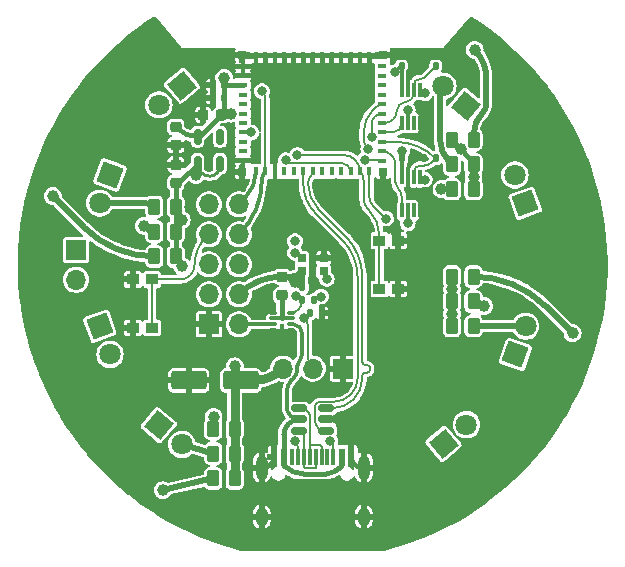
<source format=gbr>
G04 #@! TF.GenerationSoftware,KiCad,Pcbnew,8.0.8*
G04 #@! TF.CreationDate,2025-01-26T21:40:06-06:00*
G04 #@! TF.ProjectId,kbxIrBlaster,6b627849-7242-46c6-9173-7465722e6b69,rev?*
G04 #@! TF.SameCoordinates,Original*
G04 #@! TF.FileFunction,Copper,L1,Top*
G04 #@! TF.FilePolarity,Positive*
%FSLAX46Y46*%
G04 Gerber Fmt 4.6, Leading zero omitted, Abs format (unit mm)*
G04 Created by KiCad (PCBNEW 8.0.8) date 2025-01-26 21:40:06*
%MOMM*%
%LPD*%
G01*
G04 APERTURE LIST*
G04 Aperture macros list*
%AMRoundRect*
0 Rectangle with rounded corners*
0 $1 Rounding radius*
0 $2 $3 $4 $5 $6 $7 $8 $9 X,Y pos of 4 corners*
0 Add a 4 corners polygon primitive as box body*
4,1,4,$2,$3,$4,$5,$6,$7,$8,$9,$2,$3,0*
0 Add four circle primitives for the rounded corners*
1,1,$1+$1,$2,$3*
1,1,$1+$1,$4,$5*
1,1,$1+$1,$6,$7*
1,1,$1+$1,$8,$9*
0 Add four rect primitives between the rounded corners*
20,1,$1+$1,$2,$3,$4,$5,0*
20,1,$1+$1,$4,$5,$6,$7,0*
20,1,$1+$1,$6,$7,$8,$9,0*
20,1,$1+$1,$8,$9,$2,$3,0*%
%AMRotRect*
0 Rectangle, with rotation*
0 The origin of the aperture is its center*
0 $1 length*
0 $2 width*
0 $3 Rotation angle, in degrees counterclockwise*
0 Add horizontal line*
21,1,$1,$2,0,0,$3*%
%AMFreePoly0*
4,1,6,0.725000,-0.725000,-0.725000,-0.725000,-0.725000,0.125000,-0.125000,0.725000,0.725000,0.725000,0.725000,-0.725000,0.725000,-0.725000,$1*%
G04 Aperture macros list end*
G04 #@! TA.AperFunction,ComponentPad*
%ADD10C,0.800000*%
G04 #@! TD*
G04 #@! TA.AperFunction,ComponentPad*
%ADD11C,5.000000*%
G04 #@! TD*
G04 #@! TA.AperFunction,SMDPad,CuDef*
%ADD12R,0.600000X1.450000*%
G04 #@! TD*
G04 #@! TA.AperFunction,SMDPad,CuDef*
%ADD13R,0.300000X1.450000*%
G04 #@! TD*
G04 #@! TA.AperFunction,ComponentPad*
%ADD14O,1.000000X2.100000*%
G04 #@! TD*
G04 #@! TA.AperFunction,ComponentPad*
%ADD15O,1.000000X1.600000*%
G04 #@! TD*
G04 #@! TA.AperFunction,SMDPad,CuDef*
%ADD16RoundRect,0.150000X0.512500X0.150000X-0.512500X0.150000X-0.512500X-0.150000X0.512500X-0.150000X0*%
G04 #@! TD*
G04 #@! TA.AperFunction,SMDPad,CuDef*
%ADD17RoundRect,0.250000X0.262500X0.450000X-0.262500X0.450000X-0.262500X-0.450000X0.262500X-0.450000X0*%
G04 #@! TD*
G04 #@! TA.AperFunction,SMDPad,CuDef*
%ADD18R,0.700000X0.700000*%
G04 #@! TD*
G04 #@! TA.AperFunction,SMDPad,CuDef*
%ADD19RoundRect,0.250000X-0.262500X-0.450000X0.262500X-0.450000X0.262500X0.450000X-0.262500X0.450000X0*%
G04 #@! TD*
G04 #@! TA.AperFunction,SMDPad,CuDef*
%ADD20RoundRect,0.225000X0.225000X0.250000X-0.225000X0.250000X-0.225000X-0.250000X0.225000X-0.250000X0*%
G04 #@! TD*
G04 #@! TA.AperFunction,SMDPad,CuDef*
%ADD21RoundRect,0.218750X0.256250X-0.218750X0.256250X0.218750X-0.256250X0.218750X-0.256250X-0.218750X0*%
G04 #@! TD*
G04 #@! TA.AperFunction,SMDPad,CuDef*
%ADD22RoundRect,0.087500X0.087500X-0.537500X0.087500X0.537500X-0.087500X0.537500X-0.087500X-0.537500X0*%
G04 #@! TD*
G04 #@! TA.AperFunction,ComponentPad*
%ADD23R,1.700000X1.700000*%
G04 #@! TD*
G04 #@! TA.AperFunction,ComponentPad*
%ADD24O,1.700000X1.700000*%
G04 #@! TD*
G04 #@! TA.AperFunction,SMDPad,CuDef*
%ADD25R,1.000000X0.900000*%
G04 #@! TD*
G04 #@! TA.AperFunction,SMDPad,CuDef*
%ADD26RoundRect,0.135000X0.135000X0.185000X-0.135000X0.185000X-0.135000X-0.185000X0.135000X-0.185000X0*%
G04 #@! TD*
G04 #@! TA.AperFunction,SMDPad,CuDef*
%ADD27R,0.800000X0.400000*%
G04 #@! TD*
G04 #@! TA.AperFunction,SMDPad,CuDef*
%ADD28R,0.400000X0.800000*%
G04 #@! TD*
G04 #@! TA.AperFunction,SMDPad,CuDef*
%ADD29FreePoly0,0.000000*%
G04 #@! TD*
G04 #@! TA.AperFunction,SMDPad,CuDef*
%ADD30R,1.450000X1.450000*%
G04 #@! TD*
G04 #@! TA.AperFunction,SMDPad,CuDef*
%ADD31RoundRect,0.135000X-0.135000X-0.185000X0.135000X-0.185000X0.135000X0.185000X-0.135000X0.185000X0*%
G04 #@! TD*
G04 #@! TA.AperFunction,SMDPad,CuDef*
%ADD32RoundRect,0.140000X-0.140000X-0.170000X0.140000X-0.170000X0.140000X0.170000X-0.140000X0.170000X0*%
G04 #@! TD*
G04 #@! TA.AperFunction,SMDPad,CuDef*
%ADD33RoundRect,0.140000X0.140000X0.170000X-0.140000X0.170000X-0.140000X-0.170000X0.140000X-0.170000X0*%
G04 #@! TD*
G04 #@! TA.AperFunction,SMDPad,CuDef*
%ADD34RoundRect,0.225000X0.250000X-0.225000X0.250000X0.225000X-0.250000X0.225000X-0.250000X-0.225000X0*%
G04 #@! TD*
G04 #@! TA.AperFunction,SMDPad,CuDef*
%ADD35RoundRect,0.050000X-0.285000X-0.100000X0.285000X-0.100000X0.285000X0.100000X-0.285000X0.100000X0*%
G04 #@! TD*
G04 #@! TA.AperFunction,SMDPad,CuDef*
%ADD36RoundRect,0.225000X-0.250000X0.225000X-0.250000X-0.225000X0.250000X-0.225000X0.250000X0.225000X0*%
G04 #@! TD*
G04 #@! TA.AperFunction,SMDPad,CuDef*
%ADD37RoundRect,0.150000X0.150000X-0.512500X0.150000X0.512500X-0.150000X0.512500X-0.150000X-0.512500X0*%
G04 #@! TD*
G04 #@! TA.AperFunction,SMDPad,CuDef*
%ADD38RoundRect,0.250000X1.250000X0.550000X-1.250000X0.550000X-1.250000X-0.550000X1.250000X-0.550000X0*%
G04 #@! TD*
G04 #@! TA.AperFunction,ComponentPad*
%ADD39RotRect,1.800000X1.800000X320.000000*%
G04 #@! TD*
G04 #@! TA.AperFunction,ComponentPad*
%ADD40C,1.800000*%
G04 #@! TD*
G04 #@! TA.AperFunction,ComponentPad*
%ADD41RotRect,1.800000X1.800000X70.000000*%
G04 #@! TD*
G04 #@! TA.AperFunction,ComponentPad*
%ADD42RotRect,1.800000X1.800000X140.000000*%
G04 #@! TD*
G04 #@! TA.AperFunction,ComponentPad*
%ADD43RotRect,1.800000X1.800000X290.000000*%
G04 #@! TD*
G04 #@! TA.AperFunction,ComponentPad*
%ADD44RotRect,1.800000X1.800000X250.000000*%
G04 #@! TD*
G04 #@! TA.AperFunction,ComponentPad*
%ADD45RotRect,1.800000X1.800000X220.000000*%
G04 #@! TD*
G04 #@! TA.AperFunction,ComponentPad*
%ADD46RotRect,1.800000X1.800000X40.000000*%
G04 #@! TD*
G04 #@! TA.AperFunction,ComponentPad*
%ADD47RotRect,1.800000X1.800000X110.000000*%
G04 #@! TD*
G04 #@! TA.AperFunction,ViaPad*
%ADD48C,0.800000*%
G04 #@! TD*
G04 #@! TA.AperFunction,ViaPad*
%ADD49C,1.000000*%
G04 #@! TD*
G04 #@! TA.AperFunction,Conductor*
%ADD50C,0.450000*%
G04 #@! TD*
G04 #@! TA.AperFunction,Conductor*
%ADD51C,0.300000*%
G04 #@! TD*
G04 #@! TA.AperFunction,Conductor*
%ADD52C,0.250000*%
G04 #@! TD*
G04 #@! TA.AperFunction,Conductor*
%ADD53C,0.600000*%
G04 #@! TD*
G04 #@! TA.AperFunction,Conductor*
%ADD54C,0.750000*%
G04 #@! TD*
G04 #@! TA.AperFunction,Conductor*
%ADD55C,0.500000*%
G04 #@! TD*
G04 #@! TA.AperFunction,Conductor*
%ADD56C,0.200000*%
G04 #@! TD*
G04 #@! TA.AperFunction,Conductor*
%ADD57C,0.400000*%
G04 #@! TD*
G04 APERTURE END LIST*
D10*
X130625000Y-78000000D03*
X131174175Y-76674175D03*
X131174175Y-79325825D03*
X132500000Y-76125000D03*
D11*
X132500000Y-78000000D03*
D10*
X132500000Y-79875000D03*
X133825825Y-76674175D03*
X133825825Y-79325825D03*
X134375000Y-78000000D03*
X130625000Y-102000000D03*
X131174175Y-100674175D03*
X131174175Y-103325825D03*
X132500000Y-100125000D03*
D11*
X132500000Y-102000000D03*
D10*
X132500000Y-103875000D03*
X133825825Y-100674175D03*
X133825825Y-103325825D03*
X134375000Y-102000000D03*
X165625000Y-102000000D03*
X166174175Y-100674175D03*
X166174175Y-103325825D03*
X167500000Y-100125000D03*
D11*
X167500000Y-102000000D03*
D10*
X167500000Y-103875000D03*
X168825825Y-100674175D03*
X168825825Y-103325825D03*
X169375000Y-102000000D03*
X165625000Y-78000000D03*
X166174175Y-76674175D03*
X166174175Y-79325825D03*
X167500000Y-76125000D03*
D11*
X167500000Y-78000000D03*
D10*
X167500000Y-79875000D03*
X168825825Y-76674175D03*
X168825825Y-79325825D03*
X169375000Y-78000000D03*
D12*
X146750000Y-106255000D03*
X147550000Y-106255000D03*
D13*
X148750000Y-106255000D03*
X149750000Y-106255000D03*
X150250000Y-106255000D03*
X151250000Y-106255000D03*
D12*
X152450000Y-106255000D03*
X153250000Y-106255000D03*
X153250000Y-106255000D03*
X152450000Y-106255000D03*
D13*
X151750000Y-106255000D03*
X150750000Y-106255000D03*
X149250000Y-106255000D03*
X148250000Y-106255000D03*
D12*
X147550000Y-106255000D03*
X146750000Y-106255000D03*
D14*
X145680000Y-107170000D03*
D15*
X145680000Y-111350000D03*
D14*
X154320000Y-107170000D03*
D15*
X154320000Y-111350000D03*
D16*
X151137500Y-104050000D03*
X151137500Y-103100000D03*
X151137500Y-102150000D03*
X148862500Y-102150000D03*
X148862500Y-103100000D03*
X148862500Y-104050000D03*
D17*
X143402199Y-103900000D03*
X141577199Y-103900000D03*
D18*
X150915000Y-90550000D03*
X150915000Y-89450000D03*
X149085000Y-89450000D03*
X149085000Y-90550000D03*
D19*
X161787500Y-79400000D03*
X163612500Y-79400000D03*
D17*
X143402199Y-106000000D03*
X141577199Y-106000000D03*
D20*
X142275000Y-77300000D03*
X140725000Y-77300000D03*
D21*
X147382717Y-92587500D03*
X147382717Y-91012500D03*
D22*
X157550000Y-85400000D03*
X158050000Y-85400000D03*
X158550000Y-85400000D03*
X159050000Y-85400000D03*
X159050000Y-82600000D03*
X158550000Y-82600000D03*
X158050000Y-82600000D03*
X157550000Y-82600000D03*
D23*
X141210000Y-95050000D03*
D24*
X143750000Y-95050000D03*
X141210000Y-92510000D03*
X143750000Y-92510000D03*
X141210000Y-89970000D03*
X143750000Y-89970000D03*
X141210000Y-87430000D03*
X143750000Y-87430000D03*
X141210000Y-84890000D03*
X143750000Y-84890000D03*
D23*
X152540000Y-98793735D03*
D24*
X150000000Y-98793735D03*
X147460000Y-98793735D03*
D25*
X136400000Y-91250000D03*
X136400000Y-95350000D03*
X134800000Y-91250000D03*
X134800000Y-95350000D03*
D17*
X163612500Y-81500000D03*
X161787500Y-81500000D03*
X163612500Y-83600000D03*
X161787500Y-83600000D03*
D26*
X150110000Y-93000000D03*
X149090000Y-93000000D03*
D17*
X138412500Y-87200000D03*
X136587500Y-87200000D03*
X138412500Y-89300000D03*
X136587500Y-89300000D03*
D26*
X160410000Y-81000000D03*
X159390000Y-81000000D03*
D19*
X161787500Y-93100000D03*
X163612500Y-93100000D03*
X161787500Y-95200000D03*
X163612500Y-95200000D03*
D27*
X144100000Y-73200000D03*
X144100000Y-74000000D03*
X144100000Y-74800000D03*
X144100000Y-75600000D03*
X144100000Y-76400000D03*
X144100000Y-77200000D03*
X144100000Y-78000000D03*
X144100000Y-78800000D03*
X144100000Y-79600000D03*
X144100000Y-80400000D03*
X144100000Y-81200000D03*
D28*
X145200000Y-82100000D03*
X146000000Y-82100000D03*
X146800000Y-82100000D03*
X147600000Y-82100000D03*
X148400000Y-82100000D03*
X149200000Y-82100000D03*
X150000000Y-82100000D03*
X150800000Y-82100000D03*
X151600000Y-82100000D03*
X152400000Y-82100000D03*
X153200000Y-82100000D03*
X154000000Y-82100000D03*
X154800000Y-82100000D03*
D27*
X155900000Y-81200000D03*
X155900000Y-80400000D03*
X155900000Y-79600000D03*
X155900000Y-78800000D03*
X155900000Y-78000000D03*
X155900000Y-77200000D03*
X155900000Y-76400000D03*
X155900000Y-75600000D03*
X155900000Y-74800000D03*
X155900000Y-74000000D03*
X155900000Y-73200000D03*
D28*
X154800000Y-72300000D03*
X154000000Y-72300000D03*
X153200000Y-72300000D03*
X152400000Y-72300000D03*
X151600000Y-72300000D03*
X150800000Y-72300000D03*
X150000000Y-72300000D03*
X149200000Y-72300000D03*
X148400000Y-72300000D03*
X147600000Y-72300000D03*
X146800000Y-72300000D03*
X146000000Y-72300000D03*
X145200000Y-72300000D03*
D29*
X148025000Y-75225000D03*
D30*
X148025000Y-77200000D03*
X148025000Y-79175000D03*
X150000000Y-75225000D03*
X150000000Y-77200000D03*
X150000000Y-79175000D03*
X151975000Y-75225000D03*
X151975000Y-77200000D03*
X151975000Y-79175000D03*
D18*
X155950000Y-72250000D03*
X155950000Y-82150000D03*
X144050000Y-82150000D03*
X144050000Y-72250000D03*
D31*
X149790000Y-94100000D03*
X150810000Y-94100000D03*
D32*
X157520000Y-73200000D03*
X158480000Y-73200000D03*
D33*
X142480000Y-75900000D03*
X141520000Y-75900000D03*
D19*
X161787500Y-91000000D03*
X163612500Y-91000000D03*
D22*
X157550000Y-78000000D03*
X158050000Y-78000000D03*
X158550000Y-78000000D03*
X159050000Y-78000000D03*
X159050000Y-75200000D03*
X158550000Y-75200000D03*
X158050000Y-75200000D03*
X157550000Y-75200000D03*
D34*
X138400000Y-83075000D03*
X138400000Y-81525000D03*
D35*
X146660000Y-94050000D03*
X146660000Y-94550000D03*
X146660000Y-95050000D03*
X146660000Y-95550000D03*
X148140000Y-95550000D03*
X148140000Y-95050000D03*
X148140000Y-94550000D03*
X148140000Y-94050000D03*
D25*
X155650000Y-92050000D03*
X155650000Y-87950000D03*
X157250000Y-92050000D03*
X157250000Y-87950000D03*
D36*
X138400000Y-78325000D03*
X138400000Y-79875000D03*
D33*
X142480000Y-74800000D03*
X141520000Y-74800000D03*
D32*
X149120000Y-91900000D03*
X150080000Y-91900000D03*
D37*
X140250000Y-81437500D03*
X141200000Y-81437500D03*
X142150000Y-81437500D03*
X142150000Y-79162500D03*
X140250000Y-79162500D03*
D26*
X160410000Y-73200000D03*
X159390000Y-73200000D03*
D32*
X157520000Y-81000000D03*
X158480000Y-81000000D03*
D17*
X138412500Y-85100000D03*
X136587500Y-85100000D03*
X143402199Y-108100000D03*
X141577199Y-108100000D03*
D38*
X143900000Y-99800000D03*
X139500000Y-99800000D03*
D39*
X136973293Y-103580446D03*
D40*
X138919046Y-105213127D03*
D41*
X167163924Y-97598108D03*
D40*
X168032656Y-95211288D03*
D42*
X162976707Y-76519554D03*
D40*
X161030954Y-74886873D03*
D43*
X131963924Y-95201892D03*
D40*
X132832656Y-97588712D03*
D44*
X132836076Y-82401892D03*
D40*
X131967344Y-84788712D03*
D45*
X138926707Y-74830446D03*
D40*
X136980954Y-76463127D03*
D46*
X161073293Y-105169555D03*
D40*
X163019046Y-103536874D03*
D23*
X129975000Y-88736328D03*
D24*
X129975000Y-91276328D03*
D47*
X167986076Y-84798108D03*
D40*
X167117344Y-82411288D03*
D48*
X139500000Y-88250000D03*
X147400000Y-95900000D03*
X127800000Y-85600000D03*
X157000000Y-87200000D03*
X152000000Y-83100000D03*
X146600000Y-101900000D03*
X139500000Y-85100000D03*
X146200000Y-92100000D03*
X165100000Y-82550000D03*
X170600000Y-96100000D03*
X159500000Y-76900000D03*
X143100000Y-78400000D03*
X159500000Y-84100000D03*
X160300000Y-93100000D03*
X152400000Y-91200000D03*
X142450000Y-83700000D03*
X142000000Y-98100000D03*
X163300000Y-73100000D03*
X146800000Y-75600000D03*
X153500000Y-80000000D03*
X152000000Y-103100000D03*
X138400000Y-110100000D03*
X147500000Y-89500000D03*
X141500000Y-73200000D03*
D49*
X143400000Y-98600000D03*
X163612500Y-82550000D03*
X138900000Y-86200000D03*
X138900000Y-90100000D03*
X148500000Y-91500000D03*
X140100000Y-82400000D03*
X162514013Y-80235987D03*
X161787500Y-92050000D03*
X161787500Y-94150000D03*
X142500000Y-74200000D03*
X143045298Y-77200000D03*
D48*
X157570638Y-80411200D03*
X157000000Y-73700000D03*
X144800000Y-78800000D03*
X147700000Y-81149998D03*
X148500000Y-89000000D03*
D49*
X163700000Y-71800000D03*
D48*
X148500000Y-104900000D03*
X151500000Y-104900000D03*
X148700000Y-80700000D03*
X154700000Y-80200000D03*
X154986432Y-79196848D03*
X145700000Y-75300000D03*
X159500000Y-75500000D03*
X159500000Y-82800000D03*
X150700000Y-92700000D03*
X154399583Y-81101251D03*
X156200000Y-86100000D03*
X149300000Y-94500000D03*
X158050000Y-76900000D03*
X158050000Y-86500000D03*
X151200000Y-91200000D03*
D49*
X128000000Y-84200000D03*
X137300000Y-109100000D03*
X172000000Y-95800000D03*
X135700000Y-86700000D03*
X141600000Y-102900000D03*
X164500000Y-93500000D03*
X160900000Y-83600000D03*
D48*
X148544123Y-92607186D03*
X148500000Y-88000000D03*
D50*
X144045300Y-72250000D02*
X144095300Y-72300000D01*
X144095300Y-72300000D02*
X145195300Y-72300000D01*
D51*
X158480000Y-73200000D02*
X158050000Y-73630000D01*
X158050000Y-82038111D02*
X158050000Y-82600000D01*
D50*
X154165000Y-107170000D02*
X154320000Y-107170000D01*
D51*
X158050000Y-82600000D02*
X158050000Y-84100000D01*
D50*
X145835000Y-107170000D02*
X145680000Y-107170000D01*
D51*
X158050000Y-84100000D02*
X159500000Y-84100000D01*
D50*
X154795300Y-72300000D02*
X155895300Y-72300000D01*
X155895300Y-72300000D02*
X155945300Y-72250000D01*
D51*
X158050000Y-73630000D02*
X158050000Y-75200000D01*
X158480000Y-81000000D02*
G75*
G03*
X158050005Y-82038111I1038100J-1038100D01*
G01*
D50*
X146750000Y-106255000D02*
G75*
G02*
X145835000Y-107170000I-915000J0D01*
G01*
X153250000Y-106255000D02*
G75*
G03*
X154165000Y-107170000I915000J0D01*
G01*
X138412500Y-87200000D02*
X138412500Y-85100000D01*
X148500000Y-91500000D02*
X148826905Y-91173095D01*
D52*
X140250000Y-81437500D02*
X140250000Y-81450000D01*
X142150000Y-81437500D02*
X142150000Y-81650000D01*
D50*
X148500000Y-91500000D02*
X148744436Y-91744436D01*
D53*
X163612500Y-82550000D02*
X163612500Y-83600000D01*
X161787500Y-91000000D02*
X161787500Y-92050000D01*
D54*
X143400000Y-99300000D02*
X143400000Y-98600000D01*
D50*
X161787500Y-79400000D02*
X162514013Y-80235987D01*
D54*
X143402199Y-100297801D02*
X143900000Y-99800000D01*
D50*
X138412500Y-89300000D02*
X138412500Y-87200000D01*
D54*
X143402199Y-103900000D02*
X143402199Y-100297801D01*
D50*
X149120000Y-91900000D02*
X149120000Y-90634497D01*
D53*
X163612500Y-81500000D02*
X163612500Y-82550000D01*
D50*
X162514013Y-80235987D02*
X163612500Y-81500000D01*
X147382717Y-91012500D02*
X147320910Y-91014333D01*
D54*
X143900000Y-99800000D02*
X143400000Y-99300000D01*
D50*
X143778248Y-92481751D02*
X143750000Y-92510000D01*
X138412500Y-85100000D02*
X138412500Y-83105177D01*
D54*
X145030662Y-99800000D02*
X143900000Y-99800000D01*
D50*
X138762760Y-82924740D02*
X140250000Y-81437500D01*
X148500000Y-91500000D02*
X148457824Y-91457824D01*
D54*
X143402199Y-108100000D02*
X143402199Y-106000000D01*
D50*
X147382717Y-91012500D02*
X147968427Y-91012500D01*
D54*
X143402199Y-103900000D02*
X143402199Y-105000000D01*
D53*
X161787500Y-93100000D02*
X161787500Y-94150000D01*
X161787500Y-92050000D02*
X161787500Y-93100000D01*
D54*
X143402199Y-105000000D02*
X143402199Y-106000000D01*
D53*
X161787500Y-94150000D02*
X161787500Y-95200000D01*
D52*
X140250000Y-81450000D02*
G75*
G03*
X141300000Y-82500000I1050000J0D01*
G01*
D50*
X138412500Y-83105177D02*
G75*
G03*
X138399993Y-83075007I-42700J-23D01*
G01*
D52*
X142150000Y-81650000D02*
G75*
G02*
X141300000Y-82500000I-850000J0D01*
G01*
D55*
X147320910Y-91014333D02*
G75*
G03*
X143778246Y-92481749I-10J-5010067D01*
G01*
D50*
X147968427Y-91012500D02*
G75*
G03*
X149084992Y-90549992I-27J1579100D01*
G01*
X138400000Y-83075000D02*
G75*
G03*
X138762756Y-82924736I0J513000D01*
G01*
X148744436Y-91744436D02*
G75*
G03*
X149120000Y-91900008I375564J375536D01*
G01*
D54*
X147460000Y-98793735D02*
G75*
G02*
X145030662Y-99799974I-2429300J2429335D01*
G01*
D50*
X148457824Y-91457824D02*
G75*
G03*
X147382717Y-91012479I-1075124J-1075076D01*
G01*
X148826905Y-91173095D02*
G75*
G03*
X149084996Y-90550000I-623105J623095D01*
G01*
X149120000Y-90634497D02*
G75*
G03*
X149084999Y-90550001I-119500J-3D01*
G01*
X140527405Y-79047595D02*
X142275000Y-77300000D01*
X138521555Y-78446554D02*
X138400000Y-78325000D01*
D51*
X157500000Y-73200000D02*
X157000000Y-73700000D01*
X157520000Y-73200000D02*
X157500000Y-73200000D01*
D50*
X144095300Y-74800000D02*
X142480000Y-74800000D01*
X142480000Y-76805087D02*
X142480000Y-75900000D01*
D51*
X157550000Y-82600000D02*
X157550000Y-81072426D01*
D50*
X142480000Y-74800000D02*
X142480000Y-74220000D01*
D51*
X157550000Y-75200000D02*
X157550000Y-73230000D01*
D50*
X142480000Y-74220000D02*
X142500000Y-74200000D01*
D51*
X157520000Y-81000000D02*
X157520000Y-80533450D01*
D54*
X142516421Y-77200000D02*
X143045298Y-77200000D01*
D50*
X142480000Y-75900000D02*
X142480000Y-74800000D01*
D51*
X157550000Y-73230000D02*
X157520000Y-73200000D01*
D54*
X142275000Y-77300000D02*
G75*
G02*
X142516421Y-77200009I241400J-241400D01*
G01*
D51*
X157520000Y-80533450D02*
G75*
G02*
X157570610Y-80411172I172900J50D01*
G01*
D50*
X140250000Y-79162500D02*
G75*
G03*
X140527403Y-79047593I0J392300D01*
G01*
X140250000Y-79162500D02*
G75*
G02*
X138521553Y-78446556I0J2444400D01*
G01*
X142275000Y-77300000D02*
G75*
G03*
X142479994Y-76805087I-494900J494900D01*
G01*
D51*
X157550000Y-81072426D02*
G75*
G03*
X157520008Y-80999992I-102400J26D01*
G01*
D56*
X141210000Y-87430000D02*
X140961666Y-87678334D01*
X136400000Y-95350000D02*
X136400000Y-91250000D01*
X138750000Y-91250000D02*
X136400000Y-91250000D01*
X144095300Y-78800000D02*
X144800000Y-78800000D01*
X140961666Y-87678334D02*
G75*
G03*
X139999991Y-90000000I2321634J-2321666D01*
G01*
X140000000Y-90000000D02*
G75*
G02*
X138750000Y-91250000I-1250000J0D01*
G01*
X151700000Y-81400000D02*
X151747625Y-81398006D01*
X151747625Y-81398006D02*
X152493306Y-81398006D01*
X148303558Y-81400000D02*
X151700000Y-81400000D01*
X148854540Y-89354541D02*
X148500000Y-89000000D01*
X152493306Y-81398006D02*
G75*
G02*
X153195294Y-82100000I-6J-701994D01*
G01*
X149085000Y-89450000D02*
G75*
G02*
X148854544Y-89354537I0J325900D01*
G01*
X147700000Y-81149998D02*
G75*
G03*
X148303558Y-81400018I603600J603598D01*
G01*
D55*
X164700000Y-75600000D02*
X164700000Y-74214213D01*
X163612500Y-79400000D02*
X163612500Y-79001193D01*
X164700000Y-76375736D02*
X164700000Y-75600000D01*
X164700000Y-74214213D02*
G75*
G03*
X163700004Y-71799996I-3414200J13D01*
G01*
X163612500Y-79001193D02*
G75*
G02*
X164400002Y-77100002I2688700J-7D01*
G01*
X164400000Y-77100000D02*
G75*
G03*
X164700015Y-76375736I-724300J724300D01*
G01*
D56*
X148750000Y-106255000D02*
X148750000Y-105503553D01*
X148750000Y-105503553D02*
G75*
G03*
X148499986Y-104900014I-853600J-47D01*
G01*
X151750000Y-106255000D02*
X151750000Y-105503553D01*
X151750000Y-105503553D02*
G75*
G03*
X151499986Y-104900014I-853600J-47D01*
G01*
X155650000Y-87583452D02*
X155650000Y-87950000D01*
X148700000Y-80700000D02*
X152595300Y-80700000D01*
X154300000Y-84382233D02*
X154300000Y-82824264D01*
X154707107Y-85307107D02*
X154666116Y-85266116D01*
X155650000Y-87950000D02*
X155650000Y-92050000D01*
X154666116Y-85266116D02*
G75*
G02*
X154299977Y-84382233I883884J883916D01*
G01*
X152595300Y-80700000D02*
G75*
G02*
X153995300Y-82100000I0J-1400000D01*
G01*
X154300000Y-82824264D02*
G75*
G03*
X153999989Y-82100011I-1024300J-36D01*
G01*
X154707107Y-85307107D02*
G75*
G02*
X155650045Y-87583452I-2276307J-2276393D01*
G01*
X154300000Y-79234315D02*
X154300000Y-78831370D01*
X155100000Y-76900000D02*
X155387867Y-76612133D01*
X155387867Y-76612133D02*
G75*
G02*
X155900000Y-76400011I512133J-512167D01*
G01*
X154300000Y-78831370D02*
G75*
G02*
X155100009Y-76900009I2731400J-30D01*
G01*
X154700000Y-80200000D02*
G75*
G02*
X154299994Y-79234315I965700J965700D01*
G01*
D50*
X152413249Y-107034779D02*
X152448009Y-106905030D01*
X149229789Y-107705000D02*
X150831387Y-107705000D01*
X152300988Y-107154268D02*
X152405753Y-107052876D01*
D51*
X149100000Y-95800000D02*
X149100000Y-97617158D01*
D50*
X151817193Y-107477525D02*
X152069684Y-107331751D01*
X151547835Y-107589095D02*
X151817193Y-107477525D01*
D51*
X147800000Y-100765685D02*
X147800000Y-102037500D01*
D50*
X147550000Y-106979290D02*
X147550989Y-107009618D01*
X152069684Y-107331751D02*
X152300988Y-107154268D01*
X148862500Y-103100000D02*
X148862499Y-103100000D01*
X147550000Y-106255000D02*
X147550000Y-106979290D01*
X151266219Y-107664552D02*
X151547835Y-107589095D01*
X152448009Y-106905030D02*
X152450000Y-106837868D01*
X150977162Y-107702605D02*
X151266219Y-107664552D01*
D51*
X148140000Y-95050000D02*
X148350000Y-95050000D01*
X148346447Y-99653554D02*
X148200000Y-99800000D01*
D50*
X147550000Y-106255000D02*
X147550000Y-104412499D01*
X150831387Y-107705000D02*
X150977162Y-107702605D01*
D51*
X148700000Y-98582842D02*
X148700000Y-98800000D01*
D50*
X152405753Y-107052876D02*
X152413249Y-107034779D01*
X152450000Y-106837868D02*
X152450000Y-106255000D01*
D51*
X149100000Y-97617158D02*
G75*
G02*
X148900013Y-98100013I-682800J-42D01*
G01*
X148350000Y-95050000D02*
G75*
G02*
X149100000Y-95800000I0J-750000D01*
G01*
D50*
X148862499Y-103100000D02*
G75*
G03*
X147550000Y-104412499I1J-1312500D01*
G01*
D51*
X148900000Y-98100000D02*
G75*
G03*
X148700018Y-98582842I482800J-482800D01*
G01*
D50*
X147550989Y-107009618D02*
G75*
G03*
X149229789Y-107705002I1678811J1678818D01*
G01*
D51*
X148700000Y-98800000D02*
G75*
G02*
X148346445Y-99653552I-1207100J0D01*
G01*
X147800000Y-102037500D02*
G75*
G03*
X148862500Y-103100000I1062500J0D01*
G01*
X148200000Y-99800000D02*
G75*
G03*
X147799994Y-100765685I965700J-965700D01*
G01*
D56*
X154986432Y-79196848D02*
X154986432Y-78113568D01*
X154986432Y-78113568D02*
G75*
G02*
X155900000Y-77200032I913568J-32D01*
G01*
D51*
X143822111Y-87357889D02*
X143750000Y-87430000D01*
D56*
X146000000Y-76024264D02*
X146000000Y-82100000D01*
X145700000Y-75300000D02*
G75*
G02*
X146000015Y-76024264I-724300J-724300D01*
G01*
D51*
X145700000Y-82824264D02*
G75*
G02*
X146000011Y-82100011I1024300J-36D01*
G01*
X145700000Y-82824264D02*
G75*
G02*
X143822126Y-87357904I-6411500J-36D01*
G01*
D56*
X150580000Y-105280000D02*
X150750000Y-105450000D01*
X149800000Y-106205000D02*
X149750000Y-106255000D01*
X149750000Y-106255000D02*
X149750000Y-105330000D01*
X149750000Y-105330000D02*
X149800000Y-105280000D01*
X148862499Y-102150000D02*
X148950000Y-102150000D01*
X149800000Y-105280000D02*
X150580000Y-105280000D01*
X150750000Y-105450000D02*
X150750000Y-106255000D01*
X149800000Y-103000000D02*
X149800000Y-106205000D01*
X148950000Y-102150000D02*
G75*
G02*
X149800000Y-103000000I0J-850000D01*
G01*
X150200000Y-107230000D02*
X150250000Y-107180000D01*
X149250000Y-104050000D02*
X149250000Y-106255000D01*
X149250000Y-107130000D02*
X149350000Y-107230000D01*
X149250000Y-106255000D02*
X149250000Y-107130000D01*
X150250000Y-107180000D02*
X150250000Y-106255000D01*
X149350000Y-107230000D02*
X150200000Y-107230000D01*
X148862499Y-104050000D02*
X149250000Y-104050000D01*
D51*
X159306066Y-75306066D02*
X159500000Y-75500000D01*
X159050000Y-75200000D02*
G75*
G02*
X159306059Y-75306073I0J-362100D01*
G01*
X159500000Y-82800000D02*
X159476777Y-82776777D01*
X159476777Y-82776777D02*
G75*
G03*
X159050000Y-82600014I-426777J-426823D01*
G01*
D56*
X150605061Y-92794939D02*
X150700000Y-92700000D01*
X155801251Y-81101251D02*
X155900000Y-81200000D01*
X154399583Y-81101251D02*
X155801251Y-81101251D01*
X150110000Y-93000000D02*
G75*
G03*
X150605056Y-92794934I0J700100D01*
G01*
X155900000Y-78800000D02*
X156750000Y-78800000D01*
X156750000Y-78800000D02*
G75*
G03*
X157550000Y-78000000I0J800000D01*
G01*
X152481981Y-87881981D02*
X150225126Y-85625126D01*
X151137500Y-104050000D02*
X151050000Y-104050000D01*
X153800000Y-99600000D02*
X153800000Y-91063961D01*
X149200000Y-83150253D02*
X149200000Y-82100000D01*
X150200000Y-103200000D02*
X150200000Y-102000000D01*
X150600000Y-101600000D02*
X151800000Y-101600000D01*
X153800000Y-91063961D02*
G75*
G03*
X152481962Y-87882000I-4500000J-39D01*
G01*
X151050000Y-104050000D02*
G75*
G02*
X150200000Y-103200000I0J850000D01*
G01*
X151800000Y-101600000D02*
G75*
G03*
X153800000Y-99600000I0J2000000D01*
G01*
X150200000Y-102000000D02*
G75*
G02*
X150600000Y-101600000I400000J0D01*
G01*
X150225126Y-85625126D02*
G75*
G02*
X149200034Y-83150253I2474874J2474826D01*
G01*
X159000000Y-74300000D02*
X159100000Y-74300000D01*
X155900000Y-78000000D02*
X156100000Y-78000000D01*
X158550000Y-75200000D02*
X158550000Y-74750000D01*
X159458493Y-74151508D02*
X160410000Y-73200000D01*
X158550000Y-75200000D02*
X158550000Y-75550000D01*
X159100000Y-74300000D02*
G75*
G03*
X159458496Y-74151511I0J507000D01*
G01*
X158550000Y-75550000D02*
G75*
G02*
X157900000Y-76200000I-650000J0D01*
G01*
X158550000Y-74750000D02*
G75*
G02*
X159000000Y-74300000I450000J0D01*
G01*
X157900000Y-76200000D02*
G75*
G03*
X157100000Y-77000000I0J-800000D01*
G01*
X156100000Y-78000000D02*
G75*
G03*
X157100000Y-77000000I0J1000000D01*
G01*
X149300000Y-94500000D02*
X149636360Y-94163640D01*
X149600000Y-97828050D02*
X149600000Y-95224264D01*
X155092893Y-84992893D02*
X156200000Y-86100000D01*
X154800000Y-82100000D02*
X154800000Y-84285786D01*
X155092893Y-84992893D02*
G75*
G02*
X154800010Y-84285786I707107J707093D01*
G01*
X149636360Y-94163640D02*
G75*
G02*
X149790000Y-94100006I153640J-153660D01*
G01*
X150000000Y-98793735D02*
G75*
G02*
X149600040Y-97828050I965700J965635D01*
G01*
X149600000Y-95224264D02*
G75*
G03*
X149299989Y-94500011I-1024300J-36D01*
G01*
X157550000Y-84344974D02*
X157550000Y-85400000D01*
X157000000Y-81500000D02*
X157000000Y-83017158D01*
X155900000Y-80400000D02*
G75*
G02*
X157000000Y-81500000I0J-1100000D01*
G01*
X157000000Y-83017158D02*
G75*
G03*
X157199987Y-83500013I682800J-42D01*
G01*
X157200000Y-83500000D02*
G75*
G02*
X157550010Y-84344974I-845000J-845000D01*
G01*
X149892893Y-82407107D02*
X150000000Y-82300000D01*
X154600000Y-98483452D02*
X154460000Y-98483452D01*
X154200000Y-98077241D02*
X154200000Y-91071068D01*
X151137500Y-102150000D02*
X151650000Y-102150000D01*
X150000000Y-82300000D02*
X150000000Y-82100000D01*
X154860000Y-98873452D02*
X154860000Y-98743452D01*
X154200000Y-98223452D02*
X154200000Y-98093452D01*
X154200000Y-98093452D02*
X154200000Y-98077241D01*
X149600000Y-83157359D02*
X149600000Y-83114214D01*
X154200000Y-99600000D02*
X154200000Y-99393452D01*
X154460000Y-99133452D02*
X154600000Y-99133452D01*
X152735534Y-87535534D02*
X150478679Y-85278679D01*
X154200000Y-91071068D02*
G75*
G03*
X152735518Y-87535550I-5000000J-32D01*
G01*
X154460000Y-98483452D02*
G75*
G02*
X154200048Y-98223452I0J259952D01*
G01*
X150478679Y-85278679D02*
G75*
G02*
X149600029Y-83157359I2121321J2121279D01*
G01*
X154860000Y-98743452D02*
G75*
G03*
X154600000Y-98483500I-260000J-48D01*
G01*
X151650000Y-102150000D02*
G75*
G03*
X154200000Y-99600000I0J2550000D01*
G01*
X154600000Y-99133452D02*
G75*
G03*
X154859952Y-98873452I0J259952D01*
G01*
X154200000Y-99393452D02*
G75*
G02*
X154460000Y-99133500I260000J-48D01*
G01*
X149600000Y-83114214D02*
G75*
G02*
X149892886Y-82407100I1000000J14D01*
G01*
D51*
X144244454Y-84395547D02*
X143750000Y-84890000D01*
X158050000Y-78000000D02*
X158050000Y-76900000D01*
X158050000Y-85400000D02*
X158050000Y-86500000D01*
X145195300Y-82100000D02*
G75*
G02*
X144244455Y-84395548I-3246400J0D01*
G01*
D56*
X155900000Y-79600000D02*
X157030102Y-79600000D01*
X160410000Y-81000000D02*
X160099914Y-81310086D01*
X159400000Y-81600000D02*
X159100000Y-81600000D01*
X158550000Y-82600000D02*
X158550000Y-82150000D01*
X158550000Y-82150000D02*
G75*
G02*
X159100000Y-81600000I550000J0D01*
G01*
X160099914Y-81310086D02*
G75*
G02*
X159400000Y-81600008I-699914J699886D01*
G01*
X157030102Y-79600000D02*
G75*
G02*
X160410000Y-81000000I-2J-4779900D01*
G01*
D51*
X146660000Y-94550000D02*
X147382717Y-94550000D01*
D57*
X147382717Y-94550000D02*
X147382717Y-92587500D01*
D51*
X148140000Y-94550000D02*
X147382717Y-94550000D01*
D52*
X151200000Y-91200000D02*
X151173095Y-91173095D01*
X151173095Y-91173095D02*
G75*
G02*
X150915004Y-90550000I623105J623095D01*
G01*
D55*
X130633965Y-86833965D02*
X128000000Y-84200000D01*
X136587500Y-89300000D02*
G75*
G02*
X130633959Y-86833971I0J8419600D01*
G01*
X137300000Y-109100000D02*
X141577199Y-108100000D01*
X169736745Y-93536746D02*
X171999998Y-95799999D01*
X171999998Y-95799999D02*
X172000000Y-95800000D01*
X163612500Y-91000000D02*
G75*
G02*
X169736747Y-93536744I0J-8661000D01*
G01*
X135925996Y-86925996D02*
X135700000Y-86700000D01*
X136587500Y-87200000D02*
G75*
G02*
X135925998Y-86925994I0J935500D01*
G01*
X141600000Y-103877199D02*
X141577199Y-103900000D01*
X141600000Y-102900000D02*
X141600000Y-103877199D01*
X164444714Y-93444715D02*
X164500000Y-93500000D01*
X163612500Y-93100000D02*
G75*
G02*
X164444708Y-93444721I0J-1176900D01*
G01*
X160900000Y-83600000D02*
X161787500Y-83600000D01*
X136507950Y-84907951D02*
X136500000Y-84900000D01*
X131967345Y-84788712D02*
X135835985Y-84788712D01*
X136587500Y-85100000D02*
G75*
G03*
X136507951Y-84907950I-271600J0D01*
G01*
X135835985Y-84788712D02*
G75*
G02*
X136587505Y-85099995I15J-1062788D01*
G01*
X141577199Y-106000000D02*
X138919046Y-105213127D01*
X163639751Y-95211288D02*
X168032655Y-95211288D01*
X163612500Y-95200000D02*
G75*
G03*
X163639751Y-95211308I27300J27300D01*
G01*
D51*
X146660000Y-95050000D02*
X143750000Y-95050000D01*
D56*
X148828705Y-92891768D02*
X148544123Y-92607186D01*
X149090000Y-93100000D02*
X149090000Y-93000000D01*
X149090000Y-93000000D02*
G75*
G02*
X148828711Y-92891762I0J369500D01*
G01*
X148140000Y-94050000D02*
G75*
G03*
X149090000Y-93100000I0J950000D01*
G01*
D55*
X160800000Y-79500000D02*
X160800000Y-75117827D01*
X161787500Y-81500000D02*
X161515946Y-81228446D01*
X160800000Y-75117827D02*
X161030954Y-74886873D01*
X161515946Y-81228446D02*
G75*
G02*
X160800003Y-79500000I1728454J1728446D01*
G01*
G04 #@! TA.AperFunction,Conductor*
G36*
X158340056Y-80157183D02*
G01*
X158508850Y-80210404D01*
X158539554Y-80220085D01*
X158547669Y-80223039D01*
X158896363Y-80367472D01*
X158904184Y-80371118D01*
X159232864Y-80542218D01*
X159238961Y-80545392D01*
X159246441Y-80549710D01*
X159364727Y-80625067D01*
X159555731Y-80746751D01*
X159564765Y-80752506D01*
X159571839Y-80757460D01*
X159758767Y-80900895D01*
X159806389Y-80937436D01*
X159841045Y-80987860D01*
X159839444Y-81049025D01*
X159808928Y-81092505D01*
X159760502Y-81132248D01*
X159744365Y-81143031D01*
X159651728Y-81192548D01*
X159633798Y-81199975D01*
X159533275Y-81230469D01*
X159514241Y-81234255D01*
X159416640Y-81243868D01*
X159404922Y-81245023D01*
X159395220Y-81245500D01*
X159010912Y-81245500D01*
X158836167Y-81280260D01*
X158836165Y-81280260D01*
X158671561Y-81348441D01*
X158523418Y-81447426D01*
X158397426Y-81573418D01*
X158298443Y-81721558D01*
X158290890Y-81739793D01*
X158269431Y-81771907D01*
X158178028Y-81863310D01*
X158178026Y-81863313D01*
X158143224Y-81937947D01*
X158101496Y-81982695D01*
X158041435Y-81994370D01*
X157985982Y-81968512D01*
X157956319Y-81914998D01*
X157954500Y-81896108D01*
X157954500Y-81474413D01*
X157973407Y-81416222D01*
X157982837Y-81405180D01*
X157983128Y-81404777D01*
X157983135Y-81404771D01*
X158039868Y-81293427D01*
X158054500Y-81201045D01*
X158054499Y-80893211D01*
X158072024Y-80836974D01*
X158154422Y-80717599D01*
X158154425Y-80717595D01*
X158156246Y-80712795D01*
X158189515Y-80625070D01*
X158210787Y-80568982D01*
X158229945Y-80411200D01*
X158212015Y-80263534D01*
X158223770Y-80203491D01*
X158268574Y-80161823D01*
X158329313Y-80154447D01*
X158340056Y-80157183D01*
G37*
G04 #@! TD.AperFunction*
G04 #@! TA.AperFunction,Conductor*
G36*
X160248916Y-75736440D02*
G01*
X160253611Y-75740458D01*
X160255583Y-75742256D01*
X160263197Y-75749197D01*
X160293462Y-75802373D01*
X160295500Y-75822358D01*
X160295500Y-79572995D01*
X160295503Y-79573040D01*
X160295503Y-79644870D01*
X160302266Y-79713533D01*
X160323902Y-79933210D01*
X160380429Y-80217392D01*
X160393503Y-80260492D01*
X160392301Y-80321666D01*
X160355372Y-80370449D01*
X160296821Y-80388210D01*
X160239013Y-80368163D01*
X160234479Y-80364516D01*
X160211228Y-80344658D01*
X160211226Y-80344656D01*
X159977616Y-80174929D01*
X159884821Y-80107509D01*
X159884817Y-80107507D01*
X159884804Y-80107497D01*
X159540824Y-79896707D01*
X159540822Y-79896706D01*
X159540817Y-79896703D01*
X159540813Y-79896701D01*
X159181326Y-79713533D01*
X159181319Y-79713530D01*
X159181317Y-79713529D01*
X158808578Y-79559136D01*
X158771655Y-79547139D01*
X158424860Y-79434458D01*
X158424857Y-79434457D01*
X158424850Y-79434455D01*
X158176922Y-79374933D01*
X158032546Y-79340271D01*
X158032538Y-79340269D01*
X158032535Y-79340269D01*
X157634055Y-79277156D01*
X157634056Y-79277156D01*
X157475152Y-79264650D01*
X157252027Y-79247090D01*
X157195501Y-79223676D01*
X157163531Y-79171507D01*
X157168332Y-79110510D01*
X157208069Y-79063985D01*
X157225934Y-79055367D01*
X157239777Y-79050329D01*
X157275854Y-79029500D01*
X157414718Y-78949326D01*
X157414718Y-78949325D01*
X157414723Y-78949323D01*
X157449503Y-78920138D01*
X157470332Y-78902662D01*
X157527062Y-78879741D01*
X157533968Y-78879500D01*
X157677575Y-78879500D01*
X157677576Y-78879500D01*
X157727382Y-78872943D01*
X157758162Y-78858589D01*
X157818888Y-78851133D01*
X157841832Y-78858587D01*
X157872618Y-78872943D01*
X157922424Y-78879500D01*
X157922425Y-78879500D01*
X158177575Y-78879500D01*
X158177576Y-78879500D01*
X158227382Y-78872943D01*
X158258162Y-78858589D01*
X158318888Y-78851133D01*
X158341832Y-78858587D01*
X158372618Y-78872943D01*
X158422424Y-78879500D01*
X158422425Y-78879500D01*
X158677574Y-78879500D01*
X158677576Y-78879500D01*
X158727382Y-78872943D01*
X158836689Y-78821972D01*
X158921972Y-78736689D01*
X158972943Y-78627382D01*
X158979500Y-78577576D01*
X158979500Y-77422424D01*
X158972943Y-77372618D01*
X158921972Y-77263311D01*
X158836689Y-77178028D01*
X158836687Y-77178027D01*
X158836686Y-77178026D01*
X158749278Y-77137267D01*
X158704530Y-77095539D01*
X158692840Y-77035612D01*
X158709307Y-76900000D01*
X158709184Y-76898991D01*
X158690149Y-76742219D01*
X158690146Y-76742210D01*
X158633789Y-76593609D01*
X158633787Y-76593606D01*
X158633787Y-76593605D01*
X158543498Y-76462799D01*
X158543497Y-76462798D01*
X158539530Y-76458320D01*
X158541637Y-76456453D01*
X158516397Y-76413496D01*
X158522329Y-76352599D01*
X158549436Y-76316339D01*
X158613002Y-76263002D01*
X158725981Y-76128358D01*
X158736934Y-76109385D01*
X158782402Y-76068446D01*
X158843252Y-76062049D01*
X158864504Y-76069159D01*
X158872618Y-76072943D01*
X158922424Y-76079500D01*
X158922425Y-76079500D01*
X159171379Y-76079500D01*
X159217385Y-76090839D01*
X159266207Y-76116463D01*
X159420529Y-76154500D01*
X159420532Y-76154500D01*
X159579468Y-76154500D01*
X159579471Y-76154500D01*
X159733793Y-76116463D01*
X159874529Y-76042599D01*
X159993498Y-75937201D01*
X160083787Y-75806395D01*
X160094358Y-75778521D01*
X160132670Y-75730818D01*
X160191706Y-75714744D01*
X160248916Y-75736440D01*
G37*
G04 #@! TD.AperFunction*
G04 #@! TA.AperFunction,Conductor*
G36*
X136696188Y-69018907D02*
G01*
X136713818Y-69035345D01*
X137552224Y-70034106D01*
X138863649Y-71596357D01*
X138868829Y-71604891D01*
X138878140Y-71614202D01*
X138883959Y-71620552D01*
X138887624Y-71624918D01*
X138888873Y-71625500D01*
X138889438Y-71625500D01*
X138894588Y-71625500D01*
X138903195Y-71625875D01*
X138908305Y-71626321D01*
X138908305Y-71626320D01*
X138916296Y-71627018D01*
X138926154Y-71625500D01*
X143392715Y-71625500D01*
X143450906Y-71644407D01*
X143486870Y-71693907D01*
X143486870Y-71755093D01*
X143475031Y-71779501D01*
X143460736Y-71800894D01*
X143446000Y-71874980D01*
X143446000Y-71995999D01*
X143446001Y-71996000D01*
X144660000Y-71996000D01*
X144718191Y-72014907D01*
X144754155Y-72064407D01*
X144759000Y-72095000D01*
X144759000Y-72099999D01*
X144759001Y-72100000D01*
X155240999Y-72100000D01*
X155241000Y-72099999D01*
X155241000Y-72095000D01*
X155259907Y-72036809D01*
X155309407Y-72000845D01*
X155340000Y-71996000D01*
X156553998Y-71996000D01*
X156553999Y-71995999D01*
X156553999Y-71874987D01*
X156553998Y-71874977D01*
X156539263Y-71800895D01*
X156539262Y-71800893D01*
X156524969Y-71779501D01*
X156508361Y-71720613D01*
X156529539Y-71663209D01*
X156580413Y-71629217D01*
X156607285Y-71625500D01*
X161073839Y-71625500D01*
X161083703Y-71627019D01*
X161091694Y-71626321D01*
X161091695Y-71626322D01*
X161096816Y-71625874D01*
X161105425Y-71625500D01*
X161111124Y-71625500D01*
X161112376Y-71624915D01*
X161112736Y-71624485D01*
X161112740Y-71624485D01*
X161116061Y-71620527D01*
X161121859Y-71614202D01*
X161125500Y-71610562D01*
X161125500Y-71610559D01*
X161131169Y-71604891D01*
X161136345Y-71596364D01*
X163286178Y-69035348D01*
X163338071Y-69002936D01*
X163362002Y-69000000D01*
X163472125Y-69000000D01*
X163526760Y-69016441D01*
X164188098Y-69454093D01*
X164191329Y-69456325D01*
X164991776Y-70032950D01*
X164994915Y-70035306D01*
X165771913Y-70643264D01*
X165774930Y-70645723D01*
X166527180Y-71283997D01*
X166530112Y-71286586D01*
X167165573Y-71870659D01*
X167256474Y-71954209D01*
X167259282Y-71956895D01*
X167958604Y-72652810D01*
X167961312Y-72655615D01*
X168632451Y-73378683D01*
X168635065Y-73381613D01*
X169277016Y-74130750D01*
X169279511Y-74133782D01*
X169891220Y-74907757D01*
X169893594Y-74910886D01*
X170474150Y-75708548D01*
X170476397Y-75711769D01*
X171024824Y-76531772D01*
X171026943Y-76535079D01*
X171542449Y-77376240D01*
X171544434Y-77379628D01*
X172026164Y-78240556D01*
X172028013Y-78244020D01*
X172475218Y-79123372D01*
X172476929Y-79126908D01*
X172888915Y-80023327D01*
X172890483Y-80026927D01*
X173137143Y-80625066D01*
X173232148Y-80855451D01*
X173266576Y-80938936D01*
X173267998Y-80942589D01*
X173288959Y-80999751D01*
X173607637Y-81868834D01*
X173608916Y-81872547D01*
X173740667Y-82281326D01*
X173910038Y-82806832D01*
X173911553Y-82811530D01*
X173912681Y-82815287D01*
X173932512Y-82886354D01*
X174177835Y-83765524D01*
X174178815Y-83769326D01*
X174406073Y-84729325D01*
X174406901Y-84733163D01*
X174587497Y-85658339D01*
X174595909Y-85701430D01*
X174596584Y-85705294D01*
X174597923Y-85713970D01*
X174747039Y-86680295D01*
X174747561Y-86684187D01*
X174859230Y-87664392D01*
X174859597Y-87668302D01*
X174932304Y-88652174D01*
X174932515Y-88656095D01*
X174966143Y-89642043D01*
X174966199Y-89645970D01*
X174960697Y-90632475D01*
X174960598Y-90636401D01*
X174915972Y-91621964D01*
X174915716Y-91625883D01*
X174832044Y-92608835D01*
X174831634Y-92612741D01*
X174709034Y-93591669D01*
X174708468Y-93595555D01*
X174547152Y-94568772D01*
X174546434Y-94572633D01*
X174346632Y-95538766D01*
X174345760Y-95542595D01*
X174107809Y-96499998D01*
X174106786Y-96503790D01*
X173831051Y-97451001D01*
X173829879Y-97454749D01*
X173516787Y-98390299D01*
X173515467Y-98393997D01*
X173165531Y-99316359D01*
X173164066Y-99320003D01*
X172777804Y-100227808D01*
X172776195Y-100231390D01*
X172354244Y-101123136D01*
X172352494Y-101126652D01*
X171895509Y-102000961D01*
X171893621Y-102004405D01*
X171402317Y-102859908D01*
X171400294Y-102863274D01*
X170875447Y-103698618D01*
X170873292Y-103701901D01*
X170315735Y-104515760D01*
X170313452Y-104518955D01*
X169724049Y-105310071D01*
X169721641Y-105313173D01*
X169101315Y-106080304D01*
X169098785Y-106083308D01*
X168448556Y-106825195D01*
X168445910Y-106828097D01*
X167766725Y-107543657D01*
X167763965Y-107546451D01*
X167056960Y-108234488D01*
X167054092Y-108237170D01*
X166320366Y-108896615D01*
X166317394Y-108899182D01*
X165558069Y-109529027D01*
X165554997Y-109531474D01*
X164771301Y-110130699D01*
X164768135Y-110133022D01*
X163961289Y-110700695D01*
X163958033Y-110702891D01*
X163129280Y-111238136D01*
X163125939Y-111240200D01*
X162276660Y-111742125D01*
X162273240Y-111744056D01*
X161404681Y-112211926D01*
X161401187Y-112213719D01*
X160514796Y-112646753D01*
X160511234Y-112648407D01*
X159608340Y-113045958D01*
X159604716Y-113047469D01*
X158686759Y-113408900D01*
X158683077Y-113410266D01*
X157751514Y-113735004D01*
X157747780Y-113736223D01*
X156804084Y-114023756D01*
X156800306Y-114024826D01*
X156143597Y-114196772D01*
X156118521Y-114200000D01*
X143881474Y-114200000D01*
X143856399Y-114196772D01*
X143668808Y-114147655D01*
X143199693Y-114024827D01*
X143195915Y-114023757D01*
X142252219Y-113736224D01*
X142248485Y-113735005D01*
X141316922Y-113410267D01*
X141313240Y-113408901D01*
X140395283Y-113047470D01*
X140391659Y-113045959D01*
X139488774Y-112648413D01*
X139485221Y-112646763D01*
X138598791Y-112213709D01*
X138595316Y-112211926D01*
X138215186Y-112007160D01*
X137726759Y-111744057D01*
X137723339Y-111742126D01*
X136874059Y-111240201D01*
X136870718Y-111238137D01*
X136464425Y-110975735D01*
X144926000Y-110975735D01*
X144926000Y-111095999D01*
X144926001Y-111096000D01*
X145380000Y-111096000D01*
X145380000Y-111604000D01*
X144926001Y-111604000D01*
X144926000Y-111604001D01*
X144926000Y-111724264D01*
X144954976Y-111869933D01*
X144954976Y-111869935D01*
X145011811Y-112007148D01*
X145011817Y-112007160D01*
X145094330Y-112130646D01*
X145094333Y-112130650D01*
X145199349Y-112235666D01*
X145199353Y-112235669D01*
X145322848Y-112318186D01*
X145425999Y-112360913D01*
X145426000Y-112360912D01*
X145426000Y-111810060D01*
X145439940Y-111834205D01*
X145495795Y-111890060D01*
X145564204Y-111929556D01*
X145640504Y-111950000D01*
X145719496Y-111950000D01*
X145795796Y-111929556D01*
X145864205Y-111890060D01*
X145920060Y-111834205D01*
X145934000Y-111810060D01*
X145934000Y-112360913D01*
X146037151Y-112318186D01*
X146160646Y-112235669D01*
X146160650Y-112235666D01*
X146265666Y-112130650D01*
X146265669Y-112130646D01*
X146348182Y-112007160D01*
X146348188Y-112007148D01*
X146405023Y-111869935D01*
X146405023Y-111869933D01*
X146433999Y-111724264D01*
X146434000Y-111724260D01*
X146434000Y-111604001D01*
X146433999Y-111604000D01*
X145980000Y-111604000D01*
X145980000Y-111096000D01*
X146433999Y-111096000D01*
X146434000Y-111095999D01*
X146434000Y-110975739D01*
X146433999Y-110975735D01*
X153566000Y-110975735D01*
X153566000Y-111095999D01*
X153566001Y-111096000D01*
X154020000Y-111096000D01*
X154020000Y-111604000D01*
X153566001Y-111604000D01*
X153566000Y-111604001D01*
X153566000Y-111724264D01*
X153594976Y-111869933D01*
X153594976Y-111869935D01*
X153651811Y-112007148D01*
X153651817Y-112007160D01*
X153734330Y-112130646D01*
X153734333Y-112130650D01*
X153839349Y-112235666D01*
X153839353Y-112235669D01*
X153962848Y-112318186D01*
X154065999Y-112360913D01*
X154066000Y-112360912D01*
X154066000Y-111810060D01*
X154079940Y-111834205D01*
X154135795Y-111890060D01*
X154204204Y-111929556D01*
X154280504Y-111950000D01*
X154359496Y-111950000D01*
X154435796Y-111929556D01*
X154504205Y-111890060D01*
X154560060Y-111834205D01*
X154574000Y-111810060D01*
X154574000Y-112360913D01*
X154677151Y-112318186D01*
X154800646Y-112235669D01*
X154800650Y-112235666D01*
X154905666Y-112130650D01*
X154905669Y-112130646D01*
X154988182Y-112007160D01*
X154988188Y-112007148D01*
X155045023Y-111869935D01*
X155045023Y-111869933D01*
X155073999Y-111724264D01*
X155074000Y-111724260D01*
X155074000Y-111604001D01*
X155073999Y-111604000D01*
X154620000Y-111604000D01*
X154620000Y-111096000D01*
X155073999Y-111096000D01*
X155074000Y-111095999D01*
X155074000Y-110975739D01*
X155073999Y-110975735D01*
X155045023Y-110830066D01*
X155045023Y-110830064D01*
X154988188Y-110692851D01*
X154988182Y-110692839D01*
X154905669Y-110569353D01*
X154905666Y-110569349D01*
X154800650Y-110464333D01*
X154800646Y-110464330D01*
X154677152Y-110381813D01*
X154574000Y-110339085D01*
X154574000Y-110889939D01*
X154560060Y-110865795D01*
X154504205Y-110809940D01*
X154435796Y-110770444D01*
X154359496Y-110750000D01*
X154280504Y-110750000D01*
X154204204Y-110770444D01*
X154135795Y-110809940D01*
X154079940Y-110865795D01*
X154066000Y-110889939D01*
X154066000Y-110339086D01*
X154065999Y-110339085D01*
X153962847Y-110381813D01*
X153839353Y-110464330D01*
X153839349Y-110464333D01*
X153734333Y-110569349D01*
X153734330Y-110569353D01*
X153651817Y-110692839D01*
X153651811Y-110692851D01*
X153594976Y-110830064D01*
X153594976Y-110830066D01*
X153566000Y-110975735D01*
X146433999Y-110975735D01*
X146405023Y-110830066D01*
X146405023Y-110830064D01*
X146348188Y-110692851D01*
X146348182Y-110692839D01*
X146265669Y-110569353D01*
X146265666Y-110569349D01*
X146160650Y-110464333D01*
X146160646Y-110464330D01*
X146037152Y-110381813D01*
X145934000Y-110339085D01*
X145934000Y-110889939D01*
X145920060Y-110865795D01*
X145864205Y-110809940D01*
X145795796Y-110770444D01*
X145719496Y-110750000D01*
X145640504Y-110750000D01*
X145564204Y-110770444D01*
X145495795Y-110809940D01*
X145439940Y-110865795D01*
X145426000Y-110889939D01*
X145426000Y-110339086D01*
X145425999Y-110339085D01*
X145322847Y-110381813D01*
X145199353Y-110464330D01*
X145199349Y-110464333D01*
X145094333Y-110569349D01*
X145094330Y-110569353D01*
X145011817Y-110692839D01*
X145011811Y-110692851D01*
X144954976Y-110830064D01*
X144954976Y-110830066D01*
X144926000Y-110975735D01*
X136464425Y-110975735D01*
X136041965Y-110702892D01*
X136038709Y-110700696D01*
X135231863Y-110133023D01*
X135228697Y-110130700D01*
X134445002Y-109531475D01*
X134441930Y-109529028D01*
X134362467Y-109463115D01*
X133924699Y-109099995D01*
X136540726Y-109099995D01*
X136540726Y-109100004D01*
X136559761Y-109268948D01*
X136559764Y-109268960D01*
X136615918Y-109429437D01*
X136615918Y-109429438D01*
X136706373Y-109573396D01*
X136706376Y-109573400D01*
X136826600Y-109693624D01*
X136970563Y-109784082D01*
X137034827Y-109806568D01*
X137131039Y-109840235D01*
X137131043Y-109840236D01*
X137131046Y-109840237D01*
X137131047Y-109840237D01*
X137131051Y-109840238D01*
X137299996Y-109859274D01*
X137300000Y-109859274D01*
X137300004Y-109859274D01*
X137468948Y-109840238D01*
X137468950Y-109840237D01*
X137468954Y-109840237D01*
X137629437Y-109784082D01*
X137773400Y-109693624D01*
X137893624Y-109573400D01*
X137941266Y-109497576D01*
X137988233Y-109458365D01*
X138002542Y-109453851D01*
X140797845Y-108800315D01*
X140858811Y-108805478D01*
X140899636Y-108837388D01*
X140954289Y-108910398D01*
X140954297Y-108910406D01*
X141070432Y-108997342D01*
X141206357Y-109048040D01*
X141266444Y-109054500D01*
X141887953Y-109054499D01*
X141948041Y-109048040D01*
X142083966Y-108997342D01*
X142200103Y-108910404D01*
X142287041Y-108794267D01*
X142337739Y-108658342D01*
X142344199Y-108598255D01*
X142344198Y-107601746D01*
X142337739Y-107541658D01*
X142287041Y-107405733D01*
X142244814Y-107349323D01*
X142200105Y-107289598D01*
X142200100Y-107289593D01*
X142083965Y-107202657D01*
X141948041Y-107151960D01*
X141948040Y-107151959D01*
X141915228Y-107148432D01*
X141859392Y-107123412D01*
X141828926Y-107070351D01*
X141835466Y-107009516D01*
X141876516Y-106964145D01*
X141915228Y-106951567D01*
X141948041Y-106948040D01*
X142083966Y-106897342D01*
X142200103Y-106810404D01*
X142287041Y-106694267D01*
X142337739Y-106558342D01*
X142344199Y-106498255D01*
X142344198Y-105501746D01*
X142337739Y-105441658D01*
X142287041Y-105305733D01*
X142264784Y-105276001D01*
X142200105Y-105189598D01*
X142200100Y-105189593D01*
X142083965Y-105102657D01*
X141948041Y-105051960D01*
X141948040Y-105051959D01*
X141915228Y-105048432D01*
X141859392Y-105023412D01*
X141828926Y-104970351D01*
X141835466Y-104909516D01*
X141876516Y-104864145D01*
X141915228Y-104851567D01*
X141948041Y-104848040D01*
X142083966Y-104797342D01*
X142200103Y-104710404D01*
X142287041Y-104594267D01*
X142337739Y-104458342D01*
X142344199Y-104398255D01*
X142344198Y-103401746D01*
X142337739Y-103341658D01*
X142302295Y-103246633D01*
X142299675Y-103185507D01*
X142301599Y-103179371D01*
X142340237Y-103068954D01*
X142357146Y-102918886D01*
X142359274Y-102900004D01*
X142359274Y-102899995D01*
X142340238Y-102731051D01*
X142340235Y-102731039D01*
X142308673Y-102640840D01*
X142284082Y-102570563D01*
X142265332Y-102540723D01*
X142193626Y-102426603D01*
X142193625Y-102426602D01*
X142193624Y-102426600D01*
X142073400Y-102306376D01*
X142073397Y-102306374D01*
X142073396Y-102306373D01*
X141929438Y-102215918D01*
X141768960Y-102159764D01*
X141768948Y-102159761D01*
X141600004Y-102140726D01*
X141599996Y-102140726D01*
X141431051Y-102159761D01*
X141431039Y-102159764D01*
X141270562Y-102215918D01*
X141270561Y-102215918D01*
X141126603Y-102306373D01*
X141006373Y-102426603D01*
X140915918Y-102570561D01*
X140915918Y-102570562D01*
X140859764Y-102731039D01*
X140859761Y-102731051D01*
X140840726Y-102899995D01*
X140840726Y-102900004D01*
X140859761Y-103068948D01*
X140859764Y-103068959D01*
X140877373Y-103119284D01*
X140878745Y-103180454D01*
X140869563Y-103198871D01*
X140870750Y-103199519D01*
X140867355Y-103205735D01*
X140816659Y-103341657D01*
X140816658Y-103341658D01*
X140810199Y-103401748D01*
X140810199Y-104398248D01*
X140810200Y-104398254D01*
X140816658Y-104458339D01*
X140816658Y-104458340D01*
X140816659Y-104458342D01*
X140821213Y-104470552D01*
X140867356Y-104594266D01*
X140954292Y-104710401D01*
X140954297Y-104710406D01*
X140996783Y-104742210D01*
X141070432Y-104797342D01*
X141206357Y-104848040D01*
X141239168Y-104851567D01*
X141295004Y-104876586D01*
X141325471Y-104929646D01*
X141318932Y-104990481D01*
X141277883Y-105035853D01*
X141239167Y-105048433D01*
X141206359Y-105051959D01*
X141206357Y-105051960D01*
X141070432Y-105102657D01*
X140954298Y-105189593D01*
X140954294Y-105189597D01*
X140934384Y-105216194D01*
X140884375Y-105251446D01*
X140827030Y-105251792D01*
X140118512Y-105042055D01*
X140068082Y-105007408D01*
X140051392Y-104974220D01*
X140000197Y-104794287D01*
X139904827Y-104602757D01*
X139775887Y-104432013D01*
X139617768Y-104287869D01*
X139435856Y-104175234D01*
X139236343Y-104097942D01*
X139236342Y-104097941D01*
X139236340Y-104097941D01*
X139026026Y-104058627D01*
X138812066Y-104058627D01*
X138601751Y-104097941D01*
X138528408Y-104126354D01*
X138402236Y-104175234D01*
X138310824Y-104231834D01*
X138220321Y-104287871D01*
X138099240Y-104398251D01*
X138062205Y-104432013D01*
X138033102Y-104470552D01*
X137933266Y-104602755D01*
X137933261Y-104602764D01*
X137837896Y-104794284D01*
X137837895Y-104794287D01*
X137779342Y-105000079D01*
X137759600Y-105213127D01*
X137779342Y-105426175D01*
X137837895Y-105631967D01*
X137933265Y-105823497D01*
X138062205Y-105994241D01*
X138220324Y-106138385D01*
X138402236Y-106251020D01*
X138601749Y-106328312D01*
X138812066Y-106367627D01*
X139026026Y-106367627D01*
X139236343Y-106328312D01*
X139435856Y-106251020D01*
X139617768Y-106138385D01*
X139735728Y-106030850D01*
X139791468Y-106005621D01*
X139830523Y-106009084D01*
X140739300Y-106278103D01*
X140789730Y-106312750D01*
X140810165Y-106370422D01*
X140810199Y-106373030D01*
X140810199Y-106498248D01*
X140810200Y-106498254D01*
X140816658Y-106558339D01*
X140816659Y-106558341D01*
X140867356Y-106694266D01*
X140954292Y-106810401D01*
X140954297Y-106810406D01*
X140977930Y-106828097D01*
X141070432Y-106897342D01*
X141206357Y-106948040D01*
X141239168Y-106951567D01*
X141295004Y-106976586D01*
X141325471Y-107029646D01*
X141318932Y-107090481D01*
X141277883Y-107135853D01*
X141239167Y-107148433D01*
X141206359Y-107151959D01*
X141206357Y-107151960D01*
X141070432Y-107202657D01*
X140954297Y-107289593D01*
X140954292Y-107289598D01*
X140867356Y-107405733D01*
X140816659Y-107541657D01*
X140816658Y-107541658D01*
X140810199Y-107601748D01*
X140810199Y-107682694D01*
X140791292Y-107740885D01*
X140741792Y-107776849D01*
X140733737Y-107779094D01*
X137772845Y-108471344D01*
X137711878Y-108466181D01*
X137697636Y-108458770D01*
X137629436Y-108415917D01*
X137468960Y-108359764D01*
X137468948Y-108359761D01*
X137300004Y-108340726D01*
X137299996Y-108340726D01*
X137131051Y-108359761D01*
X137131039Y-108359764D01*
X136970562Y-108415918D01*
X136970561Y-108415918D01*
X136826603Y-108506373D01*
X136706373Y-108626603D01*
X136615918Y-108770561D01*
X136615918Y-108770562D01*
X136559764Y-108931039D01*
X136559761Y-108931051D01*
X136540726Y-109099995D01*
X133924699Y-109099995D01*
X133682601Y-108899179D01*
X133679633Y-108896616D01*
X133679632Y-108896615D01*
X132945897Y-108237161D01*
X132943038Y-108234488D01*
X132891685Y-108184513D01*
X132236033Y-107546451D01*
X132233273Y-107543657D01*
X132231375Y-107541657D01*
X131554080Y-106828088D01*
X131551442Y-106825195D01*
X131538478Y-106810404D01*
X130901205Y-106083300D01*
X130898683Y-106080305D01*
X130861506Y-106034330D01*
X130536145Y-105631969D01*
X130278358Y-105313174D01*
X130275950Y-105310072D01*
X129686546Y-104518956D01*
X129684263Y-104515761D01*
X129218057Y-103835244D01*
X129134991Y-103713994D01*
X135446846Y-103713994D01*
X135446846Y-103713998D01*
X135475175Y-103811191D01*
X135475177Y-103811195D01*
X135522552Y-103870223D01*
X135522554Y-103870225D01*
X135522557Y-103870228D01*
X136939833Y-105059462D01*
X136939837Y-105059465D01*
X136986207Y-105084905D01*
X137006191Y-105095869D01*
X137006192Y-105095870D01*
X137006193Y-105095870D01*
X137006195Y-105095871D01*
X137106840Y-105106893D01*
X137106843Y-105106892D01*
X137106845Y-105106892D01*
X137178170Y-105086102D01*
X137204042Y-105078562D01*
X137263070Y-105031187D01*
X138452312Y-103613902D01*
X138488718Y-103547544D01*
X138499740Y-103446899D01*
X138499739Y-103446895D01*
X138499739Y-103446893D01*
X138471410Y-103349700D01*
X138471409Y-103349699D01*
X138471409Y-103349697D01*
X138424034Y-103290669D01*
X138424030Y-103290666D01*
X138424028Y-103290663D01*
X137006752Y-102101429D01*
X137006749Y-102101427D01*
X136940394Y-102065022D01*
X136940393Y-102065021D01*
X136890068Y-102059510D01*
X136839746Y-102053999D01*
X136839745Y-102053999D01*
X136839744Y-102053999D01*
X136839740Y-102053999D01*
X136742547Y-102082328D01*
X136742543Y-102082330D01*
X136683516Y-102129705D01*
X136683510Y-102129710D01*
X135494276Y-103546986D01*
X135494274Y-103546989D01*
X135457869Y-103613344D01*
X135457868Y-103613345D01*
X135446846Y-103713994D01*
X129134991Y-103713994D01*
X129126701Y-103701893D01*
X129124552Y-103698619D01*
X129124551Y-103698618D01*
X128599701Y-102863269D01*
X128597681Y-102859908D01*
X128576831Y-102823603D01*
X128106376Y-102004405D01*
X128104489Y-102000962D01*
X127647504Y-101126653D01*
X127645754Y-101123137D01*
X127565486Y-100953499D01*
X127223798Y-100231380D01*
X127222194Y-100227809D01*
X127213494Y-100207363D01*
X127148240Y-100054001D01*
X137746001Y-100054001D01*
X137746001Y-100398210D01*
X137752452Y-100458231D01*
X137803102Y-100594027D01*
X137889950Y-100710044D01*
X137889955Y-100710049D01*
X138005972Y-100796897D01*
X138141767Y-100847547D01*
X138141765Y-100847547D01*
X138201792Y-100853999D01*
X139245998Y-100853999D01*
X139246000Y-100853998D01*
X139246000Y-100054001D01*
X139754000Y-100054001D01*
X139754000Y-100853998D01*
X139754001Y-100853999D01*
X140798205Y-100853999D01*
X140798210Y-100853998D01*
X140858231Y-100847547D01*
X140994027Y-100796897D01*
X141110044Y-100710049D01*
X141110049Y-100710044D01*
X141196897Y-100594027D01*
X141247547Y-100458233D01*
X141253999Y-100398207D01*
X141254000Y-100398207D01*
X141254000Y-100054001D01*
X141253999Y-100054000D01*
X139754001Y-100054000D01*
X139754000Y-100054001D01*
X139246000Y-100054001D01*
X139245999Y-100054000D01*
X137746002Y-100054000D01*
X137746001Y-100054001D01*
X127148240Y-100054001D01*
X126835928Y-99319994D01*
X126834467Y-99316359D01*
X126832787Y-99311932D01*
X126791001Y-99201792D01*
X137746000Y-99201792D01*
X137746000Y-99545999D01*
X137746001Y-99546000D01*
X139245999Y-99546000D01*
X139246000Y-99545999D01*
X139246000Y-98746001D01*
X139754000Y-98746001D01*
X139754000Y-99545999D01*
X139754001Y-99546000D01*
X141253998Y-99546000D01*
X141253999Y-99545999D01*
X141253999Y-99201795D01*
X141253998Y-99201789D01*
X141253994Y-99201748D01*
X142145500Y-99201748D01*
X142145500Y-100398248D01*
X142145501Y-100398254D01*
X142151959Y-100458339D01*
X142151959Y-100458340D01*
X142151960Y-100458342D01*
X142153127Y-100461471D01*
X142202657Y-100594266D01*
X142289593Y-100710401D01*
X142289598Y-100710406D01*
X142405139Y-100796897D01*
X142405733Y-100797342D01*
X142541658Y-100848040D01*
X142601745Y-100854500D01*
X142673699Y-100854499D01*
X142731889Y-100873406D01*
X142767853Y-100922905D01*
X142772699Y-100953499D01*
X142772699Y-103065456D01*
X142753792Y-103123647D01*
X142752953Y-103124784D01*
X142692356Y-103205733D01*
X142641659Y-103341657D01*
X142641658Y-103341658D01*
X142635199Y-103401748D01*
X142635199Y-104398248D01*
X142635200Y-104398254D01*
X142641658Y-104458339D01*
X142641658Y-104458340D01*
X142641659Y-104458342D01*
X142692357Y-104594267D01*
X142751226Y-104672907D01*
X142752953Y-104675214D01*
X142772689Y-104733128D01*
X142772699Y-104734542D01*
X142772699Y-105165456D01*
X142753792Y-105223647D01*
X142752953Y-105224784D01*
X142692356Y-105305733D01*
X142641659Y-105441657D01*
X142641658Y-105441658D01*
X142635199Y-105501748D01*
X142635199Y-106498248D01*
X142635200Y-106498254D01*
X142641658Y-106558339D01*
X142641658Y-106558340D01*
X142641659Y-106558342D01*
X142692357Y-106694267D01*
X142693655Y-106696001D01*
X142752953Y-106775214D01*
X142772689Y-106833128D01*
X142772699Y-106834542D01*
X142772699Y-107265456D01*
X142753792Y-107323647D01*
X142752953Y-107324784D01*
X142692356Y-107405733D01*
X142641659Y-107541657D01*
X142641658Y-107541658D01*
X142635199Y-107601748D01*
X142635199Y-108598248D01*
X142635200Y-108598254D01*
X142641658Y-108658339D01*
X142641659Y-108658341D01*
X142692356Y-108794266D01*
X142779292Y-108910401D01*
X142779297Y-108910406D01*
X142895432Y-108997342D01*
X143031357Y-109048040D01*
X143091444Y-109054500D01*
X143712953Y-109054499D01*
X143773041Y-109048040D01*
X143908966Y-108997342D01*
X144025103Y-108910404D01*
X144112041Y-108794267D01*
X144162739Y-108658342D01*
X144169199Y-108598255D01*
X144169198Y-107601746D01*
X144162739Y-107541658D01*
X144112041Y-107405733D01*
X144108398Y-107400866D01*
X144051445Y-107324784D01*
X144031709Y-107266868D01*
X144031699Y-107265456D01*
X144031699Y-106834542D01*
X144050606Y-106776351D01*
X144051445Y-106775214D01*
X144110742Y-106696002D01*
X144112041Y-106694267D01*
X144162739Y-106558342D01*
X144169199Y-106498255D01*
X144169198Y-105501746D01*
X144162739Y-105441658D01*
X144112041Y-105305733D01*
X144110072Y-105303103D01*
X144051445Y-105224784D01*
X144031709Y-105166868D01*
X144031699Y-105165456D01*
X144031699Y-104734542D01*
X144050606Y-104676351D01*
X144051445Y-104675214D01*
X144053172Y-104672907D01*
X144112041Y-104594267D01*
X144162739Y-104458342D01*
X144169199Y-104398255D01*
X144169198Y-103401746D01*
X144162739Y-103341658D01*
X144112041Y-103205733D01*
X144092283Y-103179339D01*
X144051445Y-103124784D01*
X144031709Y-103066868D01*
X144031699Y-103065456D01*
X144031699Y-100953499D01*
X144050606Y-100895308D01*
X144100106Y-100859344D01*
X144130699Y-100854499D01*
X145198249Y-100854499D01*
X145198254Y-100854499D01*
X145258342Y-100848040D01*
X145394267Y-100797342D01*
X145510404Y-100710404D01*
X145597342Y-100594267D01*
X145648040Y-100458342D01*
X145648305Y-100455876D01*
X145648977Y-100454376D01*
X145649465Y-100452312D01*
X145649860Y-100452405D01*
X145673318Y-100400040D01*
X145726376Y-100369569D01*
X145729496Y-100368966D01*
X145911341Y-100336905D01*
X146254219Y-100245034D01*
X146587784Y-100123630D01*
X146909499Y-99973616D01*
X147086038Y-99871691D01*
X147145886Y-99858971D01*
X147153728Y-99860115D01*
X147156442Y-99860622D01*
X147156444Y-99860623D01*
X147357653Y-99898235D01*
X147460801Y-99898235D01*
X147518992Y-99917142D01*
X147554956Y-99966642D01*
X147554956Y-100027828D01*
X147552265Y-100035121D01*
X147485850Y-100195456D01*
X147447949Y-100336905D01*
X147431511Y-100398255D01*
X147425791Y-100419601D01*
X147395500Y-100649657D01*
X147395500Y-100710044D01*
X147395500Y-100765681D01*
X147395500Y-100797342D01*
X147395499Y-100831811D01*
X147395500Y-100831824D01*
X147395500Y-102142427D01*
X147425363Y-102350125D01*
X147425363Y-102350127D01*
X147484482Y-102551468D01*
X147484483Y-102551471D01*
X147484484Y-102551473D01*
X147566489Y-102731039D01*
X147571657Y-102742356D01*
X147580271Y-102755759D01*
X147685106Y-102918886D01*
X147688388Y-102922673D01*
X147712206Y-102979030D01*
X147698349Y-103038626D01*
X147680568Y-103059880D01*
X147680709Y-103060021D01*
X147679135Y-103061594D01*
X147678864Y-103061919D01*
X147678431Y-103062298D01*
X147512309Y-103228420D01*
X147369312Y-103414778D01*
X147251852Y-103618225D01*
X147161963Y-103835238D01*
X147161959Y-103835251D01*
X147101161Y-104062149D01*
X147101161Y-104062154D01*
X147070500Y-104295044D01*
X147070500Y-105177000D01*
X147051593Y-105235191D01*
X147026788Y-105253212D01*
X147004000Y-105276001D01*
X147004000Y-105452447D01*
X147002098Y-105471761D01*
X146995500Y-105504930D01*
X146995500Y-105504933D01*
X146995500Y-106251020D01*
X146995501Y-106255000D01*
X146995501Y-107005063D01*
X146995502Y-107005075D01*
X147001925Y-107037370D01*
X146994732Y-107098131D01*
X146953198Y-107143059D01*
X146930452Y-107152307D01*
X146887863Y-107163719D01*
X146887861Y-107163720D01*
X146756639Y-107239481D01*
X146756638Y-107239482D01*
X146756635Y-107239484D01*
X146756635Y-107239485D01*
X146665001Y-107331118D01*
X146610487Y-107358894D01*
X146550055Y-107349323D01*
X146506790Y-107306058D01*
X146496000Y-107261113D01*
X146496000Y-106509001D01*
X146495999Y-106509000D01*
X146190000Y-106509000D01*
X146131809Y-106490093D01*
X146095845Y-106440593D01*
X146091000Y-106410000D01*
X146091000Y-106100000D01*
X146109907Y-106041809D01*
X146159407Y-106005845D01*
X146190000Y-106001000D01*
X146495999Y-106001000D01*
X146496000Y-106000999D01*
X146496000Y-105275999D01*
X146424987Y-105276000D01*
X146424976Y-105276001D01*
X146350895Y-105290736D01*
X146350892Y-105290737D01*
X146266878Y-105346874D01*
X146266874Y-105346878D01*
X146210736Y-105430893D01*
X146196000Y-105504980D01*
X146196000Y-105872736D01*
X146177093Y-105930927D01*
X146127593Y-105966891D01*
X146066407Y-105966891D01*
X146042001Y-105955053D01*
X146037152Y-105951813D01*
X146037153Y-105951813D01*
X145934000Y-105909085D01*
X145934000Y-106459939D01*
X145920060Y-106435795D01*
X145864205Y-106379940D01*
X145795796Y-106340444D01*
X145719496Y-106320000D01*
X145640504Y-106320000D01*
X145564204Y-106340444D01*
X145495795Y-106379940D01*
X145439940Y-106435795D01*
X145426000Y-106459939D01*
X145426000Y-105909086D01*
X145425999Y-105909085D01*
X145322847Y-105951813D01*
X145199353Y-106034330D01*
X145199349Y-106034333D01*
X145094333Y-106139349D01*
X145094330Y-106139353D01*
X145011817Y-106262839D01*
X145011811Y-106262851D01*
X144954976Y-106400064D01*
X144954976Y-106400066D01*
X144926000Y-106545735D01*
X144926000Y-106915999D01*
X144926001Y-106916000D01*
X145380000Y-106916000D01*
X145380000Y-107424000D01*
X144926001Y-107424000D01*
X144926000Y-107424001D01*
X144926000Y-107794264D01*
X144954976Y-107939933D01*
X144954976Y-107939935D01*
X145011811Y-108077148D01*
X145011817Y-108077160D01*
X145094330Y-108200646D01*
X145094333Y-108200650D01*
X145199349Y-108305666D01*
X145199353Y-108305669D01*
X145322848Y-108388186D01*
X145425999Y-108430913D01*
X145426000Y-108430912D01*
X145426000Y-107880060D01*
X145439940Y-107904205D01*
X145495795Y-107960060D01*
X145564204Y-107999556D01*
X145640504Y-108020000D01*
X145719496Y-108020000D01*
X145795796Y-107999556D01*
X145864205Y-107960060D01*
X145920060Y-107904205D01*
X145934000Y-107880060D01*
X145934000Y-108430913D01*
X146037151Y-108388186D01*
X146160646Y-108305669D01*
X146160650Y-108305666D01*
X146265666Y-108200650D01*
X146265669Y-108200646D01*
X146348182Y-108077160D01*
X146348188Y-108077148D01*
X146402962Y-107944911D01*
X146442698Y-107898385D01*
X146502193Y-107884101D01*
X146558721Y-107907515D01*
X146580162Y-107933296D01*
X146649481Y-108053360D01*
X146649483Y-108053362D01*
X146649485Y-108053365D01*
X146756635Y-108160515D01*
X146756637Y-108160516D01*
X146756639Y-108160518D01*
X146887861Y-108236279D01*
X146887859Y-108236279D01*
X146887863Y-108236280D01*
X146887865Y-108236281D01*
X147034234Y-108275500D01*
X147034236Y-108275500D01*
X147185764Y-108275500D01*
X147185766Y-108275500D01*
X147332135Y-108236281D01*
X147332137Y-108236279D01*
X147332139Y-108236279D01*
X147463360Y-108160518D01*
X147463360Y-108160517D01*
X147463365Y-108160515D01*
X147570515Y-108053365D01*
X147575852Y-108044122D01*
X147641236Y-107930873D01*
X147646281Y-107922135D01*
X147661333Y-107865956D01*
X147694655Y-107814645D01*
X147751776Y-107792717D01*
X147803624Y-107804270D01*
X147939827Y-107877072D01*
X148008202Y-107913620D01*
X148008205Y-107913621D01*
X148008212Y-107913625D01*
X148267253Y-108020923D01*
X148267255Y-108020923D01*
X148267261Y-108020926D01*
X148535559Y-108102314D01*
X148535563Y-108102314D01*
X148535564Y-108102315D01*
X148810561Y-108157016D01*
X149089595Y-108184500D01*
X149089598Y-108184500D01*
X149229787Y-108184500D01*
X149292914Y-108184501D01*
X149292918Y-108184500D01*
X150762020Y-108184500D01*
X150773327Y-108185148D01*
X150776141Y-108185471D01*
X150776145Y-108185472D01*
X150834516Y-108184513D01*
X150836141Y-108184500D01*
X150894509Y-108184500D01*
X150894514Y-108184500D01*
X150894518Y-108184498D01*
X150897307Y-108184131D01*
X150908611Y-108183294D01*
X150942360Y-108182740D01*
X150956894Y-108183574D01*
X150977159Y-108186243D01*
X151006904Y-108182326D01*
X151018171Y-108181495D01*
X151048158Y-108181003D01*
X151067805Y-108175390D01*
X151082067Y-108172431D01*
X151291212Y-108144899D01*
X151304133Y-108144052D01*
X151329343Y-108144052D01*
X151329344Y-108144052D01*
X151353706Y-108137523D01*
X151366374Y-108135003D01*
X151391390Y-108131711D01*
X151414691Y-108122058D01*
X151426938Y-108117901D01*
X151635319Y-108062067D01*
X151648003Y-108059544D01*
X151673007Y-108056254D01*
X151696301Y-108046605D01*
X151708563Y-108042442D01*
X151732912Y-108035919D01*
X151732914Y-108035917D01*
X151732916Y-108035917D01*
X151754746Y-108023313D01*
X151766358Y-108017586D01*
X151965658Y-107935035D01*
X151977910Y-107930875D01*
X152002271Y-107924349D01*
X152024120Y-107911733D01*
X152035711Y-107906018D01*
X152059009Y-107896369D01*
X152079008Y-107881021D01*
X152089768Y-107873831D01*
X152195416Y-107812836D01*
X152255263Y-107800116D01*
X152311158Y-107825003D01*
X152340539Y-107872949D01*
X152348915Y-107904205D01*
X152353720Y-107922139D01*
X152429481Y-108053360D01*
X152429483Y-108053362D01*
X152429485Y-108053365D01*
X152536635Y-108160515D01*
X152536637Y-108160516D01*
X152536639Y-108160518D01*
X152667861Y-108236279D01*
X152667859Y-108236279D01*
X152667863Y-108236280D01*
X152667865Y-108236281D01*
X152814234Y-108275500D01*
X152814236Y-108275500D01*
X152965764Y-108275500D01*
X152965766Y-108275500D01*
X153112135Y-108236281D01*
X153112137Y-108236279D01*
X153112139Y-108236279D01*
X153243360Y-108160518D01*
X153243360Y-108160517D01*
X153243365Y-108160515D01*
X153350515Y-108053365D01*
X153419838Y-107933293D01*
X153465306Y-107892355D01*
X153526156Y-107885959D01*
X153579144Y-107916552D01*
X153597037Y-107944910D01*
X153651813Y-108077151D01*
X153651817Y-108077160D01*
X153734330Y-108200646D01*
X153734333Y-108200650D01*
X153839349Y-108305666D01*
X153839353Y-108305669D01*
X153962848Y-108388186D01*
X154065999Y-108430913D01*
X154066000Y-108430912D01*
X154066000Y-107880060D01*
X154079940Y-107904205D01*
X154135795Y-107960060D01*
X154204204Y-107999556D01*
X154280504Y-108020000D01*
X154359496Y-108020000D01*
X154435796Y-107999556D01*
X154504205Y-107960060D01*
X154560060Y-107904205D01*
X154574000Y-107880060D01*
X154574000Y-108430913D01*
X154677151Y-108388186D01*
X154800646Y-108305669D01*
X154800650Y-108305666D01*
X154905666Y-108200650D01*
X154905669Y-108200646D01*
X154988182Y-108077160D01*
X154988188Y-108077148D01*
X155045023Y-107939935D01*
X155045023Y-107939933D01*
X155073999Y-107794264D01*
X155074000Y-107794260D01*
X155074000Y-107424001D01*
X155073999Y-107424000D01*
X154620000Y-107424000D01*
X154620000Y-106916000D01*
X155073999Y-106916000D01*
X155074000Y-106915999D01*
X155074000Y-106545739D01*
X155073999Y-106545735D01*
X155045023Y-106400066D01*
X155045023Y-106400064D01*
X154988188Y-106262851D01*
X154988182Y-106262839D01*
X154905669Y-106139353D01*
X154905666Y-106139349D01*
X154800650Y-106034333D01*
X154800646Y-106034330D01*
X154677152Y-105951813D01*
X154574000Y-105909085D01*
X154574000Y-106459939D01*
X154560060Y-106435795D01*
X154504205Y-106379940D01*
X154435796Y-106340444D01*
X154359496Y-106320000D01*
X154280504Y-106320000D01*
X154204204Y-106340444D01*
X154135795Y-106379940D01*
X154079940Y-106435795D01*
X154066000Y-106459939D01*
X154066000Y-105909086D01*
X154065999Y-105909085D01*
X153962848Y-105951813D01*
X153958000Y-105955053D01*
X153899111Y-105971661D01*
X153841708Y-105950483D01*
X153807716Y-105899609D01*
X153803999Y-105872737D01*
X153803999Y-105504987D01*
X153803998Y-105504977D01*
X153789263Y-105430895D01*
X153789262Y-105430892D01*
X153733125Y-105346878D01*
X153733121Y-105346874D01*
X153649106Y-105290736D01*
X153575019Y-105276000D01*
X153504001Y-105276000D01*
X153504000Y-105276001D01*
X153504000Y-107261113D01*
X153485093Y-107319304D01*
X153435593Y-107355268D01*
X153374407Y-107355268D01*
X153334998Y-107331118D01*
X153243365Y-107239485D01*
X153243362Y-107239483D01*
X153243360Y-107239481D01*
X153112138Y-107163720D01*
X153112134Y-107163718D01*
X153069548Y-107152307D01*
X153018234Y-107118983D01*
X152996308Y-107061861D01*
X152998074Y-107037369D01*
X153004500Y-107005067D01*
X153004499Y-105504934D01*
X153003865Y-105501748D01*
X152997902Y-105471764D01*
X152996000Y-105452452D01*
X152996000Y-105275999D01*
X152924987Y-105276000D01*
X152924976Y-105276001D01*
X152870594Y-105286818D01*
X152831968Y-105286818D01*
X152775069Y-105275500D01*
X152201005Y-105275500D01*
X152142814Y-105256593D01*
X152106850Y-105207093D01*
X152106850Y-105145907D01*
X152108439Y-105141393D01*
X152110237Y-105136653D01*
X152140149Y-105057782D01*
X152142794Y-105036002D01*
X159546846Y-105036002D01*
X159546846Y-105036006D01*
X159557868Y-105136655D01*
X159594268Y-105203004D01*
X159594271Y-105203010D01*
X160267931Y-106005845D01*
X160783516Y-106620294D01*
X160842544Y-106667671D01*
X160842545Y-106667671D01*
X160842548Y-106667673D01*
X160939742Y-106696001D01*
X160939742Y-106696000D01*
X160939746Y-106696002D01*
X161040391Y-106684980D01*
X161106747Y-106648576D01*
X161106748Y-106648576D01*
X161285898Y-106498251D01*
X162524032Y-105459332D01*
X162571409Y-105400304D01*
X162571410Y-105400300D01*
X162571411Y-105400299D01*
X162599739Y-105303107D01*
X162599739Y-105303105D01*
X162599740Y-105303102D01*
X162588718Y-105202457D01*
X162588717Y-105202455D01*
X162588717Y-105202454D01*
X162552314Y-105136100D01*
X162552314Y-105136099D01*
X161873023Y-104326554D01*
X161363070Y-103718816D01*
X161304042Y-103671439D01*
X161304041Y-103671438D01*
X161304037Y-103671436D01*
X161206843Y-103643108D01*
X161206840Y-103643108D01*
X161156517Y-103648619D01*
X161106192Y-103654130D01*
X161039838Y-103690533D01*
X161039837Y-103690533D01*
X159622554Y-104879778D01*
X159622550Y-104879782D01*
X159575178Y-104938804D01*
X159575174Y-104938810D01*
X159546846Y-105036002D01*
X152142794Y-105036002D01*
X152158152Y-104909516D01*
X152159307Y-104900001D01*
X152159307Y-104899998D01*
X152140149Y-104742219D01*
X152140146Y-104742210D01*
X152083789Y-104593609D01*
X152083786Y-104593604D01*
X152070783Y-104574766D01*
X152013558Y-104491861D01*
X151996063Y-104433232D01*
X152006825Y-104390678D01*
X152039496Y-104326558D01*
X152039498Y-104326555D01*
X152054500Y-104231834D01*
X152054500Y-103868166D01*
X152039498Y-103773445D01*
X152039495Y-103773440D01*
X152039495Y-103773438D01*
X151981328Y-103659281D01*
X151981327Y-103659279D01*
X151981326Y-103659277D01*
X151966696Y-103644647D01*
X151938921Y-103590133D01*
X151947356Y-103536874D01*
X161859600Y-103536874D01*
X161879342Y-103749922D01*
X161937895Y-103955714D01*
X162033265Y-104147244D01*
X162162205Y-104317988D01*
X162320324Y-104462132D01*
X162502236Y-104574767D01*
X162701749Y-104652059D01*
X162912066Y-104691374D01*
X163126026Y-104691374D01*
X163336343Y-104652059D01*
X163535856Y-104574767D01*
X163717768Y-104462132D01*
X163875887Y-104317988D01*
X164004827Y-104147244D01*
X164100197Y-103955714D01*
X164158750Y-103749922D01*
X164178492Y-103536874D01*
X164158750Y-103323826D01*
X164100197Y-103118034D01*
X164004827Y-102926504D01*
X163875887Y-102755760D01*
X163717768Y-102611616D01*
X163535856Y-102498981D01*
X163336343Y-102421689D01*
X163336342Y-102421688D01*
X163336340Y-102421688D01*
X163126026Y-102382374D01*
X162912066Y-102382374D01*
X162701751Y-102421688D01*
X162628408Y-102450101D01*
X162502236Y-102498981D01*
X162386629Y-102570562D01*
X162320321Y-102611618D01*
X162162206Y-102755759D01*
X162033266Y-102926502D01*
X162033261Y-102926511D01*
X161962331Y-103068959D01*
X161937895Y-103118034D01*
X161879342Y-103323826D01*
X161859600Y-103536874D01*
X151947356Y-103536874D01*
X151948492Y-103529701D01*
X151966700Y-103504641D01*
X151980916Y-103490425D01*
X151980918Y-103490422D01*
X152039013Y-103376405D01*
X152039016Y-103376396D01*
X152042563Y-103354000D01*
X151236500Y-103354000D01*
X151178309Y-103335093D01*
X151142345Y-103285593D01*
X151137500Y-103255000D01*
X151137500Y-102945000D01*
X151156407Y-102886809D01*
X151205907Y-102850845D01*
X151236500Y-102846000D01*
X152042563Y-102846000D01*
X152039016Y-102823603D01*
X152039015Y-102823600D01*
X151980916Y-102709575D01*
X151966698Y-102695357D01*
X151938921Y-102640840D01*
X151948492Y-102580408D01*
X151966697Y-102555351D01*
X151981326Y-102540723D01*
X151986964Y-102529656D01*
X152030226Y-102486391D01*
X152064089Y-102476221D01*
X152137289Y-102467975D01*
X152455336Y-102395382D01*
X152763256Y-102287637D01*
X153057175Y-102146092D01*
X153333399Y-101972529D01*
X153533450Y-101812994D01*
X153588443Y-101769139D01*
X153588444Y-101769137D01*
X153588454Y-101769130D01*
X153819130Y-101538454D01*
X153834615Y-101519037D01*
X153984273Y-101331371D01*
X154022529Y-101283399D01*
X154196092Y-101007175D01*
X154337637Y-100713256D01*
X154445382Y-100405336D01*
X154517975Y-100087289D01*
X154554500Y-99763113D01*
X154554500Y-99600000D01*
X154554500Y-99586999D01*
X154573407Y-99528808D01*
X154622907Y-99492844D01*
X154653498Y-99487999D01*
X154669246Y-99487999D01*
X154669247Y-99487998D01*
X154669253Y-99487998D01*
X154768434Y-99465357D01*
X154804264Y-99457178D01*
X154929037Y-99397082D01*
X155037307Y-99310726D01*
X155123643Y-99202440D01*
X155183716Y-99077656D01*
X155214512Y-98942632D01*
X155214500Y-98873387D01*
X155214500Y-98807568D01*
X155214510Y-98807433D01*
X155214508Y-98799537D01*
X155214510Y-98799534D01*
X155214507Y-98784446D01*
X155214554Y-98784299D01*
X155214547Y-98743387D01*
X155214548Y-98743387D01*
X155214537Y-98674152D01*
X155183703Y-98539159D01*
X155123607Y-98414410D01*
X155037261Y-98306159D01*
X155037258Y-98306157D01*
X155037257Y-98306155D01*
X154928997Y-98219835D01*
X154928998Y-98219835D01*
X154885881Y-98199074D01*
X154804234Y-98159760D01*
X154749764Y-98147329D01*
X165751142Y-98147329D01*
X165751142Y-98147331D01*
X165766431Y-98209807D01*
X165775209Y-98245677D01*
X165835076Y-98327327D01*
X165899783Y-98366592D01*
X167638340Y-98999373D01*
X167638345Y-98999373D01*
X167638346Y-98999374D01*
X167713145Y-99010889D01*
X167713147Y-99010889D01*
X167713147Y-99010888D01*
X167713148Y-99010889D01*
X167811493Y-98986823D01*
X167893143Y-98926956D01*
X167932408Y-98862249D01*
X168565189Y-97123692D01*
X168576705Y-97048884D01*
X168552639Y-96950539D01*
X168492772Y-96868889D01*
X168492771Y-96868888D01*
X168428065Y-96829624D01*
X168367546Y-96807597D01*
X166689508Y-96196843D01*
X166689505Y-96196842D01*
X166689501Y-96196841D01*
X166614702Y-96185326D01*
X166614700Y-96185326D01*
X166516354Y-96209393D01*
X166434704Y-96269260D01*
X166395440Y-96333966D01*
X166091196Y-97169872D01*
X165767020Y-98060544D01*
X165762657Y-98072530D01*
X165751142Y-98147329D01*
X154749764Y-98147329D01*
X154669235Y-98128951D01*
X154669231Y-98128951D01*
X154653500Y-98128951D01*
X154595309Y-98110044D01*
X154559345Y-98060544D01*
X154554500Y-98029951D01*
X154554500Y-91112094D01*
X154554521Y-91112026D01*
X154554521Y-91071066D01*
X154554522Y-91071066D01*
X154554520Y-90860687D01*
X154521505Y-90441225D01*
X154458827Y-90045501D01*
X154455683Y-90025653D01*
X154455682Y-90025647D01*
X154357461Y-89616538D01*
X154357458Y-89616527D01*
X154357457Y-89616525D01*
X154357455Y-89616515D01*
X154227432Y-89216351D01*
X154066412Y-88827622D01*
X153875390Y-88452724D01*
X153655542Y-88093970D01*
X153432532Y-87787026D01*
X153408226Y-87753571D01*
X153408224Y-87753569D01*
X153364902Y-87702846D01*
X153134963Y-87433624D01*
X153082717Y-87381378D01*
X153019206Y-87317866D01*
X153019206Y-87317867D01*
X150731309Y-85029970D01*
X150727494Y-85025934D01*
X150643329Y-84931752D01*
X150535374Y-84810948D01*
X150528453Y-84802269D01*
X150507415Y-84772618D01*
X150363211Y-84569377D01*
X150357316Y-84559994D01*
X150219182Y-84310053D01*
X150214374Y-84300066D01*
X150105095Y-84036239D01*
X150101437Y-84025783D01*
X150022384Y-83751370D01*
X150019919Y-83740568D01*
X149972089Y-83459039D01*
X149970847Y-83448014D01*
X149970649Y-83444486D01*
X149954655Y-83159612D01*
X149954500Y-83154121D01*
X149954500Y-83129881D01*
X149954500Y-83119060D01*
X149954977Y-83109358D01*
X149957466Y-83084081D01*
X149965945Y-82997979D01*
X149969731Y-82978946D01*
X149976151Y-82957782D01*
X150000804Y-82876511D01*
X150008226Y-82858591D01*
X150035891Y-82806831D01*
X150079997Y-82764424D01*
X150123202Y-82754499D01*
X150225064Y-82754499D01*
X150225066Y-82754499D01*
X150299301Y-82739734D01*
X150344998Y-82709199D01*
X150403885Y-82692590D01*
X150454999Y-82709198D01*
X150500699Y-82739734D01*
X150574933Y-82754500D01*
X151025066Y-82754499D01*
X151099301Y-82739734D01*
X151144998Y-82709199D01*
X151203885Y-82692590D01*
X151254999Y-82709198D01*
X151300699Y-82739734D01*
X151374933Y-82754500D01*
X151825066Y-82754499D01*
X151899301Y-82739734D01*
X151944998Y-82709199D01*
X152003885Y-82692590D01*
X152054999Y-82709198D01*
X152100699Y-82739734D01*
X152174933Y-82754500D01*
X152625066Y-82754499D01*
X152699301Y-82739734D01*
X152744998Y-82709199D01*
X152803885Y-82692590D01*
X152854999Y-82709198D01*
X152900699Y-82739734D01*
X152974933Y-82754500D01*
X153425066Y-82754499D01*
X153499301Y-82739734D01*
X153544998Y-82709199D01*
X153603885Y-82692590D01*
X153654999Y-82709198D01*
X153700699Y-82739734D01*
X153774933Y-82754500D01*
X153846500Y-82754499D01*
X153904690Y-82773406D01*
X153940654Y-82822905D01*
X153945500Y-82853499D01*
X153945500Y-84319184D01*
X153945498Y-84319214D01*
X153945498Y-84341213D01*
X153945476Y-84341280D01*
X153945478Y-84487404D01*
X153972938Y-84695938D01*
X154027379Y-84899097D01*
X154027384Y-84899110D01*
X154107871Y-85093410D01*
X154107872Y-85093413D01*
X154107874Y-85093416D01*
X154134267Y-85139128D01*
X154213044Y-85275567D01*
X154341087Y-85442428D01*
X154397613Y-85498952D01*
X154397614Y-85498954D01*
X154397615Y-85498954D01*
X154412444Y-85513783D01*
X154412461Y-85513802D01*
X154416738Y-85518079D01*
X154416739Y-85518080D01*
X154441856Y-85543196D01*
X154454718Y-85556057D01*
X154458069Y-85559576D01*
X154641980Y-85762483D01*
X154648143Y-85769993D01*
X154690131Y-85826605D01*
X154776616Y-85943212D01*
X154809821Y-85987981D01*
X154815217Y-85996057D01*
X154950631Y-86221973D01*
X154954755Y-86228852D01*
X154959333Y-86237416D01*
X155053761Y-86437059D01*
X155075382Y-86482769D01*
X155079100Y-86491746D01*
X155170535Y-86747279D01*
X155173356Y-86756575D01*
X155239310Y-87019858D01*
X155241205Y-87029387D01*
X155256424Y-87131972D01*
X155246261Y-87192307D01*
X155202575Y-87235146D01*
X155158499Y-87245500D01*
X155124937Y-87245500D01*
X155124928Y-87245501D01*
X155050699Y-87260265D01*
X155050697Y-87260266D01*
X154966519Y-87316513D01*
X154966514Y-87316518D01*
X154965613Y-87317867D01*
X154910266Y-87400699D01*
X154897818Y-87463282D01*
X154895500Y-87474933D01*
X154895500Y-88425063D01*
X154895501Y-88425070D01*
X154910265Y-88499300D01*
X154910266Y-88499302D01*
X154966273Y-88583121D01*
X154966516Y-88583484D01*
X155050699Y-88639734D01*
X155124933Y-88654500D01*
X155196500Y-88654499D01*
X155254690Y-88673406D01*
X155290654Y-88722905D01*
X155295500Y-88753499D01*
X155295500Y-91246500D01*
X155276593Y-91304691D01*
X155227093Y-91340655D01*
X155196501Y-91345500D01*
X155124937Y-91345500D01*
X155124928Y-91345501D01*
X155050699Y-91360265D01*
X155050697Y-91360266D01*
X154966519Y-91416513D01*
X154966514Y-91416518D01*
X154948745Y-91443112D01*
X154910266Y-91500699D01*
X154898800Y-91558342D01*
X154895500Y-91574933D01*
X154895500Y-92525063D01*
X154895501Y-92525070D01*
X154910265Y-92599300D01*
X154910266Y-92599302D01*
X154966273Y-92683121D01*
X154966516Y-92683484D01*
X155050699Y-92739734D01*
X155124933Y-92754500D01*
X156175066Y-92754499D01*
X156249301Y-92739734D01*
X156333484Y-92683484D01*
X156367986Y-92631848D01*
X156416034Y-92593970D01*
X156477172Y-92591568D01*
X156528046Y-92625560D01*
X156532615Y-92631849D01*
X156566874Y-92683121D01*
X156566878Y-92683125D01*
X156650893Y-92739263D01*
X156724981Y-92753999D01*
X156995998Y-92753999D01*
X156996000Y-92753998D01*
X156996000Y-92304001D01*
X157504000Y-92304001D01*
X157504000Y-92753998D01*
X157504001Y-92753999D01*
X157775012Y-92753999D01*
X157775022Y-92753998D01*
X157849104Y-92739263D01*
X157849107Y-92739262D01*
X157933121Y-92683125D01*
X157933125Y-92683121D01*
X157989263Y-92599106D01*
X157989264Y-92599104D01*
X158003999Y-92525019D01*
X158004000Y-92525016D01*
X158004000Y-92304001D01*
X158003999Y-92304000D01*
X157504001Y-92304000D01*
X157504000Y-92304001D01*
X156996000Y-92304001D01*
X156996000Y-91346001D01*
X157504000Y-91346001D01*
X157504000Y-91795999D01*
X157504001Y-91796000D01*
X158003998Y-91796000D01*
X158003999Y-91795999D01*
X158003999Y-91574987D01*
X158003998Y-91574977D01*
X157989263Y-91500895D01*
X157989262Y-91500892D01*
X157933125Y-91416878D01*
X157933121Y-91416874D01*
X157849106Y-91360736D01*
X157775019Y-91346000D01*
X157504001Y-91346000D01*
X157504000Y-91346001D01*
X156996000Y-91346001D01*
X156995999Y-91346000D01*
X156724986Y-91346000D01*
X156724977Y-91346001D01*
X156650895Y-91360736D01*
X156650892Y-91360737D01*
X156566878Y-91416874D01*
X156566873Y-91416879D01*
X156532615Y-91468150D01*
X156484565Y-91506029D01*
X156423426Y-91508431D01*
X156372553Y-91474438D01*
X156367985Y-91468150D01*
X156346277Y-91435662D01*
X156333484Y-91416516D01*
X156249301Y-91360266D01*
X156175067Y-91345500D01*
X156103500Y-91345500D01*
X156045309Y-91326593D01*
X156009345Y-91277093D01*
X156004500Y-91246500D01*
X156004500Y-90501748D01*
X161020500Y-90501748D01*
X161020500Y-91498248D01*
X161020501Y-91498254D01*
X161026959Y-91558339D01*
X161026959Y-91558340D01*
X161026960Y-91558342D01*
X161044950Y-91606575D01*
X161077656Y-91694263D01*
X161077875Y-91694664D01*
X161077945Y-91695038D01*
X161080132Y-91700901D01*
X161079117Y-91701279D01*
X161089174Y-91754797D01*
X161084434Y-91774813D01*
X161047262Y-91881047D01*
X161028226Y-92049995D01*
X161028226Y-92050004D01*
X161047261Y-92218948D01*
X161047263Y-92218954D01*
X161077290Y-92304769D01*
X161084434Y-92325184D01*
X161085806Y-92386354D01*
X161077881Y-92405323D01*
X161077658Y-92405730D01*
X161026960Y-92541657D01*
X161026959Y-92541658D01*
X161024003Y-92569161D01*
X161020799Y-92598969D01*
X161020500Y-92601748D01*
X161020500Y-93598248D01*
X161020501Y-93598254D01*
X161026959Y-93658339D01*
X161026959Y-93658340D01*
X161026960Y-93658342D01*
X161036233Y-93683204D01*
X161077656Y-93794263D01*
X161077875Y-93794664D01*
X161077945Y-93795038D01*
X161080132Y-93800901D01*
X161079117Y-93801279D01*
X161089174Y-93854797D01*
X161084434Y-93874813D01*
X161047262Y-93981047D01*
X161028226Y-94149995D01*
X161028226Y-94150004D01*
X161047261Y-94318948D01*
X161047263Y-94318955D01*
X161084434Y-94425184D01*
X161085806Y-94486354D01*
X161077881Y-94505323D01*
X161077658Y-94505730D01*
X161026960Y-94641657D01*
X161026959Y-94641658D01*
X161020500Y-94701748D01*
X161020500Y-95698248D01*
X161020501Y-95698254D01*
X161026959Y-95758339D01*
X161026959Y-95758340D01*
X161026960Y-95758342D01*
X161040098Y-95793565D01*
X161077657Y-95894266D01*
X161164593Y-96010401D01*
X161164598Y-96010406D01*
X161223502Y-96054500D01*
X161280733Y-96097342D01*
X161416658Y-96148040D01*
X161476745Y-96154500D01*
X162098254Y-96154499D01*
X162158342Y-96148040D01*
X162294267Y-96097342D01*
X162410404Y-96010404D01*
X162497342Y-95894267D01*
X162548040Y-95758342D01*
X162554500Y-95698255D01*
X162554499Y-94701746D01*
X162548040Y-94641658D01*
X162497342Y-94505733D01*
X162497339Y-94505729D01*
X162497120Y-94505327D01*
X162497048Y-94504944D01*
X162494868Y-94499099D01*
X162495879Y-94498721D01*
X162485826Y-94445193D01*
X162490566Y-94425182D01*
X162496977Y-94406862D01*
X162527737Y-94318954D01*
X162529573Y-94302658D01*
X162546774Y-94150004D01*
X162546774Y-94149995D01*
X162527738Y-93981051D01*
X162527735Y-93981039D01*
X162490566Y-93874816D01*
X162489193Y-93813646D01*
X162497124Y-93794665D01*
X162497336Y-93794274D01*
X162497342Y-93794267D01*
X162548040Y-93658342D01*
X162554500Y-93598255D01*
X162554499Y-92601746D01*
X162548040Y-92541658D01*
X162497342Y-92405733D01*
X162497339Y-92405729D01*
X162497120Y-92405327D01*
X162497048Y-92404944D01*
X162494868Y-92399099D01*
X162495879Y-92398721D01*
X162485826Y-92345193D01*
X162490566Y-92325182D01*
X162491163Y-92323478D01*
X162527737Y-92218954D01*
X162529573Y-92202658D01*
X162546774Y-92050004D01*
X162546774Y-92049995D01*
X162527738Y-91881051D01*
X162527735Y-91881039D01*
X162490566Y-91774816D01*
X162489193Y-91713646D01*
X162497124Y-91694665D01*
X162497336Y-91694274D01*
X162497342Y-91694267D01*
X162548040Y-91558342D01*
X162554500Y-91498255D01*
X162554499Y-90501748D01*
X162845500Y-90501748D01*
X162845500Y-91498248D01*
X162845501Y-91498254D01*
X162851959Y-91558339D01*
X162851959Y-91558340D01*
X162851960Y-91558342D01*
X162869176Y-91604500D01*
X162902657Y-91694266D01*
X162989593Y-91810401D01*
X162989598Y-91810406D01*
X163086736Y-91883121D01*
X163105733Y-91897342D01*
X163241658Y-91948040D01*
X163274469Y-91951567D01*
X163330305Y-91976586D01*
X163360772Y-92029646D01*
X163354233Y-92090481D01*
X163313184Y-92135853D01*
X163274468Y-92148433D01*
X163241660Y-92151959D01*
X163241658Y-92151960D01*
X163105733Y-92202657D01*
X162989598Y-92289593D01*
X162989593Y-92289598D01*
X162902657Y-92405733D01*
X162851960Y-92541657D01*
X162851959Y-92541658D01*
X162849003Y-92569161D01*
X162845799Y-92598969D01*
X162845500Y-92601748D01*
X162845500Y-93598248D01*
X162845501Y-93598254D01*
X162851959Y-93658339D01*
X162851959Y-93658340D01*
X162851960Y-93658342D01*
X162861233Y-93683204D01*
X162902657Y-93794266D01*
X162989593Y-93910401D01*
X162989598Y-93910406D01*
X163086722Y-93983111D01*
X163105733Y-93997342D01*
X163241658Y-94048040D01*
X163274469Y-94051567D01*
X163330305Y-94076586D01*
X163360772Y-94129646D01*
X163354233Y-94190481D01*
X163313184Y-94235853D01*
X163274468Y-94248433D01*
X163241660Y-94251959D01*
X163241658Y-94251960D01*
X163105733Y-94302657D01*
X162989598Y-94389593D01*
X162989593Y-94389598D01*
X162902657Y-94505733D01*
X162851960Y-94641657D01*
X162851959Y-94641658D01*
X162845500Y-94701748D01*
X162845500Y-95698248D01*
X162845501Y-95698254D01*
X162851959Y-95758339D01*
X162851959Y-95758340D01*
X162851960Y-95758342D01*
X162865098Y-95793565D01*
X162902657Y-95894266D01*
X162989593Y-96010401D01*
X162989598Y-96010406D01*
X163048502Y-96054500D01*
X163105733Y-96097342D01*
X163241658Y-96148040D01*
X163301745Y-96154500D01*
X163923254Y-96154499D01*
X163983342Y-96148040D01*
X164119267Y-96097342D01*
X164235404Y-96010404D01*
X164322342Y-95894267D01*
X164358515Y-95797285D01*
X164364891Y-95780191D01*
X164402942Y-95732276D01*
X164457649Y-95715788D01*
X166932860Y-95715788D01*
X166991051Y-95734695D01*
X167021481Y-95770660D01*
X167046875Y-95821658D01*
X167175815Y-95992402D01*
X167333934Y-96136546D01*
X167515846Y-96249181D01*
X167715359Y-96326473D01*
X167925676Y-96365788D01*
X168139636Y-96365788D01*
X168349953Y-96326473D01*
X168549466Y-96249181D01*
X168731378Y-96136546D01*
X168889497Y-95992402D01*
X169018437Y-95821658D01*
X169113807Y-95630128D01*
X169172360Y-95424336D01*
X169192102Y-95211288D01*
X169172360Y-94998240D01*
X169113807Y-94792448D01*
X169018437Y-94600918D01*
X168889497Y-94430174D01*
X168731378Y-94286030D01*
X168549466Y-94173395D01*
X168349953Y-94096103D01*
X168349952Y-94096102D01*
X168349950Y-94096102D01*
X168139636Y-94056788D01*
X167925676Y-94056788D01*
X167715361Y-94096102D01*
X167642018Y-94124515D01*
X167515846Y-94173395D01*
X167351853Y-94274935D01*
X167333931Y-94286032D01*
X167203940Y-94404535D01*
X167175815Y-94430174D01*
X167164473Y-94445193D01*
X167046876Y-94600916D01*
X167046871Y-94600925D01*
X167021481Y-94651916D01*
X166978618Y-94695579D01*
X166932860Y-94706788D01*
X164466069Y-94706788D01*
X164407878Y-94687881D01*
X164373311Y-94642385D01*
X164373039Y-94641657D01*
X164322342Y-94505733D01*
X164277023Y-94445193D01*
X164241739Y-94398058D01*
X164222003Y-94340143D01*
X164240078Y-94281688D01*
X164289060Y-94245022D01*
X164332076Y-94240353D01*
X164396601Y-94247623D01*
X164499996Y-94259274D01*
X164500000Y-94259274D01*
X164500004Y-94259274D01*
X164668948Y-94240238D01*
X164668950Y-94240237D01*
X164668954Y-94240237D01*
X164829437Y-94184082D01*
X164973400Y-94093624D01*
X165093624Y-93973400D01*
X165184082Y-93829437D01*
X165240237Y-93668954D01*
X165246901Y-93609811D01*
X165259274Y-93500004D01*
X165259274Y-93499995D01*
X165240238Y-93331051D01*
X165240235Y-93331039D01*
X165202657Y-93223649D01*
X165184082Y-93170563D01*
X165171026Y-93149785D01*
X165093626Y-93026603D01*
X165093625Y-93026602D01*
X165093624Y-93026600D01*
X164973400Y-92906376D01*
X164973397Y-92906374D01*
X164973396Y-92906373D01*
X164829438Y-92815918D01*
X164668960Y-92759764D01*
X164668948Y-92759761D01*
X164500004Y-92740726D01*
X164500003Y-92740726D01*
X164500001Y-92740726D01*
X164500000Y-92740726D01*
X164489582Y-92741899D01*
X164429641Y-92729626D01*
X164388361Y-92684464D01*
X164379499Y-92643522D01*
X164379499Y-92601751D01*
X164379499Y-92601748D01*
X164379499Y-92601746D01*
X164373040Y-92541658D01*
X164322342Y-92405733D01*
X164278517Y-92347189D01*
X164235406Y-92289598D01*
X164235401Y-92289593D01*
X164119266Y-92202657D01*
X163983342Y-92151960D01*
X163983341Y-92151959D01*
X163950529Y-92148432D01*
X163894693Y-92123412D01*
X163864227Y-92070351D01*
X163870767Y-92009516D01*
X163911817Y-91964145D01*
X163950529Y-91951567D01*
X163983342Y-91948040D01*
X164119267Y-91897342D01*
X164235404Y-91810404D01*
X164322342Y-91694267D01*
X164351452Y-91616219D01*
X164389502Y-91568306D01*
X164448449Y-91551908D01*
X164453891Y-91552292D01*
X164673912Y-91573962D01*
X164680313Y-91574804D01*
X165200584Y-91660701D01*
X165206889Y-91661956D01*
X165720419Y-91781693D01*
X165726643Y-91783361D01*
X166231225Y-91936425D01*
X166237329Y-91938497D01*
X166730821Y-92124233D01*
X166736806Y-92126713D01*
X167217083Y-92344324D01*
X167222893Y-92347189D01*
X167687896Y-92595738D01*
X167693480Y-92598961D01*
X168042374Y-92815918D01*
X168141255Y-92877406D01*
X168146641Y-92881005D01*
X168575223Y-93188121D01*
X168580363Y-93192065D01*
X168987946Y-93526560D01*
X168992801Y-93530817D01*
X169360086Y-93874816D01*
X169378750Y-93892297D01*
X169381078Y-93894550D01*
X171211730Y-95725202D01*
X171239507Y-95779719D01*
X171240726Y-95795206D01*
X171240726Y-95800004D01*
X171259761Y-95968948D01*
X171259764Y-95968960D01*
X171315918Y-96129437D01*
X171315918Y-96129438D01*
X171406373Y-96273396D01*
X171406376Y-96273400D01*
X171526600Y-96393624D01*
X171526602Y-96393625D01*
X171526603Y-96393626D01*
X171653764Y-96473527D01*
X171670563Y-96484082D01*
X171726886Y-96503790D01*
X171831039Y-96540235D01*
X171831043Y-96540236D01*
X171831046Y-96540237D01*
X171831047Y-96540237D01*
X171831051Y-96540238D01*
X171999996Y-96559274D01*
X172000000Y-96559274D01*
X172000004Y-96559274D01*
X172168948Y-96540238D01*
X172168950Y-96540237D01*
X172168954Y-96540237D01*
X172329437Y-96484082D01*
X172473400Y-96393624D01*
X172593624Y-96273400D01*
X172684082Y-96129437D01*
X172739740Y-95970375D01*
X172740235Y-95968960D01*
X172740238Y-95968948D01*
X172759274Y-95800004D01*
X172759274Y-95799995D01*
X172740238Y-95631051D01*
X172740235Y-95631039D01*
X172711878Y-95550000D01*
X172684082Y-95470563D01*
X172681386Y-95466273D01*
X172593626Y-95326603D01*
X172593625Y-95326602D01*
X172593624Y-95326600D01*
X172473400Y-95206376D01*
X172473397Y-95206374D01*
X172473396Y-95206373D01*
X172329438Y-95115918D01*
X172168960Y-95059764D01*
X172168948Y-95059761D01*
X172000004Y-95040726D01*
X171995204Y-95040726D01*
X171937013Y-95021819D01*
X171925200Y-95011730D01*
X170122478Y-93209008D01*
X170122473Y-93208999D01*
X170009334Y-93095861D01*
X169897647Y-92984174D01*
X169483044Y-92616868D01*
X169460372Y-92599106D01*
X169387048Y-92541660D01*
X169047020Y-92275265D01*
X169047001Y-92275251D01*
X169046993Y-92275246D01*
X168591190Y-91960627D01*
X168591145Y-91960599D01*
X168117174Y-91674074D01*
X168117159Y-91674065D01*
X168117145Y-91674057D01*
X167922381Y-91571837D01*
X167626710Y-91416656D01*
X167626700Y-91416651D01*
X167626688Y-91416645D01*
X167200212Y-91224704D01*
X167121597Y-91189322D01*
X167121594Y-91189321D01*
X167121583Y-91189316D01*
X166776073Y-91058281D01*
X166603682Y-90992902D01*
X166603675Y-90992900D01*
X166603673Y-90992899D01*
X166217290Y-90872497D01*
X166074857Y-90828113D01*
X166074854Y-90828112D01*
X166074850Y-90828111D01*
X165896216Y-90784082D01*
X165537056Y-90695557D01*
X165537011Y-90695548D01*
X164992212Y-90595709D01*
X164459722Y-90531054D01*
X164404234Y-90505271D01*
X164374499Y-90451797D01*
X164373224Y-90443370D01*
X164373040Y-90441658D01*
X164322342Y-90305733D01*
X164283989Y-90254499D01*
X164235406Y-90189598D01*
X164235401Y-90189593D01*
X164119266Y-90102657D01*
X163983342Y-90051960D01*
X163983341Y-90051959D01*
X163942790Y-90047600D01*
X163923255Y-90045500D01*
X163923251Y-90045500D01*
X163301751Y-90045500D01*
X163301745Y-90045501D01*
X163241660Y-90051959D01*
X163241658Y-90051960D01*
X163105733Y-90102657D01*
X162989598Y-90189593D01*
X162989593Y-90189598D01*
X162902657Y-90305733D01*
X162851960Y-90441657D01*
X162851959Y-90441658D01*
X162845500Y-90501748D01*
X162554499Y-90501748D01*
X162554499Y-90501746D01*
X162548040Y-90441658D01*
X162497342Y-90305733D01*
X162458989Y-90254499D01*
X162410406Y-90189598D01*
X162410401Y-90189593D01*
X162294266Y-90102657D01*
X162158342Y-90051960D01*
X162158341Y-90051959D01*
X162117790Y-90047600D01*
X162098255Y-90045500D01*
X162098251Y-90045500D01*
X161476751Y-90045500D01*
X161476745Y-90045501D01*
X161416660Y-90051959D01*
X161416658Y-90051960D01*
X161280733Y-90102657D01*
X161164598Y-90189593D01*
X161164593Y-90189598D01*
X161077657Y-90305733D01*
X161026960Y-90441657D01*
X161026959Y-90441658D01*
X161020500Y-90501748D01*
X156004500Y-90501748D01*
X156004500Y-88753499D01*
X156023407Y-88695308D01*
X156072907Y-88659344D01*
X156103500Y-88654499D01*
X156175064Y-88654499D01*
X156175066Y-88654499D01*
X156249301Y-88639734D01*
X156333484Y-88583484D01*
X156367986Y-88531848D01*
X156416034Y-88493970D01*
X156477172Y-88491568D01*
X156528046Y-88525560D01*
X156532615Y-88531849D01*
X156566874Y-88583121D01*
X156566878Y-88583125D01*
X156650893Y-88639263D01*
X156724981Y-88653999D01*
X156995998Y-88653999D01*
X156996000Y-88653998D01*
X156996000Y-88204001D01*
X157504000Y-88204001D01*
X157504000Y-88653998D01*
X157504001Y-88653999D01*
X157775012Y-88653999D01*
X157775022Y-88653998D01*
X157849104Y-88639263D01*
X157849107Y-88639262D01*
X157933121Y-88583125D01*
X157933125Y-88583121D01*
X157989263Y-88499106D01*
X158003999Y-88425019D01*
X158004000Y-88425016D01*
X158004000Y-88204001D01*
X158003999Y-88204000D01*
X157504001Y-88204000D01*
X157504000Y-88204001D01*
X156996000Y-88204001D01*
X156996000Y-87246001D01*
X156995999Y-87246000D01*
X156724986Y-87246000D01*
X156724977Y-87246001D01*
X156650895Y-87260736D01*
X156650892Y-87260737D01*
X156566878Y-87316874D01*
X156566873Y-87316879D01*
X156532615Y-87368150D01*
X156484565Y-87406029D01*
X156423426Y-87408431D01*
X156372553Y-87374438D01*
X156367985Y-87368150D01*
X156333484Y-87316516D01*
X156249301Y-87260266D01*
X156175067Y-87245500D01*
X156078273Y-87245500D01*
X156020082Y-87226593D01*
X155984118Y-87177093D01*
X155979750Y-87156204D01*
X155970121Y-87058445D01*
X155970120Y-87058444D01*
X155970120Y-87058435D01*
X155929162Y-86852543D01*
X155936352Y-86791781D01*
X155977884Y-86746851D01*
X156037893Y-86734913D01*
X156049949Y-86737103D01*
X156120529Y-86754500D01*
X156120532Y-86754500D01*
X156279468Y-86754500D01*
X156279471Y-86754500D01*
X156433793Y-86716463D01*
X156574529Y-86642599D01*
X156693498Y-86537201D01*
X156783787Y-86406395D01*
X156840149Y-86257782D01*
X156859307Y-86100000D01*
X156854953Y-86064145D01*
X156841147Y-85950435D01*
X156840149Y-85942218D01*
X156828084Y-85910406D01*
X156783789Y-85793609D01*
X156783787Y-85793606D01*
X156783787Y-85793605D01*
X156693498Y-85662799D01*
X156693497Y-85662798D01*
X156693497Y-85662797D01*
X156574535Y-85557406D01*
X156574533Y-85557404D01*
X156574529Y-85557401D01*
X156574525Y-85557399D01*
X156574524Y-85557398D01*
X156433791Y-85483536D01*
X156279473Y-85445500D01*
X156279471Y-85445500D01*
X156120529Y-85445500D01*
X156120525Y-85445500D01*
X156115614Y-85446711D01*
X156054590Y-85442272D01*
X156021928Y-85420589D01*
X155347001Y-84745662D01*
X155340476Y-84738462D01*
X155309876Y-84701175D01*
X155269474Y-84651944D01*
X155258698Y-84635816D01*
X155208232Y-84541398D01*
X155200815Y-84523491D01*
X155169737Y-84421040D01*
X155165956Y-84402026D01*
X155154975Y-84290518D01*
X155154500Y-84280825D01*
X155154500Y-84264465D01*
X155154501Y-84229644D01*
X155154500Y-84229640D01*
X155154500Y-82753475D01*
X155173407Y-82695284D01*
X155183478Y-82683491D01*
X155183481Y-82683485D01*
X155183484Y-82683484D01*
X155217986Y-82631848D01*
X155266034Y-82593970D01*
X155327172Y-82591568D01*
X155378046Y-82625560D01*
X155382615Y-82631849D01*
X155416874Y-82683121D01*
X155416878Y-82683125D01*
X155500893Y-82739263D01*
X155574981Y-82753999D01*
X155696000Y-82753999D01*
X155696000Y-82249000D01*
X155714907Y-82190809D01*
X155764407Y-82154845D01*
X155795000Y-82150000D01*
X156105000Y-82150000D01*
X156163191Y-82168907D01*
X156199155Y-82218407D01*
X156204000Y-82249000D01*
X156204000Y-82753998D01*
X156204001Y-82753999D01*
X156325012Y-82753999D01*
X156325022Y-82753998D01*
X156399104Y-82739263D01*
X156399107Y-82739262D01*
X156491231Y-82677707D01*
X156493492Y-82681091D01*
X156531013Y-82661974D01*
X156591445Y-82671545D01*
X156634710Y-82714810D01*
X156645500Y-82759755D01*
X156645500Y-83069984D01*
X156645514Y-83070217D01*
X156645514Y-83098777D01*
X156671048Y-83260053D01*
X156671048Y-83260054D01*
X156721500Y-83415346D01*
X156721501Y-83415349D01*
X156795628Y-83560841D01*
X156891598Y-83692934D01*
X156891604Y-83692941D01*
X156903984Y-83705322D01*
X156903992Y-83705331D01*
X156909627Y-83710966D01*
X156909628Y-83710967D01*
X156929492Y-83730830D01*
X156946564Y-83747902D01*
X156951841Y-83753610D01*
X157029925Y-83845034D01*
X157039056Y-83857602D01*
X157099825Y-83956766D01*
X157106878Y-83970607D01*
X157151390Y-84078066D01*
X157156188Y-84092834D01*
X157183340Y-84205921D01*
X157185771Y-84221265D01*
X157195195Y-84340979D01*
X157195500Y-84348748D01*
X157195500Y-84607143D01*
X157180449Y-84654883D01*
X157181688Y-84655461D01*
X157127057Y-84772615D01*
X157127057Y-84772616D01*
X157124291Y-84793626D01*
X157120500Y-84822424D01*
X157120500Y-85977576D01*
X157122728Y-85994500D01*
X157127057Y-86027383D01*
X157127057Y-86027384D01*
X157178026Y-86136686D01*
X157178027Y-86136687D01*
X157178028Y-86136689D01*
X157263311Y-86221972D01*
X157263312Y-86221972D01*
X157263313Y-86221973D01*
X157350720Y-86262732D01*
X157395468Y-86304460D01*
X157407159Y-86364389D01*
X157390693Y-86499998D01*
X157390693Y-86500001D01*
X157409850Y-86657780D01*
X157409853Y-86657789D01*
X157466210Y-86806390D01*
X157466212Y-86806393D01*
X157466213Y-86806395D01*
X157509399Y-86868960D01*
X157556502Y-86937201D01*
X157556502Y-86937202D01*
X157660614Y-87029437D01*
X157675471Y-87042599D01*
X157675476Y-87042601D01*
X157675478Y-87042603D01*
X157707368Y-87059340D01*
X157750107Y-87103124D01*
X157758948Y-87163667D01*
X157730514Y-87217844D01*
X157675666Y-87244961D01*
X157661361Y-87246000D01*
X157504001Y-87246000D01*
X157504000Y-87246001D01*
X157504000Y-87695999D01*
X157504001Y-87696000D01*
X158003998Y-87696000D01*
X158003999Y-87695999D01*
X158003999Y-87474987D01*
X158003998Y-87474977D01*
X157989263Y-87400895D01*
X157989262Y-87400892D01*
X157927707Y-87308769D01*
X157931091Y-87306507D01*
X157911974Y-87268987D01*
X157921545Y-87208555D01*
X157964810Y-87165290D01*
X158009755Y-87154500D01*
X158129468Y-87154500D01*
X158129471Y-87154500D01*
X158283793Y-87116463D01*
X158424529Y-87042599D01*
X158543498Y-86937201D01*
X158633787Y-86806395D01*
X158638631Y-86793624D01*
X158668810Y-86714047D01*
X158690149Y-86657782D01*
X158709307Y-86500000D01*
X158692840Y-86364386D01*
X158704595Y-86304344D01*
X158749276Y-86262733D01*
X158836689Y-86221972D01*
X158921972Y-86136689D01*
X158972943Y-86027382D01*
X158979500Y-85977576D01*
X158979500Y-84822424D01*
X158972943Y-84772618D01*
X158953649Y-84731243D01*
X158921973Y-84663313D01*
X158921972Y-84663312D01*
X158921972Y-84663311D01*
X158836689Y-84578028D01*
X158836687Y-84578027D01*
X158836686Y-84578026D01*
X158727384Y-84527057D01*
X158694178Y-84522685D01*
X158677576Y-84520500D01*
X158422424Y-84520500D01*
X158372618Y-84527057D01*
X158372616Y-84527057D01*
X158372611Y-84527059D01*
X158341838Y-84541409D01*
X158281108Y-84548865D01*
X158258162Y-84541409D01*
X158227388Y-84527059D01*
X158227384Y-84527058D01*
X158227382Y-84527057D01*
X158177576Y-84520500D01*
X158003500Y-84520500D01*
X157945309Y-84501593D01*
X157909345Y-84452093D01*
X157904500Y-84421500D01*
X157904500Y-84401117D01*
X157904501Y-84401114D01*
X157904500Y-84385983D01*
X157904510Y-84385952D01*
X157904509Y-84344966D01*
X157904510Y-84344966D01*
X157904508Y-84243409D01*
X157877993Y-84042032D01*
X157825420Y-83845839D01*
X157747689Y-83658186D01*
X157713137Y-83598341D01*
X157700415Y-83538493D01*
X157725301Y-83482597D01*
X157757030Y-83459117D01*
X157836689Y-83421972D01*
X157921972Y-83336689D01*
X157960276Y-83254547D01*
X158002004Y-83209799D01*
X158062065Y-83198124D01*
X158117518Y-83223982D01*
X158139724Y-83254547D01*
X158178026Y-83336686D01*
X158178027Y-83336687D01*
X158178028Y-83336689D01*
X158263311Y-83421972D01*
X158263312Y-83421972D01*
X158263313Y-83421973D01*
X158372615Y-83472942D01*
X158372616Y-83472942D01*
X158372618Y-83472943D01*
X158422424Y-83479500D01*
X158422425Y-83479500D01*
X158677575Y-83479500D01*
X158677576Y-83479500D01*
X158727382Y-83472943D01*
X158758162Y-83458589D01*
X158818888Y-83451133D01*
X158841832Y-83458587D01*
X158872618Y-83472943D01*
X158922424Y-83479500D01*
X158922425Y-83479500D01*
X159177574Y-83479500D01*
X159177576Y-83479500D01*
X159227382Y-83472943D01*
X159288407Y-83444485D01*
X159349137Y-83437029D01*
X159353935Y-83438086D01*
X159420529Y-83454500D01*
X159420532Y-83454500D01*
X159579468Y-83454500D01*
X159579471Y-83454500D01*
X159733793Y-83416463D01*
X159874529Y-83342599D01*
X159993498Y-83237201D01*
X160083787Y-83106395D01*
X160140149Y-82957782D01*
X160157907Y-82811530D01*
X160159307Y-82800001D01*
X160159307Y-82799998D01*
X160140904Y-82648433D01*
X160140149Y-82642218D01*
X160130903Y-82617838D01*
X160083789Y-82493609D01*
X160083787Y-82493606D01*
X160083787Y-82493605D01*
X159993498Y-82362799D01*
X159993497Y-82362798D01*
X159993497Y-82362797D01*
X159874535Y-82257406D01*
X159874533Y-82257404D01*
X159874529Y-82257401D01*
X159874525Y-82257399D01*
X159874524Y-82257398D01*
X159733791Y-82183536D01*
X159579473Y-82145500D01*
X159579471Y-82145500D01*
X159578500Y-82145500D01*
X159577922Y-82145312D01*
X159573523Y-82144778D01*
X159573627Y-82143916D01*
X159520309Y-82126593D01*
X159484345Y-82077093D01*
X159479500Y-82046500D01*
X159479500Y-82042461D01*
X159498407Y-81984270D01*
X159547907Y-81948306D01*
X159565572Y-81944309D01*
X159662831Y-81931505D01*
X159833051Y-81885893D01*
X159995862Y-81818453D01*
X160148477Y-81730338D01*
X160288284Y-81623056D01*
X160307845Y-81603494D01*
X160362361Y-81575718D01*
X160377848Y-81574499D01*
X160575655Y-81574499D01*
X160575656Y-81574498D01*
X160621257Y-81567276D01*
X160666857Y-81560055D01*
X160666857Y-81560054D01*
X160666862Y-81560054D01*
X160776796Y-81504040D01*
X160851498Y-81429337D01*
X160906012Y-81401561D01*
X160966445Y-81411132D01*
X161009709Y-81454396D01*
X161020500Y-81499342D01*
X161020500Y-81998248D01*
X161020501Y-81998254D01*
X161026959Y-82058339D01*
X161026959Y-82058340D01*
X161026960Y-82058342D01*
X161033954Y-82077093D01*
X161077657Y-82194266D01*
X161164593Y-82310401D01*
X161164598Y-82310406D01*
X161273543Y-82391960D01*
X161280733Y-82397342D01*
X161416658Y-82448040D01*
X161449469Y-82451567D01*
X161505305Y-82476586D01*
X161535772Y-82529646D01*
X161529233Y-82590481D01*
X161488184Y-82635853D01*
X161449468Y-82648433D01*
X161416660Y-82651959D01*
X161416658Y-82651960D01*
X161280733Y-82702657D01*
X161164599Y-82789593D01*
X161164592Y-82789600D01*
X161142700Y-82818845D01*
X161092691Y-82854098D01*
X161052362Y-82857893D01*
X160900004Y-82840726D01*
X160899996Y-82840726D01*
X160731051Y-82859761D01*
X160731039Y-82859764D01*
X160570562Y-82915918D01*
X160570561Y-82915918D01*
X160426603Y-83006373D01*
X160306373Y-83126603D01*
X160215918Y-83270561D01*
X160215918Y-83270562D01*
X160159764Y-83431039D01*
X160159761Y-83431051D01*
X160140726Y-83599995D01*
X160140726Y-83600004D01*
X160159761Y-83768948D01*
X160159764Y-83768960D01*
X160215918Y-83929437D01*
X160215918Y-83929438D01*
X160306373Y-84073396D01*
X160306376Y-84073400D01*
X160426600Y-84193624D01*
X160426602Y-84193625D01*
X160426603Y-84193626D01*
X160566633Y-84281613D01*
X160570563Y-84284082D01*
X160616220Y-84300058D01*
X160731039Y-84340235D01*
X160731043Y-84340236D01*
X160731046Y-84340237D01*
X160731047Y-84340237D01*
X160731051Y-84340238D01*
X160899996Y-84359274D01*
X160900000Y-84359274D01*
X160900004Y-84359274D01*
X160971169Y-84351254D01*
X161052363Y-84342106D01*
X161112304Y-84354378D01*
X161142699Y-84381154D01*
X161144811Y-84383974D01*
X161164597Y-84410406D01*
X161267457Y-84487404D01*
X161280733Y-84497342D01*
X161416658Y-84548040D01*
X161476745Y-84554500D01*
X162098254Y-84554499D01*
X162158342Y-84548040D01*
X162294267Y-84497342D01*
X162410404Y-84410404D01*
X162497342Y-84294267D01*
X162548040Y-84158342D01*
X162554500Y-84098255D01*
X162554499Y-83101746D01*
X162548040Y-83041658D01*
X162497342Y-82905733D01*
X162482835Y-82886354D01*
X162410406Y-82789598D01*
X162410401Y-82789593D01*
X162294266Y-82702657D01*
X162158342Y-82651960D01*
X162158341Y-82651959D01*
X162125529Y-82648432D01*
X162069693Y-82623412D01*
X162039227Y-82570351D01*
X162045767Y-82509516D01*
X162086817Y-82464145D01*
X162125529Y-82451567D01*
X162158342Y-82448040D01*
X162294267Y-82397342D01*
X162410404Y-82310404D01*
X162497342Y-82194267D01*
X162548040Y-82058342D01*
X162554500Y-81998255D01*
X162554499Y-81278410D01*
X162573406Y-81220220D01*
X162622906Y-81184256D01*
X162684092Y-81184256D01*
X162728223Y-81213470D01*
X162813755Y-81311891D01*
X162821225Y-81320486D01*
X162845124Y-81376811D01*
X162845500Y-81385426D01*
X162845500Y-81998248D01*
X162845501Y-81998254D01*
X162851959Y-82058339D01*
X162851959Y-82058340D01*
X162851960Y-82058342D01*
X162858954Y-82077093D01*
X162902656Y-82194263D01*
X162902875Y-82194664D01*
X162902945Y-82195038D01*
X162905132Y-82200901D01*
X162904117Y-82201279D01*
X162914174Y-82254797D01*
X162909434Y-82274813D01*
X162872262Y-82381047D01*
X162853226Y-82549995D01*
X162853226Y-82550004D01*
X162872261Y-82718948D01*
X162872263Y-82718955D01*
X162888054Y-82764082D01*
X162908636Y-82822905D01*
X162909434Y-82825184D01*
X162910806Y-82886354D01*
X162902881Y-82905323D01*
X162902658Y-82905730D01*
X162851960Y-83041657D01*
X162851959Y-83041658D01*
X162845500Y-83101748D01*
X162845500Y-84098248D01*
X162845501Y-84098254D01*
X162851959Y-84158339D01*
X162851959Y-84158340D01*
X162851960Y-84158342D01*
X162868489Y-84202657D01*
X162902657Y-84294266D01*
X162989593Y-84410401D01*
X162989598Y-84410406D01*
X163092457Y-84487404D01*
X163105733Y-84497342D01*
X163241658Y-84548040D01*
X163301745Y-84554500D01*
X163923254Y-84554499D01*
X163983342Y-84548040D01*
X164119267Y-84497342D01*
X164235404Y-84410404D01*
X164322342Y-84294267D01*
X164339269Y-84248884D01*
X166573295Y-84248884D01*
X166573295Y-84248885D01*
X166584808Y-84323689D01*
X166584809Y-84323692D01*
X167217593Y-86062248D01*
X167237225Y-86094602D01*
X167246274Y-86109516D01*
X167256857Y-86126956D01*
X167338507Y-86186823D01*
X167436852Y-86210889D01*
X167511660Y-86199375D01*
X169250216Y-85566591D01*
X169314924Y-85527327D01*
X169374791Y-85445677D01*
X169398857Y-85347332D01*
X169387343Y-85272524D01*
X168754559Y-83533968D01*
X168715295Y-83469260D01*
X168633645Y-83409393D01*
X168535300Y-83385327D01*
X168535299Y-83385327D01*
X168535298Y-83385327D01*
X168460494Y-83396840D01*
X168460491Y-83396841D01*
X167554480Y-83726603D01*
X166721936Y-84029625D01*
X166721934Y-84029625D01*
X166721934Y-84029626D01*
X166657228Y-84068888D01*
X166597361Y-84150538D01*
X166573295Y-84248884D01*
X164339269Y-84248884D01*
X164373040Y-84158342D01*
X164379500Y-84098255D01*
X164379499Y-83101746D01*
X164373040Y-83041658D01*
X164322342Y-82905733D01*
X164322339Y-82905729D01*
X164322120Y-82905327D01*
X164322048Y-82904944D01*
X164319868Y-82899099D01*
X164320879Y-82898721D01*
X164310826Y-82845193D01*
X164315566Y-82825182D01*
X164317784Y-82818845D01*
X164345466Y-82739733D01*
X164352735Y-82718960D01*
X164352735Y-82718959D01*
X164352737Y-82718954D01*
X164353204Y-82714810D01*
X164371774Y-82550004D01*
X164371774Y-82549995D01*
X164356145Y-82411288D01*
X165957898Y-82411288D01*
X165977640Y-82624336D01*
X166036193Y-82830128D01*
X166131563Y-83021658D01*
X166260503Y-83192402D01*
X166418622Y-83336546D01*
X166600534Y-83449181D01*
X166800047Y-83526473D01*
X167010364Y-83565788D01*
X167224324Y-83565788D01*
X167434641Y-83526473D01*
X167634154Y-83449181D01*
X167816066Y-83336546D01*
X167974185Y-83192402D01*
X168103125Y-83021658D01*
X168198495Y-82830128D01*
X168257048Y-82624336D01*
X168276790Y-82411288D01*
X168257048Y-82198240D01*
X168198495Y-81992448D01*
X168103125Y-81800918D01*
X167974185Y-81630174D01*
X167816066Y-81486030D01*
X167634154Y-81373395D01*
X167434641Y-81296103D01*
X167434640Y-81296102D01*
X167434638Y-81296102D01*
X167224324Y-81256788D01*
X167010364Y-81256788D01*
X166800049Y-81296102D01*
X166737107Y-81320486D01*
X166600534Y-81373395D01*
X166449531Y-81466892D01*
X166418619Y-81486032D01*
X166260504Y-81630173D01*
X166131564Y-81800916D01*
X166131559Y-81800925D01*
X166041478Y-81981834D01*
X166036193Y-81992448D01*
X165977640Y-82198240D01*
X165957898Y-82411288D01*
X164356145Y-82411288D01*
X164352738Y-82381051D01*
X164352735Y-82381039D01*
X164315566Y-82274816D01*
X164314193Y-82213646D01*
X164322124Y-82194665D01*
X164322336Y-82194274D01*
X164322342Y-82194267D01*
X164373040Y-82058342D01*
X164379500Y-81998255D01*
X164379499Y-81001746D01*
X164373040Y-80941658D01*
X164322342Y-80805733D01*
X164252771Y-80712796D01*
X164235406Y-80689598D01*
X164235401Y-80689593D01*
X164119266Y-80602657D01*
X163983342Y-80551960D01*
X163983341Y-80551959D01*
X163950529Y-80548432D01*
X163894693Y-80523412D01*
X163864227Y-80470351D01*
X163870767Y-80409516D01*
X163911817Y-80364145D01*
X163950529Y-80351567D01*
X163983342Y-80348040D01*
X164119267Y-80297342D01*
X164235404Y-80210404D01*
X164322342Y-80094267D01*
X164373040Y-79958342D01*
X164379500Y-79898255D01*
X164379499Y-78901746D01*
X164373040Y-78841658D01*
X164322342Y-78705733D01*
X164282847Y-78652973D01*
X164235406Y-78589598D01*
X164235400Y-78589592D01*
X164220143Y-78578171D01*
X164184889Y-78528162D01*
X164184340Y-78471510D01*
X164188362Y-78457549D01*
X164238035Y-78285131D01*
X164241695Y-78274672D01*
X164331180Y-78058636D01*
X164335995Y-78048641D01*
X164336890Y-78047022D01*
X164449099Y-77843994D01*
X164454996Y-77834609D01*
X164590314Y-77643896D01*
X164597219Y-77635238D01*
X164754926Y-77458762D01*
X164758714Y-77454755D01*
X164803700Y-77409770D01*
X164803702Y-77409765D01*
X164808418Y-77405050D01*
X164808545Y-77404903D01*
X164827576Y-77385874D01*
X164949570Y-77226889D01*
X165049771Y-77053342D01*
X165100867Y-76929993D01*
X165126461Y-76868206D01*
X165126461Y-76868205D01*
X165126463Y-76868201D01*
X165178334Y-76674634D01*
X165204496Y-76475952D01*
X165204496Y-76450147D01*
X165204500Y-76450116D01*
X165204500Y-76361456D01*
X165204500Y-76352599D01*
X165204502Y-76309335D01*
X165204500Y-76309330D01*
X165204501Y-76303284D01*
X165204500Y-76303250D01*
X165204500Y-74141517D01*
X165204494Y-74141423D01*
X165204494Y-74043111D01*
X165179730Y-73760054D01*
X165174672Y-73702233D01*
X165115252Y-73365242D01*
X165026688Y-73034712D01*
X164909653Y-72713159D01*
X164765038Y-72403030D01*
X164593944Y-72106685D01*
X164589262Y-72099999D01*
X164469647Y-71929171D01*
X164451758Y-71870659D01*
X164452366Y-71861300D01*
X164459274Y-71800002D01*
X164459274Y-71799995D01*
X164440238Y-71631051D01*
X164440235Y-71631039D01*
X164417283Y-71565447D01*
X164384082Y-71470563D01*
X164293624Y-71326600D01*
X164173400Y-71206376D01*
X164173397Y-71206374D01*
X164173396Y-71206373D01*
X164029438Y-71115918D01*
X163868960Y-71059764D01*
X163868948Y-71059761D01*
X163700004Y-71040726D01*
X163699996Y-71040726D01*
X163531051Y-71059761D01*
X163531039Y-71059764D01*
X163370562Y-71115918D01*
X163370561Y-71115918D01*
X163226603Y-71206373D01*
X163106373Y-71326603D01*
X163015918Y-71470561D01*
X163015918Y-71470562D01*
X162959764Y-71631039D01*
X162959761Y-71631051D01*
X162940726Y-71799995D01*
X162940726Y-71800004D01*
X162959761Y-71968948D01*
X162959764Y-71968960D01*
X163015918Y-72129437D01*
X163015918Y-72129438D01*
X163106373Y-72273396D01*
X163106376Y-72273400D01*
X163226600Y-72393624D01*
X163226602Y-72393625D01*
X163226603Y-72393626D01*
X163241569Y-72403030D01*
X163370563Y-72484082D01*
X163416057Y-72500001D01*
X163531039Y-72540235D01*
X163531043Y-72540236D01*
X163531046Y-72540237D01*
X163531047Y-72540237D01*
X163531051Y-72540238D01*
X163631739Y-72551583D01*
X163687447Y-72576886D01*
X163700170Y-72590983D01*
X163702226Y-72593755D01*
X163707625Y-72601836D01*
X163736573Y-72650132D01*
X163793734Y-72745501D01*
X163849421Y-72838408D01*
X163853998Y-72846971D01*
X163896146Y-72936084D01*
X163971929Y-73096316D01*
X163975647Y-73105292D01*
X164068568Y-73364989D01*
X164071388Y-73374286D01*
X164138403Y-73641831D01*
X164140299Y-73651360D01*
X164180770Y-73924201D01*
X164181722Y-73933869D01*
X164186792Y-74037061D01*
X164192231Y-74147794D01*
X164195381Y-74211901D01*
X164195500Y-74216759D01*
X164195500Y-75822843D01*
X164176593Y-75881034D01*
X164127093Y-75916998D01*
X164065907Y-75916998D01*
X164032864Y-75898681D01*
X163010166Y-75040537D01*
X163010163Y-75040535D01*
X162943808Y-75004130D01*
X162943807Y-75004129D01*
X162893482Y-74998618D01*
X162843160Y-74993107D01*
X162843159Y-74993107D01*
X162843158Y-74993107D01*
X162843154Y-74993107D01*
X162745961Y-75021436D01*
X162745957Y-75021438D01*
X162686930Y-75068813D01*
X162686924Y-75068818D01*
X161497690Y-76486094D01*
X161490295Y-76499574D01*
X161445728Y-76541496D01*
X161385032Y-76549216D01*
X161331390Y-76519785D01*
X161305291Y-76464445D01*
X161304500Y-76451954D01*
X161304500Y-76086823D01*
X161323407Y-76028632D01*
X161367734Y-75994510D01*
X161547764Y-75924766D01*
X161729676Y-75812131D01*
X161887795Y-75667987D01*
X162016735Y-75497243D01*
X162112105Y-75305713D01*
X162170658Y-75099921D01*
X162190400Y-74886873D01*
X162170658Y-74673825D01*
X162112105Y-74468033D01*
X162016735Y-74276503D01*
X161887795Y-74105759D01*
X161729676Y-73961615D01*
X161547764Y-73848980D01*
X161348251Y-73771688D01*
X161348250Y-73771687D01*
X161348248Y-73771687D01*
X161137934Y-73732373D01*
X160966704Y-73732373D01*
X160908513Y-73713466D01*
X160872549Y-73663966D01*
X160872549Y-73602780D01*
X160878494Y-73588428D01*
X160900622Y-73544999D01*
X160920054Y-73506862D01*
X160934500Y-73415653D01*
X160934499Y-72984348D01*
X160932771Y-72973437D01*
X160920055Y-72893142D01*
X160920054Y-72893140D01*
X160920054Y-72893138D01*
X160864040Y-72783204D01*
X160776796Y-72695960D01*
X160776793Y-72695958D01*
X160666868Y-72639948D01*
X160666863Y-72639946D01*
X160666862Y-72639946D01*
X160621257Y-72632723D01*
X160575654Y-72625500D01*
X160244345Y-72625500D01*
X160244342Y-72625501D01*
X160153142Y-72639944D01*
X160043204Y-72695960D01*
X159955958Y-72783206D01*
X159899948Y-72893131D01*
X159899946Y-72893138D01*
X159885500Y-72984345D01*
X159885500Y-73182153D01*
X159866593Y-73240344D01*
X159856509Y-73252150D01*
X159376289Y-73732373D01*
X159212420Y-73896242D01*
X159202681Y-73904782D01*
X159186584Y-73917133D01*
X159164206Y-73930053D01*
X159151510Y-73935312D01*
X159126546Y-73942001D01*
X159106403Y-73944653D01*
X159093480Y-73945500D01*
X158920761Y-73945500D01*
X158765336Y-73976416D01*
X158765334Y-73976416D01*
X158618928Y-74037059D01*
X158487161Y-74125104D01*
X158487152Y-74125111D01*
X158375105Y-74237159D01*
X158304356Y-74343040D01*
X158270013Y-74372504D01*
X158270404Y-74373062D01*
X158264753Y-74377018D01*
X158263895Y-74377755D01*
X158263315Y-74378025D01*
X158263312Y-74378027D01*
X158178026Y-74463313D01*
X158143224Y-74537947D01*
X158101496Y-74582695D01*
X158041435Y-74594370D01*
X157985982Y-74568512D01*
X157956319Y-74514998D01*
X157954500Y-74496108D01*
X157954500Y-73674413D01*
X157973407Y-73616222D01*
X157982837Y-73605180D01*
X157983128Y-73604777D01*
X157983135Y-73604771D01*
X158039868Y-73493427D01*
X158054500Y-73401045D01*
X158054499Y-72998956D01*
X158052657Y-72987327D01*
X158047379Y-72953998D01*
X158039868Y-72906573D01*
X157983135Y-72795229D01*
X157894771Y-72706865D01*
X157783427Y-72650132D01*
X157783428Y-72650132D01*
X157691046Y-72635500D01*
X157348953Y-72635500D01*
X157256573Y-72650132D01*
X157256569Y-72650133D01*
X157145230Y-72706864D01*
X157056864Y-72795230D01*
X157000132Y-72906571D01*
X156990748Y-72965818D01*
X156962970Y-73020334D01*
X156916660Y-73046453D01*
X156766207Y-73083536D01*
X156699507Y-73118544D01*
X156639194Y-73128845D01*
X156584346Y-73101728D01*
X156555912Y-73047551D01*
X156554499Y-73030884D01*
X156554499Y-72974936D01*
X156554498Y-72974929D01*
X156539734Y-72900699D01*
X156539733Y-72900697D01*
X156508899Y-72854552D01*
X156492290Y-72795664D01*
X156508899Y-72744547D01*
X156539263Y-72699104D01*
X156553999Y-72625019D01*
X156554000Y-72625016D01*
X156554000Y-72504001D01*
X156553999Y-72504000D01*
X155322890Y-72504000D01*
X155315477Y-72507776D01*
X155291653Y-72504000D01*
X155286007Y-72504000D01*
X155280629Y-72502252D01*
X155266415Y-72500000D01*
X155000001Y-72500000D01*
X155000000Y-72500001D01*
X155000000Y-72953998D01*
X155000001Y-72953999D01*
X155025012Y-72953999D01*
X155025022Y-72953998D01*
X155099104Y-72939263D01*
X155108116Y-72935531D01*
X155109652Y-72939241D01*
X155150262Y-72927733D01*
X155207692Y-72948838D01*
X155241749Y-72999669D01*
X155245500Y-73026661D01*
X155245500Y-73425063D01*
X155245501Y-73425070D01*
X155260265Y-73499300D01*
X155260266Y-73499302D01*
X155290800Y-73544998D01*
X155307409Y-73603886D01*
X155290801Y-73655001D01*
X155260266Y-73700698D01*
X155245500Y-73774933D01*
X155245500Y-74225063D01*
X155245501Y-74225070D01*
X155260265Y-74299300D01*
X155260266Y-74299302D01*
X155290800Y-74344998D01*
X155307409Y-74403886D01*
X155290801Y-74455001D01*
X155260266Y-74500698D01*
X155245500Y-74574933D01*
X155245500Y-75025063D01*
X155245501Y-75025070D01*
X155260265Y-75099300D01*
X155260266Y-75099302D01*
X155290800Y-75144998D01*
X155307409Y-75203886D01*
X155290801Y-75255001D01*
X155260266Y-75300698D01*
X155245500Y-75374933D01*
X155245500Y-75825063D01*
X155245501Y-75825070D01*
X155260265Y-75899300D01*
X155260266Y-75899302D01*
X155290800Y-75944998D01*
X155307409Y-76003886D01*
X155290801Y-76055001D01*
X155260266Y-76100698D01*
X155245500Y-76174932D01*
X155245500Y-76215919D01*
X155226593Y-76274110D01*
X155204692Y-76296011D01*
X155197244Y-76301422D01*
X155197241Y-76301425D01*
X155170204Y-76328459D01*
X155170199Y-76328463D01*
X155152792Y-76345870D01*
X155137443Y-76361219D01*
X155137441Y-76361220D01*
X155092845Y-76405812D01*
X155092831Y-76405828D01*
X154812112Y-76686548D01*
X154811980Y-76686697D01*
X154742138Y-76756540D01*
X154549803Y-76990899D01*
X154549798Y-76990905D01*
X154381353Y-77242999D01*
X154238425Y-77510393D01*
X154238417Y-77510411D01*
X154122393Y-77790512D01*
X154041055Y-78058643D01*
X154034376Y-78080660D01*
X154018898Y-78158472D01*
X153975222Y-78378035D01*
X153945500Y-78679770D01*
X153945500Y-78831366D01*
X153945499Y-78895485D01*
X153945500Y-78895498D01*
X153945500Y-79172094D01*
X153945499Y-79172112D01*
X153945499Y-79193306D01*
X153945494Y-79193321D01*
X153945494Y-79347065D01*
X153974929Y-79570625D01*
X153974931Y-79570638D01*
X154033291Y-79788433D01*
X154082374Y-79906928D01*
X154087175Y-79967925D01*
X154083477Y-79979918D01*
X154059851Y-80042217D01*
X154040693Y-80199998D01*
X154040693Y-80200001D01*
X154059850Y-80357780D01*
X154059852Y-80357786D01*
X154086507Y-80428067D01*
X154089464Y-80489181D01*
X154055934Y-80540361D01*
X154039951Y-80550833D01*
X154025059Y-80558649D01*
X154025056Y-80558650D01*
X154025054Y-80558652D01*
X154025052Y-80558653D01*
X154025047Y-80558657D01*
X153906085Y-80664048D01*
X153906083Y-80664051D01*
X153860794Y-80729664D01*
X153812178Y-80766813D01*
X153751010Y-80768291D01*
X153714488Y-80748244D01*
X153649423Y-80691865D01*
X153649411Y-80691856D01*
X153438298Y-80556183D01*
X153438296Y-80556181D01*
X153438290Y-80556178D01*
X153249468Y-80469946D01*
X153209995Y-80451919D01*
X152969200Y-80381216D01*
X152969195Y-80381215D01*
X152720789Y-80345500D01*
X152720784Y-80345500D01*
X152641971Y-80345500D01*
X149302542Y-80345500D01*
X149244351Y-80326593D01*
X149221066Y-80302738D01*
X149196903Y-80267732D01*
X149193498Y-80262799D01*
X149193497Y-80262798D01*
X149193497Y-80262797D01*
X149074535Y-80157406D01*
X149074533Y-80157404D01*
X149074529Y-80157401D01*
X149074525Y-80157399D01*
X149074524Y-80157398D01*
X148933791Y-80083536D01*
X148779473Y-80045500D01*
X148779471Y-80045500D01*
X148620529Y-80045500D01*
X148620526Y-80045500D01*
X148466208Y-80083536D01*
X148325475Y-80157398D01*
X148325464Y-80157406D01*
X148206502Y-80262797D01*
X148206502Y-80262798D01*
X148116212Y-80393606D01*
X148116210Y-80393609D01*
X148081297Y-80485668D01*
X148042984Y-80533373D01*
X147983947Y-80549446D01*
X147942724Y-80538222D01*
X147933794Y-80533535D01*
X147933791Y-80533534D01*
X147779473Y-80495498D01*
X147779471Y-80495498D01*
X147620529Y-80495498D01*
X147620526Y-80495498D01*
X147466208Y-80533534D01*
X147325475Y-80607396D01*
X147325464Y-80607404D01*
X147206502Y-80712795D01*
X147206502Y-80712796D01*
X147116212Y-80843604D01*
X147116210Y-80843607D01*
X147059853Y-80992208D01*
X147059850Y-80992217D01*
X147040693Y-81149996D01*
X147040693Y-81149999D01*
X147059850Y-81307777D01*
X147059850Y-81307779D01*
X147059851Y-81307780D01*
X147061411Y-81311893D01*
X147064368Y-81373005D01*
X147030840Y-81424186D01*
X147016300Y-81429700D01*
X147000000Y-81446001D01*
X147000000Y-82753998D01*
X147000001Y-82753999D01*
X147025012Y-82753999D01*
X147025022Y-82753998D01*
X147099104Y-82739263D01*
X147144547Y-82708899D01*
X147203435Y-82692290D01*
X147254549Y-82708897D01*
X147300699Y-82739734D01*
X147374933Y-82754500D01*
X147825066Y-82754499D01*
X147899301Y-82739734D01*
X147944998Y-82709199D01*
X148003885Y-82692590D01*
X148054999Y-82709198D01*
X148100699Y-82739734D01*
X148174933Y-82754500D01*
X148625066Y-82754499D01*
X148699301Y-82739734D01*
X148699302Y-82739732D01*
X148708311Y-82736002D01*
X148709872Y-82739771D01*
X148750341Y-82728338D01*
X148807754Y-82749488D01*
X148841771Y-82800346D01*
X148845500Y-82827263D01*
X148845500Y-83203118D01*
X148845532Y-83203622D01*
X148845532Y-83318547D01*
X148874861Y-83653830D01*
X148874862Y-83653841D01*
X148933303Y-83985300D01*
X148933305Y-83985309D01*
X149020414Y-84310422D01*
X149135528Y-84626705D01*
X149217393Y-84802269D01*
X149277770Y-84931752D01*
X149304549Y-84978135D01*
X149446054Y-85223237D01*
X149446061Y-85223247D01*
X149639105Y-85498949D01*
X149639107Y-85498952D01*
X149855451Y-85756788D01*
X149938964Y-85840302D01*
X149938971Y-85840310D01*
X149938972Y-85840310D01*
X149941452Y-85842790D01*
X149941455Y-85842794D01*
X149974454Y-85875793D01*
X150014156Y-85915496D01*
X150014158Y-85915497D01*
X150014159Y-85915498D01*
X152229794Y-88131133D01*
X152232780Y-88134253D01*
X152296692Y-88204000D01*
X152456129Y-88377994D01*
X152472718Y-88396097D01*
X152478268Y-88402711D01*
X152509547Y-88443474D01*
X152693175Y-88682779D01*
X152698128Y-88689854D01*
X152887789Y-88987558D01*
X152892108Y-88995037D01*
X153055116Y-89308166D01*
X153058766Y-89315994D01*
X153193856Y-89642123D01*
X153196810Y-89650238D01*
X153243480Y-89798254D01*
X153301884Y-89983484D01*
X153302964Y-89986907D01*
X153305199Y-89995250D01*
X153381604Y-90339881D01*
X153383104Y-90348386D01*
X153429184Y-90698371D01*
X153429937Y-90706975D01*
X153445406Y-91061192D01*
X153445500Y-91065511D01*
X153445500Y-97590735D01*
X153426593Y-97648926D01*
X153377093Y-97684890D01*
X153346500Y-97689735D01*
X152794001Y-97689735D01*
X152794000Y-97689736D01*
X152794000Y-98363032D01*
X152732993Y-98327810D01*
X152605826Y-98293735D01*
X152474174Y-98293735D01*
X152347007Y-98327810D01*
X152286000Y-98363032D01*
X152286000Y-97689736D01*
X152285999Y-97689735D01*
X151664986Y-97689735D01*
X151664977Y-97689736D01*
X151590895Y-97704471D01*
X151590892Y-97704472D01*
X151506878Y-97760609D01*
X151506874Y-97760613D01*
X151450736Y-97844628D01*
X151436000Y-97918715D01*
X151436000Y-98539734D01*
X151436001Y-98539735D01*
X152109297Y-98539735D01*
X152074075Y-98600742D01*
X152040000Y-98727909D01*
X152040000Y-98859561D01*
X152074075Y-98986728D01*
X152109297Y-99047735D01*
X151436002Y-99047735D01*
X151436001Y-99047736D01*
X151436001Y-99668757D01*
X151450736Y-99742839D01*
X151450737Y-99742842D01*
X151506874Y-99826856D01*
X151506878Y-99826860D01*
X151590893Y-99882998D01*
X151664981Y-99897734D01*
X152285998Y-99897734D01*
X152286000Y-99897733D01*
X152286000Y-99224437D01*
X152347007Y-99259660D01*
X152474174Y-99293735D01*
X152605826Y-99293735D01*
X152732993Y-99259660D01*
X152794000Y-99224437D01*
X152794000Y-99897733D01*
X152794001Y-99897734D01*
X153292074Y-99897734D01*
X153350265Y-99916641D01*
X153386229Y-99966141D01*
X153388811Y-100017780D01*
X153380349Y-100056675D01*
X153376370Y-100070226D01*
X153299272Y-100276934D01*
X153293404Y-100289782D01*
X153187680Y-100483402D01*
X153180043Y-100495286D01*
X153047828Y-100671904D01*
X153038579Y-100682579D01*
X152882579Y-100838579D01*
X152871904Y-100847828D01*
X152695286Y-100980043D01*
X152683402Y-100987680D01*
X152489782Y-101093404D01*
X152476934Y-101099272D01*
X152270228Y-101176370D01*
X152256675Y-101180350D01*
X152041096Y-101227246D01*
X152027115Y-101229256D01*
X151803523Y-101245248D01*
X151796460Y-101245500D01*
X150525685Y-101245500D01*
X150379921Y-101274494D01*
X150242610Y-101331370D01*
X150119037Y-101413938D01*
X150013938Y-101519037D01*
X149931370Y-101642610D01*
X149885983Y-101752185D01*
X149846246Y-101798711D01*
X149786751Y-101812994D01*
X149730223Y-101789579D01*
X149711159Y-101765397D01*
X149710906Y-101765581D01*
X149706327Y-101759279D01*
X149706326Y-101759277D01*
X149615723Y-101668674D01*
X149615720Y-101668672D01*
X149615718Y-101668671D01*
X149501561Y-101610504D01*
X149501556Y-101610502D01*
X149501555Y-101610502D01*
X149477874Y-101606751D01*
X149406837Y-101595500D01*
X149406834Y-101595500D01*
X148318166Y-101595500D01*
X148318161Y-101595500D01*
X148314284Y-101595805D01*
X148314190Y-101594613D01*
X148258541Y-101585791D01*
X148215283Y-101542519D01*
X148204500Y-101497588D01*
X148204500Y-100769582D01*
X148204805Y-100761814D01*
X148208851Y-100710404D01*
X148215724Y-100623077D01*
X148218151Y-100607759D01*
X148249728Y-100476237D01*
X148254523Y-100461479D01*
X148306286Y-100336514D01*
X148313337Y-100322677D01*
X148384005Y-100207358D01*
X148393133Y-100194796D01*
X148427758Y-100154255D01*
X148483550Y-100088931D01*
X148488807Y-100083242D01*
X148527149Y-100044901D01*
X148527149Y-100044900D01*
X148670127Y-99901924D01*
X148670128Y-99901921D01*
X148675760Y-99896290D01*
X148675781Y-99896265D01*
X148689049Y-99882998D01*
X148707161Y-99864886D01*
X148835769Y-99697282D01*
X148941400Y-99514325D01*
X148952662Y-99487133D01*
X148992398Y-99440608D01*
X149051892Y-99426323D01*
X149108421Y-99449736D01*
X149123126Y-99465351D01*
X149180268Y-99541020D01*
X149331538Y-99678921D01*
X149505573Y-99786679D01*
X149696444Y-99860623D01*
X149897653Y-99898235D01*
X150102347Y-99898235D01*
X150303556Y-99860623D01*
X150494427Y-99786679D01*
X150668462Y-99678921D01*
X150819732Y-99541020D01*
X150943088Y-99377670D01*
X151034328Y-99194436D01*
X151090345Y-98997556D01*
X151109232Y-98793735D01*
X151090345Y-98589914D01*
X151034328Y-98393034D01*
X150943088Y-98209800D01*
X150819732Y-98046450D01*
X150668462Y-97908549D01*
X150515720Y-97813975D01*
X150494432Y-97800794D01*
X150494427Y-97800791D01*
X150390716Y-97760613D01*
X150303556Y-97726847D01*
X150303555Y-97726846D01*
X150303553Y-97726846D01*
X150102347Y-97689235D01*
X150053500Y-97689235D01*
X149995309Y-97670328D01*
X149959345Y-97620828D01*
X149954500Y-97590235D01*
X149954500Y-95288389D01*
X149954501Y-95288364D01*
X149954501Y-95280402D01*
X149954502Y-95280399D01*
X149954501Y-95265272D01*
X149954514Y-95265230D01*
X149954513Y-95224252D01*
X149954514Y-95224252D01*
X149954511Y-95133883D01*
X149930915Y-94954694D01*
X149896384Y-94825838D01*
X149899442Y-94765112D01*
X149912050Y-94731869D01*
X149950361Y-94684168D01*
X149989127Y-94669197D01*
X150046862Y-94660054D01*
X150156796Y-94604040D01*
X150230351Y-94530484D01*
X150284866Y-94502709D01*
X150345298Y-94512280D01*
X150370357Y-94530486D01*
X150443501Y-94603630D01*
X150553295Y-94659573D01*
X150556000Y-94660001D01*
X150556000Y-94354001D01*
X151064000Y-94354001D01*
X151064000Y-94660000D01*
X151066703Y-94659573D01*
X151066704Y-94659573D01*
X151176498Y-94603630D01*
X151263630Y-94516498D01*
X151319572Y-94406706D01*
X151327920Y-94354000D01*
X151064001Y-94354000D01*
X151064000Y-94354001D01*
X150556000Y-94354001D01*
X150556000Y-93845999D01*
X151064000Y-93845999D01*
X151064001Y-93846000D01*
X151327921Y-93846000D01*
X151327920Y-93845999D01*
X151319572Y-93793293D01*
X151263630Y-93683501D01*
X151176498Y-93596369D01*
X151066705Y-93540427D01*
X151066706Y-93540427D01*
X151064000Y-93539998D01*
X151064000Y-93845999D01*
X150556000Y-93845999D01*
X150556000Y-93524972D01*
X150543347Y-93504327D01*
X150548144Y-93443330D01*
X150559520Y-93423017D01*
X150564041Y-93416794D01*
X150568239Y-93408556D01*
X150611503Y-93365291D01*
X150656449Y-93354500D01*
X150779468Y-93354500D01*
X150779471Y-93354500D01*
X150933793Y-93316463D01*
X151074529Y-93242599D01*
X151185453Y-93144328D01*
X151193497Y-93137202D01*
X151193497Y-93137201D01*
X151193498Y-93137201D01*
X151283787Y-93006395D01*
X151292213Y-92984179D01*
X151321149Y-92907881D01*
X151340149Y-92857782D01*
X151359307Y-92700000D01*
X151357301Y-92683482D01*
X151340149Y-92542219D01*
X151340146Y-92542210D01*
X151283789Y-92393609D01*
X151283787Y-92393606D01*
X151283787Y-92393605D01*
X151193498Y-92262799D01*
X151193497Y-92262798D01*
X151193497Y-92262797D01*
X151074535Y-92157406D01*
X151074533Y-92157404D01*
X151074529Y-92157401D01*
X151074525Y-92157399D01*
X151074524Y-92157398D01*
X150933791Y-92083536D01*
X150779473Y-92045500D01*
X150779471Y-92045500D01*
X150620529Y-92045500D01*
X150620526Y-92045500D01*
X150466208Y-92083536D01*
X150325475Y-92157398D01*
X150325464Y-92157406D01*
X150206502Y-92262797D01*
X150206500Y-92262800D01*
X150123712Y-92382739D01*
X150075095Y-92419888D01*
X150042238Y-92425500D01*
X149944345Y-92425500D01*
X149944342Y-92425501D01*
X149853142Y-92439944D01*
X149853138Y-92439945D01*
X149853138Y-92439946D01*
X149743204Y-92495960D01*
X149670001Y-92569162D01*
X149615487Y-92596938D01*
X149555055Y-92587367D01*
X149529999Y-92569163D01*
X149494372Y-92533536D01*
X149466597Y-92479022D01*
X149476168Y-92418590D01*
X149494374Y-92393531D01*
X149494768Y-92393136D01*
X149494771Y-92393135D01*
X149583135Y-92304771D01*
X149639868Y-92193427D01*
X149654500Y-92101045D01*
X149654499Y-91698956D01*
X149644719Y-91637201D01*
X149639869Y-91606575D01*
X149610290Y-91548521D01*
X149599500Y-91503577D01*
X149599500Y-91141927D01*
X149616184Y-91086926D01*
X149624487Y-91074500D01*
X149674734Y-90999301D01*
X149689500Y-90925067D01*
X149689499Y-90174934D01*
X149689499Y-90174933D01*
X150310500Y-90174933D01*
X150310500Y-90925063D01*
X150310501Y-90925070D01*
X150325265Y-90999300D01*
X150325266Y-90999302D01*
X150373218Y-91071066D01*
X150381516Y-91083484D01*
X150465699Y-91139734D01*
X150465701Y-91139734D01*
X150474708Y-91143465D01*
X150474148Y-91144816D01*
X150518112Y-91169436D01*
X150543692Y-91224704D01*
X150553405Y-91304691D01*
X150558420Y-91346000D01*
X150559851Y-91357780D01*
X150559853Y-91357789D01*
X150616210Y-91506390D01*
X150616212Y-91506393D01*
X150616213Y-91506395D01*
X150683930Y-91604500D01*
X150706502Y-91637201D01*
X150706502Y-91637202D01*
X150807396Y-91726586D01*
X150825471Y-91742599D01*
X150966207Y-91816463D01*
X151120529Y-91854500D01*
X151120532Y-91854500D01*
X151279468Y-91854500D01*
X151279471Y-91854500D01*
X151433793Y-91816463D01*
X151574529Y-91742599D01*
X151693498Y-91637201D01*
X151783787Y-91506395D01*
X151840149Y-91357782D01*
X151859307Y-91200000D01*
X151858010Y-91189322D01*
X151840149Y-91042219D01*
X151840146Y-91042210D01*
X151783789Y-90893609D01*
X151783787Y-90893606D01*
X151783787Y-90893605D01*
X151693498Y-90762799D01*
X151693497Y-90762798D01*
X151693497Y-90762797D01*
X151574535Y-90657406D01*
X151574533Y-90657404D01*
X151574529Y-90657401D01*
X151574523Y-90657398D01*
X151574522Y-90657397D01*
X151572485Y-90656328D01*
X151571477Y-90655295D01*
X151569599Y-90653999D01*
X151569852Y-90653631D01*
X151529750Y-90612541D01*
X151519499Y-90568671D01*
X151519499Y-90174936D01*
X151519498Y-90174932D01*
X151504734Y-90100699D01*
X151504733Y-90100697D01*
X151473899Y-90054552D01*
X151457290Y-89995664D01*
X151473899Y-89944547D01*
X151504263Y-89899104D01*
X151518999Y-89825019D01*
X151519000Y-89825016D01*
X151519000Y-89704001D01*
X151518999Y-89704000D01*
X150311002Y-89704000D01*
X150311001Y-89704001D01*
X150311001Y-89825022D01*
X150325736Y-89899104D01*
X150325738Y-89899110D01*
X150356100Y-89944549D01*
X150372709Y-90003437D01*
X150356101Y-90054550D01*
X150325267Y-90100696D01*
X150325267Y-90100697D01*
X150325266Y-90100699D01*
X150311118Y-90171828D01*
X150310500Y-90174933D01*
X149689499Y-90174933D01*
X149674734Y-90100699D01*
X149674733Y-90100697D01*
X149644199Y-90055001D01*
X149627590Y-89996114D01*
X149644196Y-89945002D01*
X149674734Y-89899301D01*
X149689500Y-89825067D01*
X149689499Y-89074980D01*
X150311000Y-89074980D01*
X150311000Y-89195999D01*
X150311001Y-89196000D01*
X150660999Y-89196000D01*
X150661000Y-89195999D01*
X150661000Y-88846001D01*
X151169000Y-88846001D01*
X151169000Y-89195999D01*
X151169001Y-89196000D01*
X151518998Y-89196000D01*
X151518999Y-89195999D01*
X151518999Y-89074987D01*
X151518998Y-89074977D01*
X151504263Y-89000895D01*
X151504262Y-89000892D01*
X151448125Y-88916878D01*
X151448121Y-88916874D01*
X151364106Y-88860736D01*
X151290019Y-88846000D01*
X151169001Y-88846000D01*
X151169000Y-88846001D01*
X150661000Y-88846001D01*
X150660999Y-88846000D01*
X150539986Y-88846000D01*
X150539976Y-88846001D01*
X150465895Y-88860736D01*
X150465892Y-88860737D01*
X150381878Y-88916874D01*
X150381874Y-88916878D01*
X150325736Y-89000893D01*
X150311000Y-89074980D01*
X149689499Y-89074980D01*
X149689499Y-89074934D01*
X149674734Y-89000699D01*
X149665953Y-88987558D01*
X149618486Y-88916519D01*
X149618484Y-88916516D01*
X149534301Y-88860266D01*
X149460067Y-88845500D01*
X149209728Y-88845500D01*
X149151537Y-88826593D01*
X149117162Y-88781607D01*
X149083787Y-88693605D01*
X149007776Y-88583484D01*
X148990096Y-88557870D01*
X148992048Y-88556522D01*
X148971589Y-88509561D01*
X148984788Y-88449816D01*
X148990279Y-88442256D01*
X148990096Y-88442130D01*
X149025470Y-88390881D01*
X149083787Y-88306395D01*
X149140149Y-88157782D01*
X149152921Y-88052594D01*
X149159307Y-88000001D01*
X149159307Y-87999998D01*
X149140149Y-87842219D01*
X149140146Y-87842210D01*
X149083789Y-87693609D01*
X149083787Y-87693606D01*
X149083787Y-87693605D01*
X148993498Y-87562799D01*
X148993497Y-87562798D01*
X148993497Y-87562797D01*
X148874535Y-87457406D01*
X148874533Y-87457404D01*
X148874529Y-87457401D01*
X148874525Y-87457399D01*
X148874524Y-87457398D01*
X148734831Y-87384082D01*
X148733793Y-87383537D01*
X148733792Y-87383536D01*
X148733791Y-87383536D01*
X148579473Y-87345500D01*
X148579471Y-87345500D01*
X148420529Y-87345500D01*
X148420526Y-87345500D01*
X148266208Y-87383536D01*
X148125475Y-87457398D01*
X148125464Y-87457406D01*
X148006502Y-87562797D01*
X148006502Y-87562798D01*
X147916212Y-87693606D01*
X147916210Y-87693609D01*
X147859853Y-87842210D01*
X147859850Y-87842219D01*
X147840693Y-87999998D01*
X147840693Y-88000001D01*
X147859850Y-88157780D01*
X147859853Y-88157789D01*
X147916210Y-88306390D01*
X147916212Y-88306393D01*
X147916213Y-88306395D01*
X147943205Y-88345500D01*
X148009904Y-88442130D01*
X148007956Y-88443474D01*
X148028414Y-88490473D01*
X148015194Y-88550213D01*
X148009721Y-88557744D01*
X148009904Y-88557870D01*
X147916212Y-88693606D01*
X147916210Y-88693609D01*
X147859853Y-88842210D01*
X147859850Y-88842219D01*
X147840693Y-88999998D01*
X147840693Y-89000001D01*
X147859850Y-89157780D01*
X147859853Y-89157789D01*
X147916210Y-89306390D01*
X147916212Y-89306393D01*
X147916213Y-89306395D01*
X147957825Y-89366680D01*
X148006502Y-89437201D01*
X148006502Y-89437202D01*
X148125464Y-89542593D01*
X148125471Y-89542599D01*
X148266207Y-89616463D01*
X148386518Y-89646117D01*
X148405193Y-89650720D01*
X148457168Y-89683004D01*
X148480241Y-89739672D01*
X148480501Y-89746843D01*
X148480501Y-89825070D01*
X148495265Y-89899300D01*
X148495266Y-89899302D01*
X148525800Y-89944998D01*
X148542409Y-90003886D01*
X148525801Y-90055001D01*
X148495266Y-90100698D01*
X148480500Y-90174932D01*
X148480500Y-90341671D01*
X148461593Y-90399862D01*
X148419386Y-90433135D01*
X148315401Y-90476208D01*
X148300628Y-90481008D01*
X148286417Y-90484420D01*
X148148011Y-90517650D01*
X148132667Y-90520081D01*
X148085589Y-90523786D01*
X148026094Y-90509502D01*
X147998570Y-90484422D01*
X147977047Y-90455670D01*
X147941008Y-90428691D01*
X147868106Y-90374118D01*
X147868104Y-90374117D01*
X147740598Y-90326559D01*
X147740597Y-90326558D01*
X147702561Y-90322469D01*
X147684239Y-90320500D01*
X147081195Y-90320500D01*
X147066237Y-90322108D01*
X147024837Y-90326558D01*
X146897327Y-90374118D01*
X146788389Y-90455667D01*
X146752365Y-90503789D01*
X146702356Y-90539041D01*
X146680885Y-90543153D01*
X146672261Y-90543832D01*
X146672229Y-90543835D01*
X146244249Y-90611620D01*
X146244243Y-90611621D01*
X146244239Y-90611622D01*
X146008419Y-90668237D01*
X145822878Y-90712781D01*
X145822876Y-90712781D01*
X145822875Y-90712782D01*
X145721806Y-90745620D01*
X145410747Y-90846689D01*
X145010400Y-91012519D01*
X144624280Y-91209256D01*
X144624278Y-91209257D01*
X144254818Y-91435662D01*
X144221781Y-91459664D01*
X144163589Y-91478570D01*
X144127830Y-91471885D01*
X144053556Y-91443112D01*
X143852347Y-91405500D01*
X143647653Y-91405500D01*
X143446446Y-91443111D01*
X143255572Y-91517056D01*
X143255567Y-91517059D01*
X143081542Y-91624811D01*
X143081540Y-91624812D01*
X143081538Y-91624814D01*
X142930268Y-91762715D01*
X142890275Y-91815674D01*
X142806913Y-91926063D01*
X142806908Y-91926072D01*
X142715672Y-92109298D01*
X142659655Y-92306177D01*
X142640768Y-92510000D01*
X142659655Y-92713822D01*
X142672727Y-92759764D01*
X142715672Y-92910701D01*
X142806912Y-93093935D01*
X142930268Y-93257285D01*
X143081538Y-93395186D01*
X143255573Y-93502944D01*
X143446444Y-93576888D01*
X143647653Y-93614500D01*
X143852347Y-93614500D01*
X144053556Y-93576888D01*
X144244427Y-93502944D01*
X144418462Y-93395186D01*
X144569732Y-93257285D01*
X144693088Y-93093935D01*
X144784328Y-92910701D01*
X144840345Y-92713821D01*
X144859232Y-92510000D01*
X144842541Y-92329887D01*
X144855998Y-92270205D01*
X144887924Y-92237262D01*
X145064487Y-92124779D01*
X145071948Y-92120472D01*
X145412949Y-91942959D01*
X145420743Y-91939324D01*
X145775923Y-91792204D01*
X145784024Y-91789255D01*
X146150669Y-91673653D01*
X146158996Y-91671423D01*
X146534308Y-91588219D01*
X146542795Y-91586722D01*
X146731442Y-91561886D01*
X146791600Y-91573036D01*
X146803684Y-91580781D01*
X146897330Y-91650883D01*
X147024836Y-91698441D01*
X147053914Y-91701567D01*
X147109750Y-91726586D01*
X147140217Y-91779647D01*
X147133677Y-91840481D01*
X147092628Y-91885854D01*
X147053914Y-91898432D01*
X147051110Y-91898734D01*
X147024837Y-91901558D01*
X146897327Y-91949118D01*
X146788389Y-92030668D01*
X146788385Y-92030672D01*
X146706835Y-92139610D01*
X146659275Y-92267120D01*
X146653217Y-92323481D01*
X146653217Y-92851518D01*
X146659275Y-92907879D01*
X146659276Y-92907881D01*
X146696020Y-93006395D01*
X146706835Y-93035389D01*
X146750656Y-93093927D01*
X146788387Y-93144330D01*
X146888546Y-93219307D01*
X146923799Y-93269314D01*
X146928217Y-93298560D01*
X146928217Y-94046500D01*
X146909310Y-94104691D01*
X146859810Y-94140655D01*
X146829217Y-94145500D01*
X146329535Y-94145500D01*
X146304079Y-94148453D01*
X146199935Y-94194437D01*
X146119437Y-94274935D01*
X146073453Y-94379079D01*
X146070500Y-94404535D01*
X146070500Y-94546500D01*
X146051593Y-94604691D01*
X146002093Y-94640655D01*
X145971500Y-94645500D01*
X144843734Y-94645500D01*
X144785543Y-94626593D01*
X144755113Y-94590628D01*
X144746239Y-94572807D01*
X144693088Y-94466065D01*
X144569732Y-94302715D01*
X144418462Y-94164814D01*
X144244427Y-94057056D01*
X144053556Y-93983112D01*
X144053555Y-93983111D01*
X144053553Y-93983111D01*
X143852347Y-93945500D01*
X143647653Y-93945500D01*
X143446446Y-93983111D01*
X143255572Y-94057056D01*
X143255567Y-94057059D01*
X143081542Y-94164811D01*
X143081540Y-94164812D01*
X143081538Y-94164814D01*
X142948571Y-94286030D01*
X142930331Y-94302658D01*
X142930268Y-94302715D01*
X142902004Y-94340143D01*
X142806913Y-94466063D01*
X142806908Y-94466072D01*
X142715672Y-94649298D01*
X142659655Y-94846177D01*
X142640768Y-95050000D01*
X142659655Y-95253822D01*
X142715501Y-95450099D01*
X142715672Y-95450701D01*
X142806912Y-95633935D01*
X142930268Y-95797285D01*
X143081538Y-95935186D01*
X143255573Y-96042944D01*
X143446444Y-96116888D01*
X143647653Y-96154500D01*
X143852347Y-96154500D01*
X144053556Y-96116888D01*
X144244427Y-96042944D01*
X144418462Y-95935186D01*
X144569732Y-95797285D01*
X144693088Y-95633935D01*
X144755113Y-95509372D01*
X144797976Y-95465709D01*
X144843734Y-95454500D01*
X146990460Y-95454500D01*
X147015923Y-95451546D01*
X147120065Y-95405563D01*
X147200563Y-95325065D01*
X147246546Y-95220923D01*
X147249500Y-95195460D01*
X147249500Y-95103500D01*
X147268407Y-95045309D01*
X147317907Y-95009345D01*
X147348500Y-95004500D01*
X147449042Y-95004500D01*
X147449042Y-95006965D01*
X147498725Y-95016166D01*
X147540849Y-95060541D01*
X147550500Y-95103176D01*
X147550500Y-95195464D01*
X147553453Y-95220920D01*
X147553453Y-95220922D01*
X147553454Y-95220923D01*
X147599437Y-95325065D01*
X147679935Y-95405563D01*
X147784077Y-95451546D01*
X147809540Y-95454500D01*
X148086747Y-95454500D01*
X148291842Y-95454500D01*
X148343511Y-95454500D01*
X148356432Y-95455347D01*
X148372883Y-95457512D01*
X148426503Y-95464572D01*
X148451458Y-95471258D01*
X148510712Y-95495801D01*
X148533091Y-95508723D01*
X148583965Y-95547761D01*
X148602238Y-95566034D01*
X148641276Y-95616908D01*
X148654199Y-95639290D01*
X148678622Y-95698254D01*
X148678739Y-95698535D01*
X148685428Y-95723498D01*
X148690080Y-95758836D01*
X148694653Y-95793565D01*
X148695500Y-95806488D01*
X148695500Y-97552101D01*
X148695496Y-97552159D01*
X148695499Y-97610692D01*
X148694653Y-97623614D01*
X148687720Y-97676298D01*
X148681031Y-97701264D01*
X148663206Y-97744301D01*
X148650283Y-97766685D01*
X148618100Y-97808627D01*
X148609563Y-97818362D01*
X148553448Y-97874478D01*
X148452846Y-98012947D01*
X148444751Y-98028835D01*
X148401486Y-98072098D01*
X148341053Y-98081668D01*
X148286537Y-98053889D01*
X148282922Y-98049733D01*
X148282815Y-98049832D01*
X148279736Y-98046455D01*
X148279735Y-98046454D01*
X148279732Y-98046450D01*
X148128462Y-97908549D01*
X147975720Y-97813975D01*
X147954432Y-97800794D01*
X147954427Y-97800791D01*
X147850716Y-97760613D01*
X147763556Y-97726847D01*
X147763555Y-97726846D01*
X147763553Y-97726846D01*
X147562347Y-97689235D01*
X147357653Y-97689235D01*
X147156446Y-97726846D01*
X146965572Y-97800791D01*
X146965567Y-97800794D01*
X146791542Y-97908546D01*
X146791540Y-97908547D01*
X146791538Y-97908549D01*
X146640268Y-98046450D01*
X146629625Y-98060544D01*
X146516913Y-98209798D01*
X146516908Y-98209807D01*
X146425672Y-98393033D01*
X146369655Y-98589912D01*
X146351453Y-98786336D01*
X146327256Y-98842534D01*
X146295202Y-98866696D01*
X146108911Y-98954803D01*
X146099935Y-98958521D01*
X145849812Y-99048013D01*
X145840515Y-99050833D01*
X145719377Y-99081175D01*
X145658336Y-99076973D01*
X145611423Y-99037695D01*
X145602567Y-99019743D01*
X145597342Y-99005733D01*
X145592582Y-98999374D01*
X145510406Y-98889598D01*
X145510401Y-98889593D01*
X145394266Y-98802657D01*
X145258342Y-98751960D01*
X145258341Y-98751959D01*
X145217790Y-98747600D01*
X145198255Y-98745500D01*
X145198251Y-98745500D01*
X144253661Y-98745500D01*
X144195470Y-98726593D01*
X144159506Y-98677093D01*
X144155284Y-98635415D01*
X144159274Y-98600004D01*
X144159274Y-98599995D01*
X144140238Y-98431051D01*
X144140235Y-98431039D01*
X144092190Y-98293735D01*
X144084082Y-98270563D01*
X144052207Y-98219835D01*
X143993626Y-98126603D01*
X143993625Y-98126602D01*
X143993624Y-98126600D01*
X143873400Y-98006376D01*
X143873397Y-98006374D01*
X143873396Y-98006373D01*
X143729438Y-97915918D01*
X143568960Y-97859764D01*
X143568948Y-97859761D01*
X143400004Y-97840726D01*
X143399996Y-97840726D01*
X143231051Y-97859761D01*
X143231039Y-97859764D01*
X143070562Y-97915918D01*
X143070561Y-97915918D01*
X142926603Y-98006373D01*
X142806373Y-98126603D01*
X142715918Y-98270561D01*
X142715918Y-98270562D01*
X142659764Y-98431039D01*
X142659761Y-98431051D01*
X142640726Y-98599995D01*
X142640726Y-98599997D01*
X142640726Y-98600000D01*
X142640810Y-98600742D01*
X142645316Y-98640739D01*
X142633042Y-98700680D01*
X142587879Y-98741960D01*
X142557519Y-98750255D01*
X142541660Y-98751959D01*
X142541658Y-98751960D01*
X142405733Y-98802657D01*
X142289598Y-98889593D01*
X142289593Y-98889598D01*
X142202657Y-99005733D01*
X142151960Y-99141657D01*
X142151959Y-99141658D01*
X142145500Y-99201748D01*
X141253994Y-99201748D01*
X141247547Y-99141768D01*
X141196897Y-99005972D01*
X141110049Y-98889955D01*
X141110044Y-98889950D01*
X140994027Y-98803102D01*
X140858232Y-98752452D01*
X140858234Y-98752452D01*
X140798207Y-98746000D01*
X139754001Y-98746000D01*
X139754000Y-98746001D01*
X139246000Y-98746001D01*
X139245999Y-98746000D01*
X138201795Y-98746000D01*
X138201789Y-98746001D01*
X138141768Y-98752452D01*
X138005972Y-98803102D01*
X137889955Y-98889950D01*
X137889950Y-98889955D01*
X137803102Y-99005972D01*
X137752452Y-99141766D01*
X137746000Y-99201792D01*
X126791001Y-99201792D01*
X126539822Y-98539734D01*
X126484531Y-98393997D01*
X126483211Y-98390299D01*
X126422804Y-98209798D01*
X126214951Y-97588712D01*
X131673210Y-97588712D01*
X131692952Y-97801760D01*
X131751505Y-98007552D01*
X131846875Y-98199082D01*
X131975815Y-98369826D01*
X132133934Y-98513970D01*
X132315846Y-98626605D01*
X132515359Y-98703897D01*
X132725676Y-98743212D01*
X132939636Y-98743212D01*
X133149953Y-98703897D01*
X133349466Y-98626605D01*
X133531378Y-98513970D01*
X133689497Y-98369826D01*
X133818437Y-98199082D01*
X133913807Y-98007552D01*
X133972360Y-97801760D01*
X133992102Y-97588712D01*
X133972360Y-97375664D01*
X133913807Y-97169872D01*
X133818437Y-96978342D01*
X133689497Y-96807598D01*
X133531378Y-96663454D01*
X133349466Y-96550819D01*
X133149953Y-96473527D01*
X133149952Y-96473526D01*
X133149950Y-96473526D01*
X132939636Y-96434212D01*
X132725676Y-96434212D01*
X132515361Y-96473526D01*
X132488116Y-96484081D01*
X132315846Y-96550819D01*
X132133934Y-96663454D01*
X132133931Y-96663456D01*
X131975816Y-96807597D01*
X131846876Y-96978340D01*
X131846871Y-96978349D01*
X131751506Y-97169869D01*
X131751505Y-97169872D01*
X131692952Y-97375664D01*
X131673210Y-97588712D01*
X126214951Y-97588712D01*
X126170107Y-97454712D01*
X126168958Y-97451038D01*
X125893202Y-96503755D01*
X125892198Y-96500035D01*
X125654235Y-95542585D01*
X125653366Y-95538766D01*
X125648642Y-95515925D01*
X125483395Y-94716878D01*
X125470116Y-94652668D01*
X130551143Y-94652668D01*
X130551143Y-94652669D01*
X130562656Y-94727473D01*
X130562657Y-94727476D01*
X131195441Y-96466032D01*
X131234705Y-96530740D01*
X131316355Y-96590607D01*
X131414700Y-96614673D01*
X131489508Y-96603159D01*
X133228064Y-95970375D01*
X133292772Y-95931111D01*
X133352639Y-95849461D01*
X133376705Y-95751116D01*
X133365191Y-95676308D01*
X133338873Y-95604001D01*
X134046001Y-95604001D01*
X134046001Y-95825022D01*
X134060736Y-95899104D01*
X134060737Y-95899107D01*
X134116874Y-95983121D01*
X134116878Y-95983125D01*
X134200893Y-96039263D01*
X134274981Y-96053999D01*
X134545998Y-96053999D01*
X134546000Y-96053998D01*
X134546000Y-95604001D01*
X134545999Y-95604000D01*
X134046002Y-95604000D01*
X134046001Y-95604001D01*
X133338873Y-95604001D01*
X133073531Y-94874980D01*
X134046000Y-94874980D01*
X134046000Y-95095999D01*
X134046001Y-95096000D01*
X134545999Y-95096000D01*
X134546000Y-95095999D01*
X134546000Y-94646001D01*
X134545999Y-94646000D01*
X134274986Y-94646000D01*
X134274977Y-94646001D01*
X134200895Y-94660736D01*
X134200892Y-94660737D01*
X134116878Y-94716874D01*
X134116874Y-94716878D01*
X134060736Y-94800893D01*
X134046000Y-94874980D01*
X133073531Y-94874980D01*
X132732407Y-93937752D01*
X132693143Y-93873044D01*
X132611493Y-93813177D01*
X132513148Y-93789111D01*
X132513147Y-93789111D01*
X132513146Y-93789111D01*
X132438342Y-93800624D01*
X132438339Y-93800625D01*
X131613365Y-94100892D01*
X130699784Y-94433409D01*
X130699782Y-94433409D01*
X130699782Y-94433410D01*
X130635076Y-94472672D01*
X130575209Y-94554322D01*
X130551143Y-94652668D01*
X125470116Y-94652668D01*
X125453564Y-94572633D01*
X125452846Y-94568772D01*
X125411438Y-94318960D01*
X125291527Y-93595535D01*
X125290964Y-93591669D01*
X125286709Y-93557694D01*
X125168359Y-92612693D01*
X125167959Y-92608883D01*
X125084279Y-91625843D01*
X125084028Y-91622003D01*
X125068376Y-91276328D01*
X128865768Y-91276328D01*
X128884655Y-91480150D01*
X128913288Y-91580785D01*
X128940672Y-91677029D01*
X129031912Y-91860263D01*
X129155268Y-92023613D01*
X129306538Y-92161514D01*
X129480573Y-92269272D01*
X129671444Y-92343216D01*
X129872653Y-92380828D01*
X130077347Y-92380828D01*
X130278556Y-92343216D01*
X130469427Y-92269272D01*
X130643462Y-92161514D01*
X130794732Y-92023613D01*
X130918088Y-91860263D01*
X131009328Y-91677029D01*
X131058559Y-91504001D01*
X134046001Y-91504001D01*
X134046001Y-91725022D01*
X134060736Y-91799104D01*
X134060737Y-91799107D01*
X134116874Y-91883121D01*
X134116878Y-91883125D01*
X134200893Y-91939263D01*
X134274981Y-91953999D01*
X134545998Y-91953999D01*
X134546000Y-91953998D01*
X134546000Y-91504001D01*
X134545999Y-91504000D01*
X134046002Y-91504000D01*
X134046001Y-91504001D01*
X131058559Y-91504001D01*
X131065345Y-91480149D01*
X131084232Y-91276328D01*
X131065345Y-91072507D01*
X131009328Y-90875627D01*
X130959212Y-90774980D01*
X134046000Y-90774980D01*
X134046000Y-90995999D01*
X134046001Y-90996000D01*
X134545999Y-90996000D01*
X134546000Y-90995999D01*
X134546000Y-90546001D01*
X135054000Y-90546001D01*
X135054000Y-91953998D01*
X135054001Y-91953999D01*
X135325012Y-91953999D01*
X135325022Y-91953998D01*
X135399104Y-91939263D01*
X135399107Y-91939262D01*
X135483121Y-91883125D01*
X135483124Y-91883122D01*
X135517383Y-91831850D01*
X135565433Y-91793970D01*
X135626571Y-91791568D01*
X135677445Y-91825560D01*
X135682014Y-91831849D01*
X135714887Y-91881047D01*
X135716516Y-91883484D01*
X135800699Y-91939734D01*
X135874933Y-91954500D01*
X135946500Y-91954499D01*
X136004690Y-91973406D01*
X136040654Y-92022905D01*
X136045500Y-92053499D01*
X136045500Y-94546500D01*
X136026593Y-94604691D01*
X135977093Y-94640655D01*
X135946501Y-94645500D01*
X135874937Y-94645500D01*
X135874928Y-94645501D01*
X135800699Y-94660265D01*
X135800697Y-94660266D01*
X135716519Y-94716513D01*
X135716515Y-94716517D01*
X135682014Y-94768151D01*
X135633963Y-94806029D01*
X135572825Y-94808431D01*
X135521952Y-94774437D01*
X135517383Y-94768149D01*
X135483124Y-94716877D01*
X135483121Y-94716874D01*
X135399106Y-94660736D01*
X135325019Y-94646000D01*
X135054001Y-94646000D01*
X135054000Y-94646001D01*
X135054000Y-96053998D01*
X135054001Y-96053999D01*
X135325012Y-96053999D01*
X135325022Y-96053998D01*
X135399104Y-96039263D01*
X135399107Y-96039262D01*
X135483121Y-95983125D01*
X135483124Y-95983122D01*
X135517383Y-95931850D01*
X135565433Y-95893970D01*
X135626571Y-95891568D01*
X135677445Y-95925560D01*
X135682014Y-95931849D01*
X135707756Y-95970375D01*
X135716516Y-95983484D01*
X135800699Y-96039734D01*
X135874933Y-96054500D01*
X136925066Y-96054499D01*
X136999301Y-96039734D01*
X137083484Y-95983484D01*
X137139734Y-95899301D01*
X137154500Y-95825067D01*
X137154499Y-94874934D01*
X137139734Y-94800699D01*
X137136594Y-94796000D01*
X137083486Y-94716519D01*
X137083484Y-94716516D01*
X136999301Y-94660266D01*
X136925067Y-94645500D01*
X136853500Y-94645500D01*
X136795309Y-94626593D01*
X136759345Y-94577093D01*
X136754500Y-94546500D01*
X136754500Y-94174980D01*
X140106000Y-94174980D01*
X140106000Y-94795999D01*
X140106001Y-94796000D01*
X140779297Y-94796000D01*
X140744075Y-94857007D01*
X140710000Y-94984174D01*
X140710000Y-95115826D01*
X140744075Y-95242993D01*
X140779297Y-95304000D01*
X140106002Y-95304000D01*
X140106001Y-95304001D01*
X140106001Y-95925022D01*
X140120736Y-95999104D01*
X140120737Y-95999107D01*
X140176874Y-96083121D01*
X140176878Y-96083125D01*
X140260893Y-96139263D01*
X140334981Y-96153999D01*
X140955998Y-96153999D01*
X140956000Y-96153998D01*
X140956000Y-95480702D01*
X141017007Y-95515925D01*
X141144174Y-95550000D01*
X141275826Y-95550000D01*
X141402993Y-95515925D01*
X141464000Y-95480702D01*
X141464000Y-96153998D01*
X141464001Y-96153999D01*
X142085012Y-96153999D01*
X142085022Y-96153998D01*
X142159104Y-96139263D01*
X142159107Y-96139262D01*
X142243121Y-96083125D01*
X142243125Y-96083121D01*
X142299263Y-95999106D01*
X142313999Y-95925019D01*
X142314000Y-95925016D01*
X142314000Y-95304001D01*
X142313999Y-95304000D01*
X141640703Y-95304000D01*
X141675925Y-95242993D01*
X141710000Y-95115826D01*
X141710000Y-94984174D01*
X141675925Y-94857007D01*
X141640703Y-94796000D01*
X142313998Y-94796000D01*
X142313999Y-94795999D01*
X142313999Y-94174987D01*
X142313998Y-94174977D01*
X142299263Y-94100895D01*
X142299262Y-94100892D01*
X142243125Y-94016878D01*
X142243121Y-94016874D01*
X142159106Y-93960736D01*
X142085019Y-93946000D01*
X141464001Y-93946000D01*
X141464000Y-93946001D01*
X141464000Y-94619297D01*
X141402993Y-94584075D01*
X141275826Y-94550000D01*
X141144174Y-94550000D01*
X141017007Y-94584075D01*
X140956000Y-94619297D01*
X140956000Y-93946001D01*
X140955999Y-93946000D01*
X140334986Y-93946000D01*
X140334977Y-93946001D01*
X140260895Y-93960736D01*
X140260892Y-93960737D01*
X140176878Y-94016874D01*
X140176874Y-94016878D01*
X140120736Y-94100893D01*
X140106000Y-94174980D01*
X136754500Y-94174980D01*
X136754500Y-92510000D01*
X140100768Y-92510000D01*
X140119655Y-92713822D01*
X140132727Y-92759764D01*
X140175672Y-92910701D01*
X140266912Y-93093935D01*
X140390268Y-93257285D01*
X140541538Y-93395186D01*
X140715573Y-93502944D01*
X140906444Y-93576888D01*
X141107653Y-93614500D01*
X141312347Y-93614500D01*
X141513556Y-93576888D01*
X141704427Y-93502944D01*
X141878462Y-93395186D01*
X142029732Y-93257285D01*
X142153088Y-93093935D01*
X142244328Y-92910701D01*
X142300345Y-92713821D01*
X142319232Y-92510000D01*
X142300345Y-92306179D01*
X142244328Y-92109299D01*
X142153088Y-91926065D01*
X142029732Y-91762715D01*
X141878462Y-91624814D01*
X141704427Y-91517056D01*
X141513556Y-91443112D01*
X141513555Y-91443111D01*
X141513553Y-91443111D01*
X141312347Y-91405500D01*
X141107653Y-91405500D01*
X140906446Y-91443111D01*
X140715572Y-91517056D01*
X140715567Y-91517059D01*
X140541542Y-91624811D01*
X140541540Y-91624812D01*
X140541538Y-91624814D01*
X140390268Y-91762715D01*
X140350275Y-91815674D01*
X140266913Y-91926063D01*
X140266908Y-91926072D01*
X140175672Y-92109298D01*
X140119655Y-92306177D01*
X140100768Y-92510000D01*
X136754500Y-92510000D01*
X136754500Y-92053499D01*
X136773407Y-91995308D01*
X136822907Y-91959344D01*
X136853500Y-91954499D01*
X136925064Y-91954499D01*
X136925066Y-91954499D01*
X136999301Y-91939734D01*
X137083484Y-91883484D01*
X137139734Y-91799301D01*
X137154500Y-91725067D01*
X137154500Y-91703500D01*
X137173407Y-91645309D01*
X137222907Y-91609345D01*
X137253500Y-91604500D01*
X138864761Y-91604500D01*
X138984489Y-91587285D01*
X139091932Y-91571837D01*
X139312148Y-91507176D01*
X139520919Y-91411834D01*
X139713997Y-91287750D01*
X139887451Y-91137451D01*
X140037750Y-90963997D01*
X140161834Y-90770919D01*
X140194199Y-90700048D01*
X140235570Y-90654972D01*
X140295536Y-90642820D01*
X140351193Y-90668237D01*
X140363250Y-90681507D01*
X140390268Y-90717285D01*
X140541538Y-90855186D01*
X140715573Y-90962944D01*
X140906444Y-91036888D01*
X141107653Y-91074500D01*
X141312347Y-91074500D01*
X141513556Y-91036888D01*
X141704427Y-90962944D01*
X141878462Y-90855186D01*
X142029732Y-90717285D01*
X142153088Y-90553935D01*
X142244328Y-90370701D01*
X142300345Y-90173821D01*
X142319232Y-89970000D01*
X142640768Y-89970000D01*
X142659655Y-90173822D01*
X142715672Y-90370701D01*
X142751005Y-90441660D01*
X142806912Y-90553935D01*
X142930268Y-90717285D01*
X143081538Y-90855186D01*
X143255573Y-90962944D01*
X143446444Y-91036888D01*
X143647653Y-91074500D01*
X143852347Y-91074500D01*
X144053556Y-91036888D01*
X144244427Y-90962944D01*
X144418462Y-90855186D01*
X144569732Y-90717285D01*
X144693088Y-90553935D01*
X144784328Y-90370701D01*
X144840345Y-90173821D01*
X144859232Y-89970000D01*
X144840345Y-89766179D01*
X144784328Y-89569299D01*
X144693088Y-89386065D01*
X144569732Y-89222715D01*
X144418462Y-89084814D01*
X144282925Y-89000893D01*
X144244432Y-88977059D01*
X144244427Y-88977056D01*
X144238890Y-88974911D01*
X144053556Y-88903112D01*
X144053555Y-88903111D01*
X144053553Y-88903111D01*
X143852347Y-88865500D01*
X143647653Y-88865500D01*
X143446446Y-88903111D01*
X143255572Y-88977056D01*
X143255567Y-88977059D01*
X143081542Y-89084811D01*
X143081540Y-89084812D01*
X143081538Y-89084814D01*
X142959574Y-89195999D01*
X142930269Y-89222714D01*
X142806913Y-89386063D01*
X142806908Y-89386072D01*
X142715672Y-89569298D01*
X142659655Y-89766177D01*
X142640768Y-89970000D01*
X142319232Y-89970000D01*
X142300345Y-89766179D01*
X142244328Y-89569299D01*
X142153088Y-89386065D01*
X142029732Y-89222715D01*
X141878462Y-89084814D01*
X141742925Y-89000893D01*
X141704432Y-88977059D01*
X141704427Y-88977056D01*
X141698890Y-88974911D01*
X141513556Y-88903112D01*
X141513555Y-88903111D01*
X141513553Y-88903111D01*
X141312347Y-88865500D01*
X141107653Y-88865500D01*
X140906446Y-88903111D01*
X140721110Y-88974911D01*
X140660018Y-88978301D01*
X140608602Y-88945135D01*
X140586499Y-88888082D01*
X140595851Y-88840270D01*
X140698262Y-88623743D01*
X140702829Y-88615200D01*
X140755863Y-88526719D01*
X140801994Y-88486529D01*
X140862941Y-88481130D01*
X140876538Y-88485302D01*
X140906444Y-88496888D01*
X141107653Y-88534500D01*
X141312347Y-88534500D01*
X141513556Y-88496888D01*
X141704427Y-88422944D01*
X141878462Y-88315186D01*
X142029732Y-88177285D01*
X142153088Y-88013935D01*
X142244328Y-87830701D01*
X142300345Y-87633821D01*
X142319232Y-87430000D01*
X142300345Y-87226179D01*
X142244328Y-87029299D01*
X142153088Y-86846065D01*
X142029732Y-86682715D01*
X141878462Y-86544814D01*
X141704427Y-86437056D01*
X141513556Y-86363112D01*
X141513555Y-86363111D01*
X141513553Y-86363111D01*
X141312347Y-86325500D01*
X141107653Y-86325500D01*
X140906446Y-86363111D01*
X140715572Y-86437056D01*
X140715567Y-86437059D01*
X140541542Y-86544811D01*
X140541540Y-86544812D01*
X140541538Y-86544814D01*
X140390268Y-86682715D01*
X140375895Y-86701748D01*
X140266913Y-86846063D01*
X140266908Y-86846072D01*
X140175672Y-87029298D01*
X140119655Y-87226177D01*
X140100768Y-87430000D01*
X140119655Y-87633822D01*
X140175672Y-87830701D01*
X140227780Y-87935347D01*
X140236793Y-87995865D01*
X140221475Y-88034476D01*
X140159304Y-88127520D01*
X139990812Y-88442742D01*
X139990804Y-88442760D01*
X139854024Y-88772973D01*
X139854020Y-88772984D01*
X139750267Y-89115008D01*
X139680534Y-89465578D01*
X139669771Y-89574857D01*
X139645251Y-89630914D01*
X139592464Y-89661853D01*
X139531573Y-89655855D01*
X139498008Y-89630078D01*
X139497555Y-89630532D01*
X139494097Y-89627074D01*
X139493852Y-89626886D01*
X139493627Y-89626604D01*
X139493625Y-89626602D01*
X139493624Y-89626600D01*
X139373400Y-89506376D01*
X139373397Y-89506374D01*
X139373394Y-89506371D01*
X139225827Y-89413648D01*
X139186615Y-89366680D01*
X139179499Y-89329823D01*
X139179499Y-88801751D01*
X139179499Y-88801748D01*
X139179499Y-88801746D01*
X139173040Y-88741658D01*
X139122342Y-88605733D01*
X139105415Y-88583121D01*
X139035406Y-88489598D01*
X139035401Y-88489593D01*
X138931672Y-88411944D01*
X138896418Y-88361936D01*
X138892000Y-88332690D01*
X138892000Y-88167309D01*
X138910907Y-88109118D01*
X138931673Y-88088055D01*
X139035398Y-88010409D01*
X139035400Y-88010406D01*
X139035404Y-88010404D01*
X139122342Y-87894267D01*
X139173040Y-87758342D01*
X139179500Y-87698255D01*
X139179499Y-86970174D01*
X139198406Y-86911984D01*
X139225828Y-86886349D01*
X139229434Y-86884082D01*
X139229437Y-86884082D01*
X139373400Y-86793624D01*
X139493624Y-86673400D01*
X139584082Y-86529437D01*
X139640237Y-86368954D01*
X139640238Y-86368948D01*
X139659274Y-86200004D01*
X139659274Y-86199995D01*
X139640238Y-86031051D01*
X139640235Y-86031039D01*
X139599805Y-85915497D01*
X139584082Y-85870563D01*
X139571562Y-85850638D01*
X139493626Y-85726603D01*
X139493625Y-85726602D01*
X139493624Y-85726600D01*
X139373400Y-85606376D01*
X139373397Y-85606374D01*
X139373394Y-85606371D01*
X139225827Y-85513648D01*
X139186615Y-85466680D01*
X139179499Y-85429823D01*
X139179499Y-84890000D01*
X140100768Y-84890000D01*
X140119655Y-85093822D01*
X140175672Y-85290701D01*
X140229639Y-85399082D01*
X140266912Y-85473935D01*
X140390268Y-85637285D01*
X140541538Y-85775186D01*
X140715573Y-85882944D01*
X140906444Y-85956888D01*
X141107653Y-85994500D01*
X141312347Y-85994500D01*
X141513556Y-85956888D01*
X141704427Y-85882944D01*
X141878462Y-85775186D01*
X142029732Y-85637285D01*
X142153088Y-85473935D01*
X142244328Y-85290701D01*
X142300345Y-85093821D01*
X142319232Y-84890000D01*
X142300345Y-84686179D01*
X142244328Y-84489299D01*
X142153088Y-84306065D01*
X142029732Y-84142715D01*
X141878462Y-84004814D01*
X141704427Y-83897056D01*
X141513556Y-83823112D01*
X141513555Y-83823111D01*
X141513553Y-83823111D01*
X141312347Y-83785500D01*
X141107653Y-83785500D01*
X140906446Y-83823111D01*
X140715572Y-83897056D01*
X140715567Y-83897059D01*
X140541542Y-84004811D01*
X140541540Y-84004812D01*
X140541538Y-84004814D01*
X140390268Y-84142715D01*
X140353895Y-84190881D01*
X140266913Y-84306063D01*
X140266908Y-84306072D01*
X140175672Y-84489298D01*
X140119655Y-84686177D01*
X140100768Y-84890000D01*
X139179499Y-84890000D01*
X139179499Y-84601751D01*
X139179499Y-84601748D01*
X139179499Y-84601746D01*
X139173040Y-84541658D01*
X139122342Y-84405733D01*
X139095495Y-84369869D01*
X139035406Y-84289598D01*
X139035401Y-84289593D01*
X138931672Y-84211944D01*
X138896418Y-84161936D01*
X138892000Y-84132690D01*
X138892000Y-83767366D01*
X138910907Y-83709175D01*
X138931665Y-83688117D01*
X138992544Y-83642544D01*
X139075175Y-83532163D01*
X139123360Y-83402973D01*
X139129500Y-83345864D01*
X139129500Y-83277121D01*
X139148407Y-83218930D01*
X139158484Y-83207130D01*
X139429293Y-82936320D01*
X139483808Y-82908545D01*
X139544240Y-82918116D01*
X139569295Y-82936319D01*
X139626600Y-82993624D01*
X139626602Y-82993625D01*
X139626603Y-82993626D01*
X139744484Y-83067696D01*
X139770563Y-83084082D01*
X139834316Y-83106390D01*
X139931039Y-83140235D01*
X139931043Y-83140236D01*
X139931046Y-83140237D01*
X139931047Y-83140237D01*
X139931051Y-83140238D01*
X140099996Y-83159274D01*
X140100000Y-83159274D01*
X140100004Y-83159274D01*
X140268948Y-83140238D01*
X140268950Y-83140237D01*
X140268954Y-83140237D01*
X140429437Y-83084082D01*
X140573400Y-82993624D01*
X140693624Y-82873400D01*
X140713817Y-82841261D01*
X140760784Y-82802050D01*
X140821831Y-82797933D01*
X140828236Y-82799779D01*
X140849943Y-82806832D01*
X140965258Y-82844301D01*
X140965259Y-82844301D01*
X140965261Y-82844302D01*
X141187493Y-82879500D01*
X141187496Y-82879500D01*
X141396767Y-82879500D01*
X141587910Y-82849226D01*
X141587914Y-82849225D01*
X141771957Y-82789425D01*
X141771959Y-82789423D01*
X141771964Y-82789422D01*
X141944399Y-82701563D01*
X142100966Y-82587810D01*
X142237810Y-82450966D01*
X142271932Y-82404001D01*
X143446001Y-82404001D01*
X143446001Y-82525022D01*
X143460736Y-82599104D01*
X143460737Y-82599107D01*
X143516874Y-82683121D01*
X143516878Y-82683125D01*
X143600893Y-82739263D01*
X143674981Y-82753999D01*
X143796000Y-82753999D01*
X143796000Y-82404001D01*
X143795999Y-82404000D01*
X143446002Y-82404000D01*
X143446001Y-82404001D01*
X142271932Y-82404001D01*
X142280681Y-82391959D01*
X142330180Y-82355996D01*
X142345283Y-82352369D01*
X142426555Y-82339498D01*
X142540723Y-82281326D01*
X142631326Y-82190723D01*
X142689498Y-82076555D01*
X142702819Y-81992448D01*
X142704500Y-81981836D01*
X142704500Y-81774980D01*
X143446000Y-81774980D01*
X143446000Y-81895999D01*
X143446001Y-81896000D01*
X143795999Y-81896000D01*
X143796000Y-81895999D01*
X143796000Y-81540000D01*
X143814907Y-81481809D01*
X143864407Y-81445845D01*
X143895000Y-81441000D01*
X143899999Y-81441000D01*
X143900000Y-81440999D01*
X143900000Y-81400001D01*
X143899999Y-81400000D01*
X143446002Y-81400000D01*
X143446001Y-81400001D01*
X143446001Y-81425022D01*
X143460736Y-81499104D01*
X143460737Y-81499107D01*
X143491401Y-81544999D01*
X143508009Y-81603888D01*
X143491401Y-81655001D01*
X143460736Y-81700894D01*
X143446000Y-81774980D01*
X142704500Y-81774980D01*
X142704500Y-80893163D01*
X142698527Y-80855451D01*
X142689498Y-80798445D01*
X142689495Y-80798440D01*
X142689495Y-80798438D01*
X142631328Y-80684281D01*
X142631327Y-80684279D01*
X142631326Y-80684277D01*
X142540723Y-80593674D01*
X142540720Y-80593672D01*
X142540718Y-80593671D01*
X142426561Y-80535504D01*
X142426556Y-80535502D01*
X142426555Y-80535502D01*
X142402874Y-80531751D01*
X142331837Y-80520500D01*
X142331834Y-80520500D01*
X141968166Y-80520500D01*
X141968163Y-80520500D01*
X141873445Y-80535502D01*
X141873438Y-80535504D01*
X141759281Y-80593671D01*
X141759279Y-80593672D01*
X141668672Y-80684279D01*
X141668671Y-80684281D01*
X141610504Y-80798438D01*
X141610502Y-80798445D01*
X141595500Y-80893163D01*
X141595500Y-81962411D01*
X141576593Y-82020602D01*
X141556769Y-82040952D01*
X141545589Y-82049531D01*
X141523205Y-82062454D01*
X141433815Y-82099480D01*
X141408852Y-82106169D01*
X141311987Y-82118921D01*
X141287982Y-82119145D01*
X141161882Y-82104937D01*
X141140275Y-82100006D01*
X141070827Y-82075705D01*
X141019607Y-82057783D01*
X140999634Y-82048164D01*
X140891395Y-81980152D01*
X140874063Y-81966331D01*
X140833496Y-81925764D01*
X140805719Y-81871247D01*
X140804500Y-81855760D01*
X140804500Y-80893163D01*
X140798527Y-80855451D01*
X140789498Y-80798445D01*
X140789495Y-80798440D01*
X140789495Y-80798438D01*
X140731328Y-80684281D01*
X140731327Y-80684279D01*
X140731326Y-80684277D01*
X140640723Y-80593674D01*
X140640720Y-80593672D01*
X140640718Y-80593671D01*
X140526561Y-80535504D01*
X140526556Y-80535502D01*
X140526555Y-80535502D01*
X140502874Y-80531751D01*
X140431837Y-80520500D01*
X140431834Y-80520500D01*
X140068166Y-80520500D01*
X140068163Y-80520500D01*
X139973445Y-80535502D01*
X139973438Y-80535504D01*
X139859281Y-80593671D01*
X139859279Y-80593672D01*
X139768672Y-80684279D01*
X139768671Y-80684281D01*
X139710504Y-80798438D01*
X139710502Y-80798445D01*
X139695500Y-80893163D01*
X139695500Y-81272876D01*
X139676593Y-81331067D01*
X139666503Y-81342880D01*
X139249694Y-81759688D01*
X139195178Y-81787465D01*
X139141729Y-81779000D01*
X137671001Y-81779000D01*
X137671000Y-81779001D01*
X137671000Y-81795816D01*
X137670999Y-81795816D01*
X137677132Y-81852860D01*
X137677134Y-81852868D01*
X137725267Y-81981920D01*
X137807809Y-82092182D01*
X137807817Y-82092190D01*
X137918080Y-82174733D01*
X138004526Y-82206975D01*
X138052441Y-82245025D01*
X138068839Y-82303972D01*
X138047458Y-82361300D01*
X138004527Y-82392491D01*
X137917837Y-82424824D01*
X137807460Y-82507452D01*
X137807452Y-82507460D01*
X137724823Y-82617838D01*
X137676641Y-82747021D01*
X137676639Y-82747032D01*
X137673804Y-82773406D01*
X137670908Y-82800346D01*
X137670500Y-82804138D01*
X137670500Y-83345861D01*
X137676639Y-83402967D01*
X137676641Y-83402978D01*
X137724823Y-83532161D01*
X137807452Y-83642539D01*
X137807456Y-83642544D01*
X137886676Y-83701848D01*
X137893329Y-83706828D01*
X137928582Y-83756836D01*
X137933000Y-83786081D01*
X137933000Y-84132690D01*
X137914093Y-84190881D01*
X137893328Y-84211944D01*
X137789598Y-84289593D01*
X137789593Y-84289598D01*
X137702657Y-84405733D01*
X137651960Y-84541657D01*
X137651959Y-84541658D01*
X137645500Y-84601748D01*
X137645500Y-85598248D01*
X137645501Y-85598254D01*
X137651959Y-85658339D01*
X137651959Y-85658340D01*
X137651960Y-85658342D01*
X137668031Y-85701430D01*
X137702657Y-85794266D01*
X137789593Y-85910401D01*
X137789601Y-85910409D01*
X137893327Y-85988055D01*
X137928581Y-86038062D01*
X137933000Y-86067309D01*
X137933000Y-86232690D01*
X137914093Y-86290881D01*
X137893328Y-86311944D01*
X137789598Y-86389593D01*
X137789593Y-86389598D01*
X137702657Y-86505733D01*
X137651960Y-86641657D01*
X137651959Y-86641658D01*
X137645500Y-86701748D01*
X137645500Y-87698248D01*
X137645501Y-87698254D01*
X137651959Y-87758339D01*
X137651960Y-87758341D01*
X137702657Y-87894266D01*
X137789593Y-88010401D01*
X137789601Y-88010409D01*
X137893327Y-88088055D01*
X137928581Y-88138062D01*
X137933000Y-88167309D01*
X137933000Y-88332690D01*
X137914093Y-88390881D01*
X137893328Y-88411944D01*
X137789598Y-88489593D01*
X137789593Y-88489598D01*
X137702657Y-88605733D01*
X137651960Y-88741657D01*
X137651959Y-88741658D01*
X137645500Y-88801748D01*
X137645500Y-89798248D01*
X137645501Y-89798254D01*
X137651959Y-89858339D01*
X137651959Y-89858340D01*
X137651960Y-89858342D01*
X137670869Y-89909039D01*
X137702657Y-89994266D01*
X137789593Y-90110401D01*
X137789598Y-90110406D01*
X137875792Y-90174929D01*
X137905733Y-90197342D01*
X138041658Y-90248040D01*
X138094575Y-90253729D01*
X138150409Y-90278746D01*
X138177436Y-90319463D01*
X138215918Y-90429437D01*
X138215918Y-90429438D01*
X138306373Y-90573396D01*
X138306376Y-90573400D01*
X138426600Y-90693624D01*
X138426602Y-90693625D01*
X138426605Y-90693628D01*
X138456918Y-90712675D01*
X138496130Y-90759644D01*
X138500245Y-90820690D01*
X138467692Y-90872497D01*
X138410905Y-90895276D01*
X138404246Y-90895500D01*
X137253499Y-90895500D01*
X137195308Y-90876593D01*
X137159344Y-90827093D01*
X137154499Y-90796500D01*
X137154499Y-90774936D01*
X137154498Y-90774929D01*
X137139734Y-90700699D01*
X137139733Y-90700697D01*
X137083486Y-90616519D01*
X137083484Y-90616516D01*
X136999301Y-90560266D01*
X136925067Y-90545500D01*
X136925066Y-90545500D01*
X135874936Y-90545500D01*
X135874929Y-90545501D01*
X135800699Y-90560265D01*
X135800697Y-90560266D01*
X135716519Y-90616513D01*
X135716515Y-90616517D01*
X135682014Y-90668151D01*
X135633963Y-90706029D01*
X135572825Y-90708431D01*
X135521952Y-90674437D01*
X135517383Y-90668149D01*
X135483124Y-90616877D01*
X135483121Y-90616874D01*
X135399106Y-90560736D01*
X135325019Y-90546000D01*
X135054001Y-90546000D01*
X135054000Y-90546001D01*
X134546000Y-90546001D01*
X134545999Y-90546000D01*
X134274986Y-90546000D01*
X134274977Y-90546001D01*
X134200895Y-90560736D01*
X134200892Y-90560737D01*
X134116878Y-90616874D01*
X134116874Y-90616878D01*
X134060736Y-90700893D01*
X134046000Y-90774980D01*
X130959212Y-90774980D01*
X130918088Y-90692393D01*
X130794732Y-90529043D01*
X130643462Y-90391142D01*
X130469427Y-90283384D01*
X130278556Y-90209440D01*
X130278555Y-90209439D01*
X130278553Y-90209439D01*
X130077347Y-90171828D01*
X129872653Y-90171828D01*
X129671446Y-90209439D01*
X129480572Y-90283384D01*
X129480567Y-90283387D01*
X129306542Y-90391139D01*
X129306540Y-90391140D01*
X129306538Y-90391142D01*
X129185211Y-90501746D01*
X129167766Y-90517650D01*
X129155268Y-90529043D01*
X129136470Y-90553936D01*
X129031913Y-90692391D01*
X129031908Y-90692400D01*
X128940672Y-90875626D01*
X128884655Y-91072505D01*
X128865768Y-91276328D01*
X125068376Y-91276328D01*
X125039398Y-90636354D01*
X125039302Y-90632522D01*
X125033799Y-89645922D01*
X125033854Y-89642092D01*
X125067484Y-88656069D01*
X125067692Y-88652199D01*
X125140402Y-87668290D01*
X125140768Y-87664392D01*
X125152342Y-87562797D01*
X125252439Y-86684166D01*
X125252959Y-86680295D01*
X125256433Y-86657782D01*
X125403422Y-85705245D01*
X125404079Y-85701485D01*
X125593106Y-84733113D01*
X125593914Y-84729374D01*
X125719232Y-84199995D01*
X127240726Y-84199995D01*
X127240726Y-84200004D01*
X127259761Y-84368948D01*
X127259764Y-84368960D01*
X127315918Y-84529437D01*
X127315918Y-84529438D01*
X127406373Y-84673396D01*
X127406376Y-84673400D01*
X127526600Y-84793624D01*
X127526602Y-84793625D01*
X127526603Y-84793626D01*
X127653282Y-84873224D01*
X127670563Y-84884082D01*
X127713511Y-84899110D01*
X127831039Y-84940235D01*
X127831043Y-84940236D01*
X127831046Y-84940237D01*
X127831047Y-84940237D01*
X127831051Y-84940238D01*
X127999997Y-84959274D01*
X128004795Y-84959274D01*
X128062986Y-84978181D01*
X128074799Y-84988270D01*
X130249789Y-87163260D01*
X130249802Y-87163286D01*
X130277224Y-87190707D01*
X130277224Y-87190708D01*
X130331478Y-87244961D01*
X130467896Y-87381378D01*
X130467911Y-87381392D01*
X130555202Y-87458726D01*
X130586221Y-87511466D01*
X130580315Y-87572366D01*
X130539742Y-87618163D01*
X130489553Y-87631828D01*
X129099936Y-87631828D01*
X129099929Y-87631829D01*
X129025699Y-87646593D01*
X129025697Y-87646594D01*
X128941519Y-87702841D01*
X128941514Y-87702846D01*
X128907621Y-87753571D01*
X128885266Y-87787027D01*
X128874288Y-87842218D01*
X128870500Y-87861261D01*
X128870500Y-89611391D01*
X128870501Y-89611398D01*
X128885265Y-89685628D01*
X128885266Y-89685630D01*
X128941513Y-89769808D01*
X128941516Y-89769812D01*
X129025699Y-89826062D01*
X129099933Y-89840828D01*
X130850066Y-89840827D01*
X130924301Y-89826062D01*
X131008484Y-89769812D01*
X131064734Y-89685629D01*
X131079500Y-89611395D01*
X131079499Y-88105229D01*
X131098406Y-88047039D01*
X131147906Y-88011075D01*
X131209092Y-88011075D01*
X131239554Y-88027299D01*
X131296109Y-88071607D01*
X131296112Y-88071610D01*
X131739969Y-88377981D01*
X131739991Y-88377994D01*
X132201476Y-88656971D01*
X132201496Y-88656982D01*
X132201507Y-88656989D01*
X132201515Y-88656993D01*
X132201527Y-88657000D01*
X132363461Y-88741989D01*
X132679046Y-88907620D01*
X133170847Y-89128961D01*
X133675114Y-89320203D01*
X134190009Y-89480650D01*
X134713651Y-89609716D01*
X134900771Y-89644007D01*
X135244129Y-89706930D01*
X135414701Y-89727640D01*
X135740085Y-89767149D01*
X135795571Y-89792932D01*
X135825307Y-89846406D01*
X135826584Y-89854844D01*
X135826959Y-89858340D01*
X135826960Y-89858342D01*
X135845869Y-89909039D01*
X135877657Y-89994266D01*
X135964593Y-90110401D01*
X135964598Y-90110406D01*
X136050792Y-90174929D01*
X136080733Y-90197342D01*
X136216658Y-90248040D01*
X136276745Y-90254500D01*
X136898254Y-90254499D01*
X136958342Y-90248040D01*
X137094267Y-90197342D01*
X137210404Y-90110404D01*
X137297342Y-89994267D01*
X137348040Y-89858342D01*
X137354500Y-89798255D01*
X137354499Y-88801746D01*
X137348040Y-88741658D01*
X137297342Y-88605733D01*
X137280415Y-88583121D01*
X137210406Y-88489598D01*
X137210401Y-88489593D01*
X137094266Y-88402657D01*
X136958342Y-88351960D01*
X136958341Y-88351959D01*
X136925529Y-88348432D01*
X136869693Y-88323412D01*
X136839227Y-88270351D01*
X136845767Y-88209516D01*
X136886817Y-88164145D01*
X136925529Y-88151567D01*
X136958342Y-88148040D01*
X137094267Y-88097342D01*
X137210404Y-88010404D01*
X137297342Y-87894267D01*
X137348040Y-87758342D01*
X137354500Y-87698255D01*
X137354499Y-86701746D01*
X137348040Y-86641658D01*
X137297342Y-86505733D01*
X137245932Y-86437056D01*
X137210406Y-86389598D01*
X137210401Y-86389593D01*
X137094266Y-86302657D01*
X136958342Y-86251960D01*
X136958341Y-86251959D01*
X136925529Y-86248432D01*
X136869693Y-86223412D01*
X136839227Y-86170351D01*
X136845767Y-86109516D01*
X136886817Y-86064145D01*
X136925529Y-86051567D01*
X136958342Y-86048040D01*
X137094267Y-85997342D01*
X137210404Y-85910404D01*
X137297342Y-85794267D01*
X137348040Y-85658342D01*
X137354500Y-85598255D01*
X137354499Y-84601746D01*
X137348040Y-84541658D01*
X137297342Y-84405733D01*
X137270495Y-84369869D01*
X137210406Y-84289598D01*
X137210401Y-84289593D01*
X137094266Y-84202657D01*
X136958342Y-84151960D01*
X136958341Y-84151959D01*
X136917790Y-84147600D01*
X136898255Y-84145500D01*
X136898251Y-84145500D01*
X136276751Y-84145500D01*
X136276745Y-84145501D01*
X136216660Y-84151959D01*
X136216658Y-84151960D01*
X136080736Y-84202656D01*
X136080731Y-84202659D01*
X135998166Y-84264465D01*
X135940251Y-84284201D01*
X135938840Y-84284211D01*
X135938705Y-84284211D01*
X135835978Y-84284212D01*
X133067140Y-84284212D01*
X133008949Y-84265305D01*
X132978519Y-84229340D01*
X132969857Y-84211944D01*
X132953125Y-84178342D01*
X132824185Y-84007598D01*
X132666066Y-83863454D01*
X132484154Y-83750819D01*
X132284641Y-83673527D01*
X132284640Y-83673526D01*
X132284638Y-83673526D01*
X132074324Y-83634212D01*
X131860364Y-83634212D01*
X131650049Y-83673526D01*
X131612399Y-83688112D01*
X131450534Y-83750819D01*
X131268622Y-83863454D01*
X131268619Y-83863456D01*
X131166263Y-83956766D01*
X131110503Y-84007598D01*
X131093869Y-84029625D01*
X130981564Y-84178340D01*
X130981559Y-84178349D01*
X130896711Y-84348748D01*
X130886193Y-84369872D01*
X130827640Y-84575664D01*
X130807898Y-84788712D01*
X130827640Y-85001760D01*
X130886193Y-85207552D01*
X130981563Y-85399082D01*
X131110503Y-85569826D01*
X131268622Y-85713970D01*
X131450534Y-85826605D01*
X131650047Y-85903897D01*
X131860364Y-85943212D01*
X132074324Y-85943212D01*
X132284641Y-85903897D01*
X132484154Y-85826605D01*
X132666066Y-85713970D01*
X132824185Y-85569826D01*
X132953125Y-85399082D01*
X132978519Y-85348084D01*
X133021382Y-85304421D01*
X133067140Y-85293212D01*
X135721500Y-85293212D01*
X135779691Y-85312119D01*
X135815655Y-85361619D01*
X135820500Y-85392212D01*
X135820500Y-85598248D01*
X135820501Y-85598254D01*
X135826959Y-85658339D01*
X135826959Y-85658340D01*
X135826960Y-85658342D01*
X135843031Y-85701430D01*
X135877658Y-85794268D01*
X135881050Y-85800480D01*
X135879445Y-85801356D01*
X135896243Y-85850638D01*
X135878171Y-85909094D01*
X135829192Y-85945764D01*
X135786169Y-85950435D01*
X135744712Y-85945764D01*
X135700000Y-85940726D01*
X135699998Y-85940726D01*
X135699997Y-85940726D01*
X135699996Y-85940726D01*
X135531051Y-85959761D01*
X135531039Y-85959764D01*
X135370562Y-86015918D01*
X135370561Y-86015918D01*
X135226603Y-86106373D01*
X135106373Y-86226603D01*
X135015918Y-86370561D01*
X135015918Y-86370562D01*
X134959764Y-86531039D01*
X134959761Y-86531051D01*
X134940726Y-86699995D01*
X134940726Y-86700004D01*
X134959761Y-86868948D01*
X134959764Y-86868960D01*
X135015918Y-87029437D01*
X135015918Y-87029438D01*
X135100260Y-87163667D01*
X135106376Y-87173400D01*
X135226600Y-87293624D01*
X135226602Y-87293625D01*
X135226603Y-87293626D01*
X135369695Y-87383537D01*
X135370563Y-87384082D01*
X135418049Y-87400698D01*
X135531039Y-87440235D01*
X135531043Y-87440236D01*
X135531046Y-87440237D01*
X135531047Y-87440237D01*
X135531051Y-87440238D01*
X135615523Y-87449755D01*
X135700000Y-87459274D01*
X135710412Y-87458100D01*
X135770352Y-87470370D01*
X135811635Y-87515529D01*
X135820500Y-87556476D01*
X135820500Y-87698248D01*
X135820501Y-87698254D01*
X135826959Y-87758339D01*
X135826960Y-87758341D01*
X135877657Y-87894266D01*
X135964593Y-88010401D01*
X135964598Y-88010406D01*
X136046369Y-88071618D01*
X136080733Y-88097342D01*
X136216658Y-88148040D01*
X136249469Y-88151567D01*
X136305305Y-88176586D01*
X136335772Y-88229646D01*
X136329233Y-88290481D01*
X136288184Y-88335853D01*
X136249468Y-88348433D01*
X136216660Y-88351959D01*
X136216658Y-88351960D01*
X136080733Y-88402657D01*
X135964598Y-88489593D01*
X135964593Y-88489598D01*
X135877657Y-88605732D01*
X135848921Y-88682778D01*
X135810870Y-88730692D01*
X135751922Y-88747089D01*
X135746460Y-88746703D01*
X135557611Y-88728104D01*
X135551187Y-88727259D01*
X135046541Y-88643942D01*
X135040187Y-88642678D01*
X134542077Y-88526535D01*
X134535820Y-88524858D01*
X134046391Y-88376392D01*
X134040256Y-88374310D01*
X133561565Y-88194144D01*
X133555580Y-88191665D01*
X133089692Y-87980575D01*
X133083882Y-87977709D01*
X132632826Y-87736614D01*
X132627216Y-87733375D01*
X132192868Y-87463282D01*
X132187481Y-87459683D01*
X131771741Y-87161769D01*
X131766601Y-87157825D01*
X131371229Y-86833353D01*
X131366359Y-86829082D01*
X130992096Y-86478549D01*
X130989767Y-86476296D01*
X128788270Y-84274799D01*
X128760493Y-84220282D01*
X128759274Y-84204795D01*
X128759274Y-84199996D01*
X128740238Y-84031051D01*
X128740235Y-84031039D01*
X128716570Y-83963410D01*
X128684082Y-83870563D01*
X128679616Y-83863456D01*
X128593626Y-83726603D01*
X128593625Y-83726602D01*
X128593624Y-83726600D01*
X128473400Y-83606376D01*
X128473397Y-83606374D01*
X128473396Y-83606373D01*
X128329438Y-83515918D01*
X128168960Y-83459764D01*
X128168948Y-83459761D01*
X128000004Y-83440726D01*
X127999996Y-83440726D01*
X127831051Y-83459761D01*
X127831039Y-83459764D01*
X127670562Y-83515918D01*
X127670561Y-83515918D01*
X127526603Y-83606373D01*
X127406373Y-83726603D01*
X127315918Y-83870561D01*
X127315918Y-83870562D01*
X127259764Y-84031039D01*
X127259761Y-84031051D01*
X127240726Y-84199995D01*
X125719232Y-84199995D01*
X125821187Y-83769308D01*
X125822163Y-83765524D01*
X126049416Y-82951113D01*
X131423294Y-82951113D01*
X131423294Y-82951115D01*
X131445452Y-83041660D01*
X131447361Y-83049461D01*
X131507228Y-83131111D01*
X131571935Y-83170376D01*
X133310492Y-83803157D01*
X133310497Y-83803157D01*
X133310498Y-83803158D01*
X133385297Y-83814673D01*
X133385299Y-83814673D01*
X133385299Y-83814672D01*
X133385300Y-83814673D01*
X133483645Y-83790607D01*
X133565295Y-83730740D01*
X133604560Y-83666033D01*
X134237341Y-81927476D01*
X134242170Y-81896108D01*
X134248857Y-81852670D01*
X134248857Y-81852668D01*
X134236193Y-81800918D01*
X134224791Y-81754323D01*
X134164924Y-81672673D01*
X134164923Y-81672672D01*
X134100217Y-81633408D01*
X134091329Y-81630173D01*
X133058302Y-81254183D01*
X137671000Y-81254183D01*
X137671000Y-81270999D01*
X137671001Y-81271000D01*
X138145999Y-81271000D01*
X138146000Y-81270999D01*
X138146000Y-80821001D01*
X138654000Y-80821001D01*
X138654000Y-81270999D01*
X138654001Y-81271000D01*
X139128999Y-81271000D01*
X139129000Y-81270999D01*
X139129000Y-81254183D01*
X139122867Y-81197139D01*
X139122865Y-81197131D01*
X139074732Y-81068079D01*
X138992190Y-80957817D01*
X138992182Y-80957809D01*
X138881920Y-80875267D01*
X138752868Y-80827134D01*
X138752860Y-80827132D01*
X138695816Y-80821000D01*
X138654001Y-80821000D01*
X138654000Y-80821001D01*
X138146000Y-80821001D01*
X138145999Y-80821000D01*
X138104184Y-80821000D01*
X138047139Y-80827132D01*
X138047131Y-80827134D01*
X137918079Y-80875267D01*
X137807817Y-80957809D01*
X137807809Y-80957817D01*
X137725267Y-81068079D01*
X137677134Y-81197131D01*
X137677132Y-81197139D01*
X137671000Y-81254183D01*
X133058302Y-81254183D01*
X132361660Y-81000627D01*
X132361657Y-81000626D01*
X132361653Y-81000625D01*
X132286854Y-80989110D01*
X132286852Y-80989110D01*
X132188506Y-81013177D01*
X132106856Y-81073044D01*
X132067592Y-81137750D01*
X131675999Y-82213646D01*
X131435870Y-82873400D01*
X131434809Y-82876314D01*
X131423294Y-82951113D01*
X126049416Y-82951113D01*
X126087330Y-82815240D01*
X126088425Y-82811596D01*
X126391091Y-81872519D01*
X126392361Y-81868833D01*
X126398288Y-81852670D01*
X126732016Y-80942545D01*
X126733402Y-80938987D01*
X127060487Y-80145816D01*
X137670999Y-80145816D01*
X137677132Y-80202860D01*
X137677134Y-80202868D01*
X137725267Y-80331920D01*
X137807809Y-80442182D01*
X137807817Y-80442190D01*
X137918079Y-80524732D01*
X138047131Y-80572865D01*
X138047139Y-80572867D01*
X138104184Y-80579000D01*
X138145999Y-80579000D01*
X138146000Y-80578999D01*
X138146000Y-80129001D01*
X138654000Y-80129001D01*
X138654000Y-80578999D01*
X138654001Y-80579000D01*
X138695816Y-80579000D01*
X138752860Y-80572867D01*
X138752868Y-80572865D01*
X138881920Y-80524732D01*
X138992182Y-80442190D01*
X138992190Y-80442182D01*
X139074732Y-80331920D01*
X139122865Y-80202868D01*
X139122867Y-80202860D01*
X139129000Y-80145816D01*
X139129000Y-80129001D01*
X139128999Y-80129000D01*
X138654001Y-80129000D01*
X138654000Y-80129001D01*
X138146000Y-80129001D01*
X138145999Y-80129000D01*
X137671001Y-80129000D01*
X137671000Y-80129001D01*
X137671000Y-80145816D01*
X137670999Y-80145816D01*
X127060487Y-80145816D01*
X127109544Y-80026855D01*
X127111069Y-80023356D01*
X127523074Y-79126901D01*
X127524776Y-79123383D01*
X127531323Y-79110510D01*
X127972009Y-78243973D01*
X127973797Y-78240621D01*
X128078144Y-78054136D01*
X137670500Y-78054136D01*
X137670500Y-78595864D01*
X137672898Y-78618166D01*
X137676639Y-78652967D01*
X137676641Y-78652978D01*
X137724823Y-78782161D01*
X137807452Y-78892539D01*
X137807456Y-78892544D01*
X137807459Y-78892546D01*
X137807460Y-78892547D01*
X137917838Y-78975176D01*
X138004526Y-79007508D01*
X138052441Y-79045558D01*
X138068839Y-79104505D01*
X138047458Y-79161833D01*
X138004527Y-79193024D01*
X137918079Y-79225267D01*
X137807817Y-79307809D01*
X137807809Y-79307817D01*
X137725267Y-79418079D01*
X137677134Y-79547131D01*
X137677132Y-79547139D01*
X137671000Y-79604183D01*
X137671000Y-79620999D01*
X137671001Y-79621000D01*
X139128999Y-79621000D01*
X139129000Y-79620999D01*
X139129000Y-79604186D01*
X139125950Y-79575822D01*
X139138528Y-79515944D01*
X139183899Y-79474894D01*
X139244734Y-79468352D01*
X139262275Y-79473777D01*
X139263783Y-79474402D01*
X139538696Y-79557795D01*
X139615814Y-79573134D01*
X139669197Y-79603030D01*
X139694814Y-79658595D01*
X139695500Y-79670232D01*
X139695500Y-79706836D01*
X139710502Y-79801554D01*
X139710504Y-79801561D01*
X139768671Y-79915718D01*
X139768674Y-79915723D01*
X139859277Y-80006326D01*
X139859279Y-80006327D01*
X139859281Y-80006328D01*
X139973438Y-80064495D01*
X139973440Y-80064495D01*
X139973445Y-80064498D01*
X140037654Y-80074667D01*
X140068163Y-80079500D01*
X140068166Y-80079500D01*
X140431837Y-80079500D01*
X140459387Y-80075136D01*
X140526555Y-80064498D01*
X140640723Y-80006326D01*
X140731326Y-79915723D01*
X140789498Y-79801555D01*
X140804500Y-79706834D01*
X140804500Y-79489622D01*
X140823407Y-79431431D01*
X140833505Y-79419610D01*
X140837481Y-79415635D01*
X140837483Y-79415633D01*
X140866468Y-79386646D01*
X140866469Y-79386647D01*
X140898485Y-79354630D01*
X141426496Y-78826619D01*
X141481013Y-78798842D01*
X141541445Y-78808413D01*
X141584710Y-78851678D01*
X141595500Y-78896623D01*
X141595500Y-79706836D01*
X141610502Y-79801554D01*
X141610504Y-79801561D01*
X141668671Y-79915718D01*
X141668674Y-79915723D01*
X141759277Y-80006326D01*
X141759279Y-80006327D01*
X141759281Y-80006328D01*
X141873438Y-80064495D01*
X141873440Y-80064495D01*
X141873445Y-80064498D01*
X141937654Y-80074667D01*
X141968163Y-80079500D01*
X141968166Y-80079500D01*
X142331837Y-80079500D01*
X142359387Y-80075136D01*
X142426555Y-80064498D01*
X142540723Y-80006326D01*
X142631326Y-79915723D01*
X142689498Y-79801555D01*
X142704500Y-79706834D01*
X142704500Y-78618166D01*
X142689498Y-78523445D01*
X142689495Y-78523440D01*
X142689495Y-78523438D01*
X142631328Y-78409281D01*
X142631327Y-78409279D01*
X142631326Y-78409277D01*
X142540723Y-78318674D01*
X142540720Y-78318672D01*
X142540718Y-78318671D01*
X142426561Y-78260504D01*
X142426556Y-78260502D01*
X142426555Y-78260502D01*
X142393483Y-78255264D01*
X142331837Y-78245500D01*
X142331834Y-78245500D01*
X142246624Y-78245500D01*
X142188433Y-78226593D01*
X142152469Y-78177093D01*
X142152469Y-78115907D01*
X142176620Y-78076496D01*
X142194620Y-78058496D01*
X142249137Y-78030719D01*
X142264624Y-78029500D01*
X142545861Y-78029500D01*
X142545864Y-78029500D01*
X142602973Y-78023360D01*
X142647829Y-78006629D01*
X142732161Y-77975176D01*
X142732161Y-77975175D01*
X142732163Y-77975175D01*
X142767661Y-77948600D01*
X142825574Y-77928863D01*
X142859689Y-77934409D01*
X142876340Y-77940236D01*
X142876343Y-77940236D01*
X142876344Y-77940237D01*
X142876345Y-77940237D01*
X142876349Y-77940238D01*
X143045294Y-77959274D01*
X143045298Y-77959274D01*
X143045302Y-77959274D01*
X143214246Y-77940238D01*
X143214248Y-77940237D01*
X143214252Y-77940237D01*
X143313802Y-77905402D01*
X143374972Y-77904030D01*
X143425267Y-77938873D01*
X143445475Y-77996625D01*
X143445500Y-77998847D01*
X143445500Y-78225063D01*
X143445501Y-78225070D01*
X143460265Y-78299300D01*
X143460266Y-78299302D01*
X143490800Y-78344998D01*
X143507409Y-78403886D01*
X143490801Y-78455001D01*
X143460266Y-78500698D01*
X143445500Y-78574933D01*
X143445500Y-79025063D01*
X143445501Y-79025070D01*
X143460265Y-79099300D01*
X143460266Y-79099302D01*
X143490800Y-79144998D01*
X143507409Y-79203886D01*
X143490801Y-79255001D01*
X143460266Y-79300698D01*
X143445500Y-79374933D01*
X143445500Y-79825063D01*
X143445501Y-79825070D01*
X143460265Y-79899300D01*
X143460266Y-79899302D01*
X143490800Y-79944998D01*
X143507409Y-80003886D01*
X143490801Y-80055001D01*
X143460266Y-80100698D01*
X143445500Y-80174933D01*
X143445500Y-80625063D01*
X143445501Y-80625070D01*
X143460265Y-80699300D01*
X143460266Y-80699302D01*
X143491100Y-80745447D01*
X143507709Y-80804335D01*
X143491101Y-80855450D01*
X143460736Y-80900894D01*
X143446000Y-80974980D01*
X143446000Y-80999999D01*
X143446001Y-81000000D01*
X144753998Y-81000000D01*
X144753999Y-80999999D01*
X144753999Y-80974987D01*
X144753998Y-80974977D01*
X144739263Y-80900895D01*
X144739262Y-80900892D01*
X144708899Y-80855451D01*
X144692290Y-80796563D01*
X144708898Y-80745449D01*
X144739734Y-80699301D01*
X144754500Y-80625067D01*
X144754499Y-80174934D01*
X144739734Y-80100699D01*
X144739733Y-80100697D01*
X144709199Y-80055001D01*
X144692590Y-79996114D01*
X144709196Y-79945002D01*
X144739734Y-79899301D01*
X144754500Y-79825067D01*
X144754499Y-79553499D01*
X144773406Y-79495310D01*
X144822906Y-79459346D01*
X144853499Y-79454500D01*
X144879468Y-79454500D01*
X144879471Y-79454500D01*
X145033793Y-79416463D01*
X145174529Y-79342599D01*
X145293498Y-79237201D01*
X145383787Y-79106395D01*
X145386478Y-79099301D01*
X145433552Y-78975176D01*
X145440149Y-78957782D01*
X145448222Y-78891292D01*
X145474005Y-78835806D01*
X145527479Y-78806070D01*
X145588219Y-78813445D01*
X145633023Y-78855114D01*
X145645500Y-78903226D01*
X145645500Y-81372737D01*
X145626593Y-81430928D01*
X145577093Y-81466892D01*
X145515907Y-81466892D01*
X145508579Y-81463345D01*
X145508309Y-81463998D01*
X145499304Y-81460268D01*
X145499301Y-81460266D01*
X145425067Y-81445500D01*
X145425066Y-81445500D01*
X144974936Y-81445500D01*
X144974929Y-81445501D01*
X144900699Y-81460265D01*
X144891689Y-81463998D01*
X144890204Y-81460414D01*
X144849038Y-81471991D01*
X144791651Y-81450770D01*
X144765367Y-81411368D01*
X144753999Y-81400000D01*
X144300001Y-81400000D01*
X144300000Y-81400001D01*
X144300000Y-81465061D01*
X144302781Y-81470520D01*
X144304000Y-81486007D01*
X144304000Y-82753998D01*
X144304001Y-82753999D01*
X144425012Y-82753999D01*
X144425022Y-82753998D01*
X144499104Y-82739263D01*
X144544933Y-82708641D01*
X144603821Y-82692032D01*
X144661225Y-82713209D01*
X144695219Y-82764082D01*
X144695969Y-82815011D01*
X144669611Y-82920238D01*
X144666791Y-82929535D01*
X144576112Y-83182966D01*
X144572394Y-83191942D01*
X144457311Y-83435265D01*
X144452731Y-83443833D01*
X144314353Y-83674703D01*
X144308955Y-83682781D01*
X144216042Y-83808059D01*
X144166192Y-83843535D01*
X144105009Y-83842935D01*
X144100762Y-83841400D01*
X144053553Y-83823111D01*
X143852347Y-83785500D01*
X143647653Y-83785500D01*
X143446446Y-83823111D01*
X143255572Y-83897056D01*
X143255567Y-83897059D01*
X143081542Y-84004811D01*
X143081540Y-84004812D01*
X143081538Y-84004814D01*
X142930268Y-84142715D01*
X142893895Y-84190881D01*
X142806913Y-84306063D01*
X142806908Y-84306072D01*
X142715672Y-84489298D01*
X142659655Y-84686177D01*
X142640768Y-84890000D01*
X142659655Y-85093822D01*
X142715672Y-85290701D01*
X142769639Y-85399082D01*
X142806912Y-85473935D01*
X142930268Y-85637285D01*
X143081538Y-85775186D01*
X143255573Y-85882944D01*
X143446444Y-85956888D01*
X143647653Y-85994500D01*
X143852347Y-85994500D01*
X144053556Y-85956888D01*
X144244427Y-85882944D01*
X144244429Y-85882942D01*
X144248695Y-85881290D01*
X144249475Y-85883304D01*
X144301728Y-85875479D01*
X144356009Y-85903715D01*
X144383326Y-85958463D01*
X144373246Y-86018813D01*
X144370560Y-86023642D01*
X144343726Y-86068869D01*
X144339905Y-86074815D01*
X144165876Y-86325464D01*
X144117157Y-86362480D01*
X144057474Y-86364226D01*
X144053558Y-86363112D01*
X143852347Y-86325500D01*
X143647653Y-86325500D01*
X143446446Y-86363111D01*
X143255572Y-86437056D01*
X143255567Y-86437059D01*
X143081542Y-86544811D01*
X143081540Y-86544812D01*
X143081538Y-86544814D01*
X142930268Y-86682715D01*
X142915895Y-86701748D01*
X142806913Y-86846063D01*
X142806908Y-86846072D01*
X142715672Y-87029298D01*
X142659655Y-87226177D01*
X142640768Y-87430000D01*
X142659655Y-87633822D01*
X142679294Y-87702846D01*
X142715672Y-87830701D01*
X142806912Y-88013935D01*
X142930268Y-88177285D01*
X143081538Y-88315186D01*
X143255573Y-88422944D01*
X143446444Y-88496888D01*
X143647653Y-88534500D01*
X143852347Y-88534500D01*
X144053556Y-88496888D01*
X144244427Y-88422944D01*
X144418462Y-88315186D01*
X144569732Y-88177285D01*
X144693088Y-88013935D01*
X144784328Y-87830701D01*
X144840345Y-87633821D01*
X144859232Y-87430000D01*
X144840345Y-87226179D01*
X144784328Y-87029299D01*
X144759828Y-86980096D01*
X144750815Y-86919578D01*
X144769196Y-86876639D01*
X144774945Y-86868960D01*
X144890886Y-86714080D01*
X145154107Y-86304498D01*
X145387437Y-85877181D01*
X145589689Y-85434308D01*
X145589691Y-85434302D01*
X145589694Y-85434296D01*
X145759827Y-84978144D01*
X145770957Y-84940238D01*
X145896995Y-84510986D01*
X146000485Y-84035241D01*
X146069771Y-83553327D01*
X146104502Y-83067697D01*
X146104500Y-82853499D01*
X146123407Y-82795309D01*
X146172906Y-82759345D01*
X146203500Y-82754499D01*
X146225064Y-82754499D01*
X146225066Y-82754499D01*
X146299301Y-82739734D01*
X146345447Y-82708899D01*
X146404334Y-82692290D01*
X146455451Y-82708899D01*
X146500893Y-82739263D01*
X146574980Y-82753999D01*
X146600000Y-82753998D01*
X146600000Y-81446000D01*
X146599999Y-81445999D01*
X146574982Y-81446000D01*
X146500895Y-81460736D01*
X146491884Y-81464469D01*
X146490353Y-81460773D01*
X146449601Y-81472261D01*
X146392200Y-81451077D01*
X146358214Y-81400199D01*
X146354500Y-81373338D01*
X146354500Y-76088389D01*
X146354501Y-76088364D01*
X146354501Y-76080402D01*
X146354502Y-76080399D01*
X146354501Y-76065272D01*
X146354514Y-76065230D01*
X146354513Y-76024252D01*
X146354514Y-76024252D01*
X146354511Y-75933883D01*
X146330915Y-75754694D01*
X146296384Y-75625838D01*
X146299443Y-75565110D01*
X146340149Y-75457782D01*
X146359307Y-75300000D01*
X146340149Y-75142218D01*
X146331807Y-75120222D01*
X146283789Y-74993609D01*
X146283787Y-74993606D01*
X146283787Y-74993605D01*
X146193498Y-74862799D01*
X146193497Y-74862798D01*
X146193497Y-74862797D01*
X146074535Y-74757406D01*
X146074533Y-74757404D01*
X146074529Y-74757401D01*
X146074525Y-74757399D01*
X146074524Y-74757398D01*
X145933791Y-74683536D01*
X145779473Y-74645500D01*
X145779471Y-74645500D01*
X145620529Y-74645500D01*
X145620526Y-74645500D01*
X145466208Y-74683536D01*
X145325475Y-74757398D01*
X145325464Y-74757406D01*
X145206502Y-74862797D01*
X145206502Y-74862798D01*
X145116212Y-74993606D01*
X145116210Y-74993609D01*
X145059853Y-75142210D01*
X145059850Y-75142219D01*
X145040693Y-75299998D01*
X145040693Y-75300001D01*
X145059850Y-75457780D01*
X145059853Y-75457789D01*
X145116210Y-75606390D01*
X145116212Y-75606393D01*
X145116213Y-75606395D01*
X145180101Y-75698952D01*
X145206502Y-75737201D01*
X145206502Y-75737202D01*
X145308297Y-75827384D01*
X145325471Y-75842599D01*
X145466207Y-75916463D01*
X145570192Y-75942093D01*
X145622167Y-75974376D01*
X145645240Y-76031045D01*
X145645500Y-76038216D01*
X145645500Y-78696773D01*
X145626593Y-78754964D01*
X145577093Y-78790928D01*
X145515907Y-78790928D01*
X145466407Y-78754964D01*
X145448222Y-78708706D01*
X145444708Y-78679768D01*
X145440149Y-78642218D01*
X145420191Y-78589593D01*
X145383789Y-78493609D01*
X145383787Y-78493606D01*
X145383787Y-78493605D01*
X145293498Y-78362799D01*
X145293497Y-78362798D01*
X145293497Y-78362797D01*
X145174535Y-78257406D01*
X145174533Y-78257404D01*
X145174529Y-78257401D01*
X145174525Y-78257399D01*
X145174524Y-78257398D01*
X145033791Y-78183536D01*
X144879473Y-78145500D01*
X144879471Y-78145500D01*
X144853500Y-78145500D01*
X144795309Y-78126593D01*
X144759345Y-78077093D01*
X144754500Y-78046500D01*
X144754499Y-77774936D01*
X144754498Y-77774929D01*
X144751023Y-77757460D01*
X144739734Y-77700699D01*
X144709198Y-77655000D01*
X144692590Y-77596114D01*
X144709196Y-77545002D01*
X144739734Y-77499301D01*
X144754500Y-77425067D01*
X144754499Y-76974934D01*
X144739734Y-76900699D01*
X144739266Y-76899999D01*
X144709199Y-76855001D01*
X144692590Y-76796114D01*
X144709196Y-76745002D01*
X144739734Y-76699301D01*
X144754500Y-76625067D01*
X144754499Y-76174934D01*
X144739734Y-76100699D01*
X144739733Y-76100697D01*
X144716034Y-76065230D01*
X144709198Y-76055000D01*
X144692590Y-75996114D01*
X144709196Y-75945002D01*
X144739734Y-75899301D01*
X144754500Y-75825067D01*
X144754499Y-75374934D01*
X144739734Y-75300699D01*
X144739733Y-75300697D01*
X144709199Y-75255001D01*
X144692590Y-75196114D01*
X144709196Y-75145002D01*
X144739734Y-75099301D01*
X144754500Y-75025067D01*
X144754499Y-74574934D01*
X144739734Y-74500699D01*
X144739733Y-74500697D01*
X144708899Y-74454552D01*
X144692290Y-74395664D01*
X144708899Y-74344547D01*
X144739263Y-74299104D01*
X144753999Y-74225019D01*
X144754000Y-74225016D01*
X144754000Y-74200001D01*
X144753999Y-74200000D01*
X143446000Y-74200000D01*
X143423545Y-74222455D01*
X143369028Y-74250232D01*
X143308596Y-74240660D01*
X143265332Y-74197395D01*
X143255166Y-74163541D01*
X143240237Y-74031046D01*
X143184082Y-73870563D01*
X143170520Y-73848980D01*
X143124023Y-73774980D01*
X143446000Y-73774980D01*
X143446000Y-73799999D01*
X143446001Y-73800000D01*
X143899999Y-73800000D01*
X143900000Y-73799999D01*
X143900000Y-73400001D01*
X144300000Y-73400001D01*
X144300000Y-73799999D01*
X144300001Y-73800000D01*
X144753998Y-73800000D01*
X144753999Y-73799999D01*
X144753999Y-73774987D01*
X144753998Y-73774977D01*
X144739263Y-73700895D01*
X144739262Y-73700892D01*
X144708599Y-73655002D01*
X144691990Y-73596114D01*
X144708599Y-73544998D01*
X144739263Y-73499106D01*
X144753999Y-73425019D01*
X144754000Y-73425016D01*
X144754000Y-73400001D01*
X144753999Y-73400000D01*
X144300001Y-73400000D01*
X144300000Y-73400001D01*
X143900000Y-73400001D01*
X143899999Y-73400000D01*
X143446002Y-73400000D01*
X143446001Y-73400001D01*
X143446001Y-73425022D01*
X143460736Y-73499104D01*
X143460737Y-73499107D01*
X143491401Y-73544999D01*
X143508009Y-73603888D01*
X143491401Y-73655001D01*
X143460736Y-73700894D01*
X143446000Y-73774980D01*
X143124023Y-73774980D01*
X143093626Y-73726603D01*
X143093625Y-73726602D01*
X143093624Y-73726600D01*
X142973400Y-73606376D01*
X142973397Y-73606374D01*
X142973396Y-73606373D01*
X142829438Y-73515918D01*
X142668960Y-73459764D01*
X142668948Y-73459761D01*
X142500004Y-73440726D01*
X142499996Y-73440726D01*
X142331051Y-73459761D01*
X142331039Y-73459764D01*
X142170562Y-73515918D01*
X142170561Y-73515918D01*
X142026603Y-73606373D01*
X141906373Y-73726603D01*
X141815918Y-73870561D01*
X141815918Y-73870562D01*
X141759764Y-74031039D01*
X141759761Y-74031051D01*
X141740726Y-74199995D01*
X141740726Y-74200000D01*
X141759761Y-74368948D01*
X141759763Y-74368957D01*
X141768444Y-74393762D01*
X141774000Y-74426461D01*
X141774000Y-76450854D01*
X141808704Y-76480495D01*
X141806059Y-76483591D01*
X141833169Y-76510648D01*
X141842800Y-76571071D01*
X141815077Y-76625614D01*
X141804333Y-76634933D01*
X141707460Y-76707452D01*
X141707452Y-76707460D01*
X141624824Y-76817837D01*
X141592491Y-76904527D01*
X141554440Y-76952441D01*
X141495493Y-76968839D01*
X141438166Y-76947457D01*
X141406975Y-76904526D01*
X141374733Y-76818080D01*
X141292190Y-76707817D01*
X141292182Y-76707809D01*
X141183877Y-76626732D01*
X141171556Y-76609253D01*
X141127009Y-76604786D01*
X141052871Y-76577134D01*
X141052860Y-76577132D01*
X140995816Y-76571000D01*
X140979001Y-76571000D01*
X140979000Y-76571001D01*
X140979000Y-77876876D01*
X140960093Y-77935067D01*
X140950003Y-77946880D01*
X140650170Y-78246712D01*
X140595654Y-78274489D01*
X140535223Y-78264918D01*
X140526559Y-78260503D01*
X140526555Y-78260502D01*
X140493483Y-78255264D01*
X140431837Y-78245500D01*
X140431834Y-78245500D01*
X140068166Y-78245500D01*
X140068163Y-78245500D01*
X139973445Y-78260502D01*
X139973438Y-78260504D01*
X139859281Y-78318671D01*
X139859279Y-78318672D01*
X139768672Y-78409279D01*
X139712232Y-78520047D01*
X139668967Y-78563311D01*
X139608535Y-78572882D01*
X139586138Y-78566565D01*
X139402602Y-78490543D01*
X139392599Y-78485726D01*
X139209479Y-78384519D01*
X139200083Y-78378615D01*
X139171210Y-78358129D01*
X139134694Y-78309034D01*
X139129500Y-78277389D01*
X139129500Y-78054138D01*
X139129500Y-78054136D01*
X139123360Y-77997027D01*
X13
... [12532 chars truncated]
</source>
